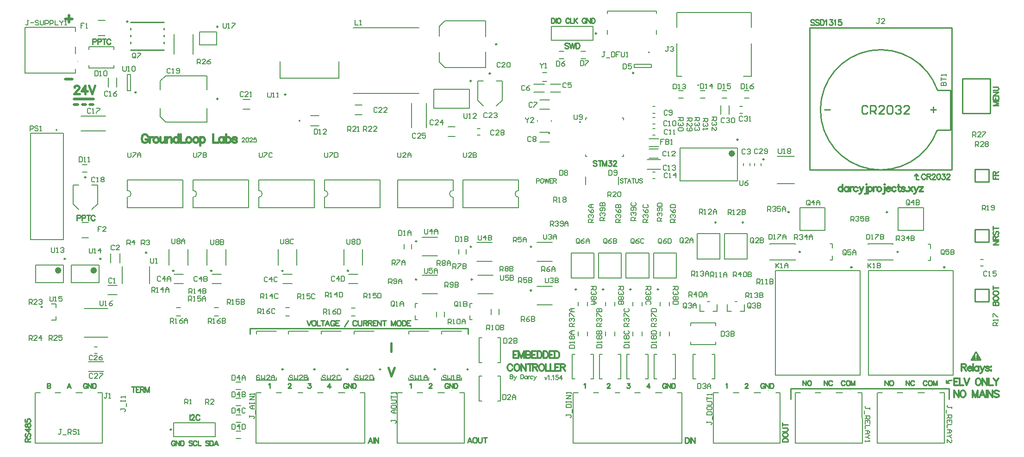
<source format=gbr>
G04*
G04 #@! TF.GenerationSoftware,Altium Limited,Altium Designer,25.5.2 (35)*
G04*
G04 Layer_Color=65535*
%FSLAX43Y43*%
%MOMM*%
G71*
G04*
G04 #@! TF.SameCoordinates,5343D25E-564B-450C-8E3F-5604407B260E*
G04*
G04*
G04 #@! TF.FilePolarity,Positive*
G04*
G01*
G75*
%ADD10C,0.250*%
%ADD11C,0.254*%
%ADD12C,0.100*%
%ADD13C,0.200*%
%ADD14C,0.600*%
%ADD15C,0.300*%
%ADD16C,0.500*%
%ADD17C,0.127*%
%ADD18C,0.152*%
%ADD19C,0.220*%
%ADD20C,0.400*%
%ADD21C,0.180*%
%ADD22C,0.350*%
%ADD23C,0.160*%
%ADD24R,0.200X1.500*%
G36*
X185000Y27761D02*
X185018D01*
Y27743D01*
X185054D01*
Y27725D01*
X185071D01*
Y27689D01*
X185089D01*
Y27671D01*
X185107D01*
Y27636D01*
X185125D01*
Y27618D01*
X185143D01*
Y27582D01*
X185161D01*
Y27546D01*
X185179D01*
Y27511D01*
X185196D01*
Y27493D01*
X185214D01*
Y27457D01*
X185232D01*
Y27421D01*
X185250D01*
Y27386D01*
X185268D01*
Y27368D01*
X185286D01*
Y27332D01*
X185304D01*
Y27296D01*
X185321D01*
Y27261D01*
X185339D01*
Y27243D01*
X185357D01*
Y27207D01*
X185375D01*
Y27171D01*
X185393D01*
Y27136D01*
X185411D01*
Y27118D01*
X185429D01*
Y27082D01*
X185446D01*
Y27046D01*
X185464D01*
Y27011D01*
X185482D01*
Y26993D01*
X185500D01*
Y26957D01*
X185518D01*
Y26921D01*
X185536D01*
Y26886D01*
X185554D01*
Y26868D01*
X185571D01*
Y26832D01*
X185589D01*
Y26796D01*
X185607D01*
Y26778D01*
X185625D01*
Y26743D01*
X185643D01*
Y26707D01*
X185661D01*
Y26671D01*
X185679D01*
Y26653D01*
X185696D01*
Y26618D01*
X185714D01*
Y26582D01*
X185732D01*
Y26546D01*
X185750D01*
Y26528D01*
X185768D01*
Y26493D01*
X185786D01*
Y26457D01*
X185804D01*
Y26421D01*
X185821D01*
Y26403D01*
X185839D01*
Y26368D01*
X185857D01*
Y26332D01*
X185875D01*
Y26261D01*
X185893D01*
Y26189D01*
X185875D01*
Y26136D01*
X185857D01*
Y26118D01*
X185839D01*
Y26100D01*
X185821D01*
Y26082D01*
X185786D01*
Y26064D01*
X185696D01*
Y26046D01*
X184125D01*
Y26064D01*
X184054D01*
Y26082D01*
X184018D01*
Y26100D01*
X184000D01*
Y26118D01*
X183982D01*
Y26153D01*
X183964D01*
Y26314D01*
X183982D01*
Y26350D01*
X184000D01*
Y26386D01*
X184018D01*
Y26421D01*
X184036D01*
Y26457D01*
X184054D01*
Y26475D01*
X184071D01*
Y26511D01*
X184089D01*
Y26546D01*
X184107D01*
Y26582D01*
X184125D01*
Y26600D01*
X184143D01*
Y26636D01*
X184161D01*
Y26671D01*
X184179D01*
Y26707D01*
X184196D01*
Y26725D01*
X184214D01*
Y26761D01*
X184232D01*
Y26796D01*
X184250D01*
Y26814D01*
X184268D01*
Y26850D01*
X184286D01*
Y26886D01*
X184304D01*
Y26921D01*
X184321D01*
Y26939D01*
X184339D01*
Y26975D01*
X184357D01*
Y27011D01*
X184375D01*
Y27028D01*
Y27046D01*
X184393D01*
Y27064D01*
X184411D01*
Y27100D01*
X184429D01*
Y27136D01*
X184446D01*
Y27171D01*
X184464D01*
Y27189D01*
X184482D01*
Y27225D01*
X184500D01*
Y27261D01*
X184518D01*
Y27296D01*
X184536D01*
Y27314D01*
X184554D01*
Y27350D01*
X184571D01*
Y27386D01*
X184589D01*
Y27403D01*
X184607D01*
Y27439D01*
X184625D01*
Y27475D01*
X184643D01*
Y27511D01*
X184661D01*
Y27528D01*
X184679D01*
Y27564D01*
X184696D01*
Y27600D01*
X184714D01*
Y27636D01*
X184732D01*
Y27653D01*
X184750D01*
Y27689D01*
X184768D01*
Y27707D01*
X184786D01*
Y27725D01*
X184804D01*
Y27743D01*
X184821D01*
Y27761D01*
X184857D01*
Y27778D01*
X185000D01*
Y27761D01*
D02*
G37*
%LPC*%
G36*
X184964Y26439D02*
X184875D01*
Y26421D01*
X184857D01*
Y26403D01*
X184839D01*
Y26368D01*
X184821D01*
Y26314D01*
X184839D01*
Y26278D01*
X184857D01*
Y26261D01*
X184911D01*
Y26243D01*
X184946D01*
Y26261D01*
X184982D01*
Y26278D01*
X185000D01*
Y26314D01*
X185018D01*
Y26386D01*
X185000D01*
Y26403D01*
X184982D01*
Y26421D01*
X184964D01*
Y26439D01*
D02*
G37*
G36*
X184929Y27350D02*
X184911D01*
Y27332D01*
X184839D01*
Y27314D01*
X184821D01*
Y27296D01*
X184804D01*
Y27028D01*
X184821D01*
Y26814D01*
X184839D01*
Y26636D01*
X184857D01*
Y26618D01*
Y26600D01*
Y26564D01*
X184875D01*
Y26546D01*
X184964D01*
Y26564D01*
X184982D01*
Y26600D01*
X185000D01*
Y26814D01*
X185018D01*
Y27046D01*
X185036D01*
Y27314D01*
X185000D01*
Y27332D01*
X184929D01*
Y27350D01*
D02*
G37*
%LPD*%
D10*
X58200Y24500D02*
G03*
X58200Y24500I-125J0D01*
G01*
X64050Y24500D02*
G03*
X64050Y24500I-125J0D01*
G01*
X70050D02*
G03*
X70050Y24500I-125J0D01*
G01*
X33260Y45853D02*
G03*
X33260Y45853I-125J0D01*
G01*
X92050Y24500D02*
G03*
X92050Y24500I-125J0D01*
G01*
X76050Y24500D02*
G03*
X76050Y24500I-125J0D01*
G01*
X37778Y13470D02*
G03*
X37778Y13470I-125J0D01*
G01*
X86050Y24500D02*
G03*
X86050Y24500I-125J0D01*
G01*
X121855Y39125D02*
G03*
X121855Y39125I-125J0D01*
G01*
X126855D02*
G03*
X126855Y39125I-125J0D01*
G01*
X168750Y53270D02*
G03*
X168750Y53270I-125J0D01*
G01*
X146166Y62927D02*
G03*
X146166Y62927I-125J0D01*
G01*
X38234Y42540D02*
G03*
X38234Y42540I-125J0D01*
G01*
X45175Y42540D02*
G03*
X45175Y42540I-125J0D01*
G01*
X58175Y42540D02*
G03*
X58175Y42540I-125J0D01*
G01*
X70175D02*
G03*
X70175Y42540I-125J0D01*
G01*
X115525Y85979D02*
G03*
X115525Y85979I-125J0D01*
G01*
X18380Y44725D02*
G03*
X18380Y44725I-125J0D01*
G01*
X116855Y39125D02*
G03*
X116855Y39125I-125J0D01*
G01*
X111855D02*
G03*
X111855Y39125I-125J0D01*
G01*
X22125Y59650D02*
G03*
X22125Y59650I-125J0D01*
G01*
X150750Y53270D02*
G03*
X150750Y53270I-125J0D01*
G01*
X103640Y38950D02*
G03*
X103640Y38950I-125J0D01*
G01*
X14155Y35940D02*
G03*
X14155Y35940I-125J0D01*
G01*
X24880Y44725D02*
G03*
X24880Y44725I-125J0D01*
G01*
X46275Y74000D02*
G03*
X46275Y74000I-125J0D01*
G01*
X46275Y87199D02*
G03*
X46275Y87199I-125J0D01*
G01*
X103640Y46950D02*
G03*
X103640Y46950I-125J0D01*
G01*
X96125Y78650D02*
G03*
X96125Y78650I-125J0D01*
G01*
X142395Y51375D02*
G03*
X142395Y51375I-125J0D01*
G01*
X137395Y51375D02*
G03*
X137395Y51375I-125J0D01*
G01*
X141420Y66550D02*
G03*
X141420Y66550I-125J0D01*
G01*
X122325Y78750D02*
G03*
X122325Y78750I-125J0D01*
G01*
X82640Y47950D02*
G03*
X82640Y47950I-125J0D01*
G01*
X92640Y46950D02*
G03*
X92640Y46950I-125J0D01*
G01*
X92806Y40950D02*
G03*
X92806Y40950I-125J0D01*
G01*
X82640D02*
G03*
X82640Y40950I-125J0D01*
G01*
X97300Y84000D02*
G03*
X97300Y84000I-125J0D01*
G01*
X92625Y77295D02*
G03*
X92625Y77295I-125J0D01*
G01*
X58700Y74800D02*
G03*
X58700Y74800I-125J0D01*
G01*
X31325Y75200D02*
G03*
X31325Y75200I-125J0D01*
G01*
X152800Y46000D02*
G03*
X152800Y46000I-125J0D01*
G01*
X170700D02*
G03*
X170700Y46000I-125J0D01*
G01*
X23360Y84476D02*
X23788D01*
X23931Y84524D01*
X23979Y84571D01*
X24026Y84667D01*
Y84809D01*
X23979Y84905D01*
X23931Y84952D01*
X23788Y85000D01*
X23360D01*
Y84000D01*
X24250Y84476D02*
X24679D01*
X24821Y84524D01*
X24869Y84571D01*
X24917Y84667D01*
Y84809D01*
X24869Y84905D01*
X24821Y84952D01*
X24679Y85000D01*
X24250D01*
Y84000D01*
X25474Y85000D02*
Y84000D01*
X25140Y85000D02*
X25807D01*
X26640Y84762D02*
X26593Y84857D01*
X26497Y84952D01*
X26402Y85000D01*
X26212D01*
X26116Y84952D01*
X26021Y84857D01*
X25974Y84762D01*
X25926Y84619D01*
Y84381D01*
X25974Y84238D01*
X26021Y84143D01*
X26116Y84048D01*
X26212Y84000D01*
X26402D01*
X26497Y84048D01*
X26593Y84143D01*
X26640Y84238D01*
X92657Y11030D02*
X92276Y12030D01*
X91895Y11030D01*
X92038Y11363D02*
X92514D01*
X93175Y12030D02*
X93080Y11982D01*
X92985Y11887D01*
X92937Y11792D01*
X92890Y11649D01*
Y11411D01*
X92937Y11268D01*
X92985Y11173D01*
X93080Y11078D01*
X93175Y11030D01*
X93366D01*
X93461Y11078D01*
X93556Y11173D01*
X93604Y11268D01*
X93652Y11411D01*
Y11649D01*
X93604Y11792D01*
X93556Y11887D01*
X93461Y11982D01*
X93366Y12030D01*
X93175D01*
X93885D02*
Y11316D01*
X93932Y11173D01*
X94028Y11078D01*
X94170Y11030D01*
X94266D01*
X94409Y11078D01*
X94504Y11173D01*
X94551Y11316D01*
Y12030D01*
X95161D02*
Y11030D01*
X94827Y12030D02*
X95494D01*
X175651Y60045D02*
X175604Y60141D01*
X175508Y60236D01*
X175413Y60283D01*
X175223D01*
X175128Y60236D01*
X175032Y60141D01*
X174985Y60045D01*
X174937Y59903D01*
Y59665D01*
X174985Y59522D01*
X175032Y59426D01*
X175128Y59331D01*
X175223Y59284D01*
X175413D01*
X175508Y59331D01*
X175604Y59426D01*
X175651Y59522D01*
X175932Y60283D02*
Y59284D01*
Y60283D02*
X176361D01*
X176503Y60236D01*
X176551Y60188D01*
X176599Y60093D01*
Y59998D01*
X176551Y59903D01*
X176503Y59855D01*
X176361Y59807D01*
X175932D01*
X176265D02*
X176599Y59284D01*
X176870Y60045D02*
Y60093D01*
X176918Y60188D01*
X176965Y60236D01*
X177060Y60283D01*
X177251D01*
X177346Y60236D01*
X177394Y60188D01*
X177441Y60093D01*
Y59998D01*
X177394Y59903D01*
X177299Y59760D01*
X176822Y59284D01*
X177489D01*
X177998Y60283D02*
X177856Y60236D01*
X177760Y60093D01*
X177713Y59855D01*
Y59712D01*
X177760Y59474D01*
X177856Y59331D01*
X177998Y59284D01*
X178094D01*
X178236Y59331D01*
X178332Y59474D01*
X178379Y59712D01*
Y59855D01*
X178332Y60093D01*
X178236Y60236D01*
X178094Y60283D01*
X177998D01*
X178698D02*
X179222D01*
X178936Y59903D01*
X179079D01*
X179174Y59855D01*
X179222Y59807D01*
X179270Y59665D01*
Y59569D01*
X179222Y59426D01*
X179127Y59331D01*
X178984Y59284D01*
X178841D01*
X178698Y59331D01*
X178651Y59379D01*
X178603Y59474D01*
X179541Y60045D02*
Y60093D01*
X179589Y60188D01*
X179636Y60236D01*
X179731Y60283D01*
X179922D01*
X180017Y60236D01*
X180065Y60188D01*
X180112Y60093D01*
Y59998D01*
X180065Y59903D01*
X179969Y59760D01*
X179493Y59284D01*
X180160D01*
X62526Y33461D02*
X62907Y32461D01*
X63288Y33461D02*
X62907Y32461D01*
X63702Y33461D02*
X63607Y33413D01*
X63511Y33318D01*
X63464Y33223D01*
X63416Y33080D01*
Y32842D01*
X63464Y32699D01*
X63511Y32604D01*
X63607Y32509D01*
X63702Y32461D01*
X63892D01*
X63987Y32509D01*
X64083Y32604D01*
X64130Y32699D01*
X64178Y32842D01*
Y33080D01*
X64130Y33223D01*
X64083Y33318D01*
X63987Y33413D01*
X63892Y33461D01*
X63702D01*
X64411D02*
Y32461D01*
X64982D01*
X65425Y33461D02*
Y32461D01*
X65092Y33461D02*
X65758D01*
X66639Y32461D02*
X66258Y33461D01*
X65878Y32461D01*
X66020Y32794D02*
X66496D01*
X67587Y33223D02*
X67539Y33318D01*
X67444Y33413D01*
X67349Y33461D01*
X67158D01*
X67063Y33413D01*
X66968Y33318D01*
X66920Y33223D01*
X66873Y33080D01*
Y32842D01*
X66920Y32699D01*
X66968Y32604D01*
X67063Y32509D01*
X67158Y32461D01*
X67349D01*
X67444Y32509D01*
X67539Y32604D01*
X67587Y32699D01*
Y32842D01*
X67349D02*
X67587D01*
X68434Y33461D02*
X67815D01*
Y32461D01*
X68434D01*
X67815Y32985D02*
X68196D01*
X69386Y32318D02*
X70053Y33461D01*
X71619Y33223D02*
X71572Y33318D01*
X71476Y33413D01*
X71381Y33461D01*
X71191D01*
X71095Y33413D01*
X71000Y33318D01*
X70953Y33223D01*
X70905Y33080D01*
Y32842D01*
X70953Y32699D01*
X71000Y32604D01*
X71095Y32509D01*
X71191Y32461D01*
X71381D01*
X71476Y32509D01*
X71572Y32604D01*
X71619Y32699D01*
X71900Y33461D02*
Y32747D01*
X71948Y32604D01*
X72043Y32509D01*
X72186Y32461D01*
X72281D01*
X72424Y32509D01*
X72519Y32604D01*
X72567Y32747D01*
Y33461D01*
X72843D02*
Y32461D01*
Y33461D02*
X73271D01*
X73414Y33413D01*
X73462Y33366D01*
X73509Y33270D01*
Y33175D01*
X73462Y33080D01*
X73414Y33032D01*
X73271Y32985D01*
X72843D01*
X73176D02*
X73509Y32461D01*
X73733Y33461D02*
Y32461D01*
Y33461D02*
X74161D01*
X74304Y33413D01*
X74352Y33366D01*
X74399Y33270D01*
Y33175D01*
X74352Y33080D01*
X74304Y33032D01*
X74161Y32985D01*
X73733D01*
X74066D02*
X74399Y32461D01*
X75242Y33461D02*
X74623D01*
Y32461D01*
X75242D01*
X74623Y32985D02*
X75004D01*
X75409Y33461D02*
Y32461D01*
Y33461D02*
X76075Y32461D01*
Y33461D02*
Y32461D01*
X76685Y33461D02*
Y32461D01*
X76351Y33461D02*
X77018D01*
X77923D02*
Y32461D01*
Y33461D02*
X78303Y32461D01*
X78684Y33461D02*
X78303Y32461D01*
X78684Y33461D02*
Y32461D01*
X79256Y33461D02*
X79160Y33413D01*
X79065Y33318D01*
X79018Y33223D01*
X78970Y33080D01*
Y32842D01*
X79018Y32699D01*
X79065Y32604D01*
X79160Y32509D01*
X79256Y32461D01*
X79446D01*
X79541Y32509D01*
X79636Y32604D01*
X79684Y32699D01*
X79732Y32842D01*
Y33080D01*
X79684Y33223D01*
X79636Y33318D01*
X79541Y33413D01*
X79446Y33461D01*
X79256D01*
X79965D02*
Y32461D01*
Y33461D02*
X80298D01*
X80441Y33413D01*
X80536Y33318D01*
X80584Y33223D01*
X80631Y33080D01*
Y32842D01*
X80584Y32699D01*
X80536Y32604D01*
X80441Y32509D01*
X80298Y32461D01*
X79965D01*
X81474Y33461D02*
X80855D01*
Y32461D01*
X81474D01*
X80855Y32985D02*
X81236D01*
X30826Y21287D02*
Y20287D01*
X30493Y21287D02*
X31159D01*
X31897D02*
X31278D01*
Y20287D01*
X31897D01*
X31278Y20811D02*
X31659D01*
X32064Y21287D02*
Y20287D01*
Y21287D02*
X32492D01*
X32635Y21239D01*
X32683Y21192D01*
X32730Y21096D01*
Y21001D01*
X32683Y20906D01*
X32635Y20858D01*
X32492Y20811D01*
X32064D01*
X32397D02*
X32730Y20287D01*
X32954Y21287D02*
Y20287D01*
Y21287D02*
X33335Y20287D01*
X33716Y21287D02*
X33335Y20287D01*
X33716Y21287D02*
Y20287D01*
X131750Y12000D02*
Y11000D01*
Y12000D02*
X132083D01*
X132226Y11952D01*
X132321Y11857D01*
X132369Y11762D01*
X132417Y11619D01*
Y11381D01*
X132369Y11238D01*
X132321Y11143D01*
X132226Y11048D01*
X132083Y11000D01*
X131750D01*
X132640Y12000D02*
Y11000D01*
X132850Y12000D02*
Y11000D01*
Y12000D02*
X133516Y11000D01*
Y12000D02*
Y11000D01*
X20478Y52212D02*
X20906D01*
X21049Y52259D01*
X21097Y52307D01*
X21144Y52402D01*
Y52545D01*
X21097Y52640D01*
X21049Y52688D01*
X20906Y52736D01*
X20478D01*
Y51736D01*
X21368Y52212D02*
X21797D01*
X21940Y52259D01*
X21987Y52307D01*
X22035Y52402D01*
Y52545D01*
X21987Y52640D01*
X21940Y52688D01*
X21797Y52736D01*
X21368D01*
Y51736D01*
X22592Y52736D02*
Y51736D01*
X22259Y52736D02*
X22925D01*
X23758Y52498D02*
X23711Y52593D01*
X23615Y52688D01*
X23520Y52736D01*
X23330D01*
X23235Y52688D01*
X23139Y52593D01*
X23092Y52498D01*
X23044Y52355D01*
Y52117D01*
X23092Y51974D01*
X23139Y51879D01*
X23235Y51783D01*
X23330Y51736D01*
X23520D01*
X23615Y51783D01*
X23711Y51879D01*
X23758Y51974D01*
X74512Y11000D02*
X74131Y12000D01*
X73750Y11000D01*
X73893Y11333D02*
X74369D01*
X74745Y12000D02*
Y11000D01*
X74954Y12000D02*
Y11000D01*
Y12000D02*
X75621Y11000D01*
Y12000D02*
Y11000D01*
X188000Y59300D02*
X189000D01*
X188000D02*
Y59919D01*
X188476Y59300D02*
Y59681D01*
X188000Y60033D02*
X189000D01*
X188000D02*
Y60462D01*
X188048Y60605D01*
X188095Y60652D01*
X188191Y60700D01*
X188286D01*
X188381Y60652D01*
X188429Y60605D01*
X188476Y60462D01*
Y60033D01*
Y60367D02*
X189000Y60700D01*
X115571Y62559D02*
X115475Y62654D01*
X115333Y62702D01*
X115142D01*
X114999Y62654D01*
X114904Y62559D01*
Y62464D01*
X114952Y62368D01*
X114999Y62321D01*
X115094Y62273D01*
X115380Y62178D01*
X115475Y62130D01*
X115523Y62083D01*
X115571Y61988D01*
Y61845D01*
X115475Y61750D01*
X115333Y61702D01*
X115142D01*
X114999Y61750D01*
X114904Y61845D01*
X116128Y62702D02*
Y61702D01*
X115794Y62702D02*
X116461D01*
X116580D02*
Y61702D01*
Y62702D02*
X116961Y61702D01*
X117342Y62702D02*
X116961Y61702D01*
X117342Y62702D02*
Y61702D01*
X117723Y62702D02*
X118246D01*
X117961Y62321D01*
X118103D01*
X118199Y62273D01*
X118246Y62226D01*
X118294Y62083D01*
Y61988D01*
X118246Y61845D01*
X118151Y61750D01*
X118008Y61702D01*
X117865D01*
X117723Y61750D01*
X117675Y61797D01*
X117627Y61892D01*
X118565Y62464D02*
Y62511D01*
X118613Y62606D01*
X118660Y62654D01*
X118756Y62702D01*
X118946D01*
X119041Y62654D01*
X119089Y62606D01*
X119136Y62511D01*
Y62416D01*
X119089Y62321D01*
X118994Y62178D01*
X118518Y61702D01*
X119184D01*
X110357Y84091D02*
X110262Y84186D01*
X110119Y84233D01*
X109928D01*
X109785Y84186D01*
X109690Y84091D01*
Y83995D01*
X109738Y83900D01*
X109785Y83853D01*
X109881Y83805D01*
X110166Y83710D01*
X110262Y83662D01*
X110309Y83615D01*
X110357Y83519D01*
Y83376D01*
X110262Y83281D01*
X110119Y83234D01*
X109928D01*
X109785Y83281D01*
X109690Y83376D01*
X110581Y84233D02*
X110819Y83234D01*
X111057Y84233D02*
X110819Y83234D01*
X111057Y84233D02*
X111295Y83234D01*
X111533Y84233D02*
X111295Y83234D01*
X111733Y84233D02*
Y83234D01*
Y84233D02*
X112066D01*
X112209Y84186D01*
X112304Y84091D01*
X112352Y83995D01*
X112399Y83853D01*
Y83615D01*
X112352Y83472D01*
X112304Y83376D01*
X112209Y83281D01*
X112066Y83234D01*
X111733D01*
X41102Y16196D02*
Y15197D01*
X41359Y15958D02*
Y16006D01*
X41406Y16101D01*
X41454Y16149D01*
X41549Y16196D01*
X41739D01*
X41835Y16149D01*
X41882Y16101D01*
X41930Y16006D01*
Y15911D01*
X41882Y15815D01*
X41787Y15673D01*
X41311Y15197D01*
X41978D01*
X42915Y15958D02*
X42868Y16054D01*
X42773Y16149D01*
X42677Y16196D01*
X42487D01*
X42392Y16149D01*
X42296Y16054D01*
X42249Y15958D01*
X42201Y15815D01*
Y15577D01*
X42249Y15435D01*
X42296Y15339D01*
X42392Y15244D01*
X42487Y15197D01*
X42677D01*
X42773Y15244D01*
X42868Y15339D01*
X42915Y15435D01*
X11000Y11250D02*
X12000D01*
X11000D02*
Y11678D01*
X11048Y11821D01*
X11095Y11869D01*
X11191Y11917D01*
X11286D01*
X11381Y11869D01*
X11429Y11821D01*
X11476Y11678D01*
Y11250D01*
Y11583D02*
X12000Y11917D01*
X11143Y12807D02*
X11048Y12712D01*
X11000Y12569D01*
Y12378D01*
X11048Y12236D01*
X11143Y12140D01*
X11238D01*
X11333Y12188D01*
X11381Y12236D01*
X11429Y12331D01*
X11524Y12616D01*
X11571Y12712D01*
X11619Y12759D01*
X11714Y12807D01*
X11857D01*
X11952Y12712D01*
X12000Y12569D01*
Y12378D01*
X11952Y12236D01*
X11857Y12140D01*
X11000Y13507D02*
X11667Y13031D01*
Y13745D01*
X11000Y13507D02*
X12000D01*
X11000Y14159D02*
X11048Y14016D01*
X11143Y13968D01*
X11238D01*
X11333Y14016D01*
X11381Y14111D01*
X11429Y14302D01*
X11476Y14445D01*
X11571Y14540D01*
X11667Y14587D01*
X11809D01*
X11905Y14540D01*
X11952Y14492D01*
X12000Y14349D01*
Y14159D01*
X11952Y14016D01*
X11905Y13968D01*
X11809Y13921D01*
X11667D01*
X11571Y13968D01*
X11476Y14064D01*
X11429Y14207D01*
X11381Y14397D01*
X11333Y14492D01*
X11238Y14540D01*
X11143D01*
X11048Y14492D01*
X11000Y14349D01*
Y14159D01*
Y15382D02*
Y14906D01*
X11429Y14859D01*
X11381Y14906D01*
X11333Y15049D01*
Y15192D01*
X11381Y15335D01*
X11476Y15430D01*
X11619Y15478D01*
X11714D01*
X11857Y15430D01*
X11952Y15335D01*
X12000Y15192D01*
Y15049D01*
X11952Y14906D01*
X11905Y14859D01*
X11809Y14811D01*
X155320Y88357D02*
X155224Y88452D01*
X155081Y88500D01*
X154891D01*
X154748Y88452D01*
X154653Y88357D01*
Y88262D01*
X154701Y88167D01*
X154748Y88119D01*
X154843Y88071D01*
X155129Y87976D01*
X155224Y87929D01*
X155272Y87881D01*
X155320Y87786D01*
Y87643D01*
X155224Y87548D01*
X155081Y87500D01*
X154891D01*
X154748Y87548D01*
X154653Y87643D01*
X156210Y88357D02*
X156115Y88452D01*
X155972Y88500D01*
X155781D01*
X155638Y88452D01*
X155543Y88357D01*
Y88262D01*
X155591Y88167D01*
X155638Y88119D01*
X155734Y88071D01*
X156019Y87976D01*
X156115Y87929D01*
X156162Y87881D01*
X156210Y87786D01*
Y87643D01*
X156115Y87548D01*
X155972Y87500D01*
X155781D01*
X155638Y87548D01*
X155543Y87643D01*
X156434Y88500D02*
Y87500D01*
Y88500D02*
X156767D01*
X156910Y88452D01*
X157005Y88357D01*
X157052Y88262D01*
X157100Y88119D01*
Y87881D01*
X157052Y87738D01*
X157005Y87643D01*
X156910Y87548D01*
X156767Y87500D01*
X156434D01*
X157324Y88309D02*
X157419Y88357D01*
X157562Y88500D01*
Y87500D01*
X158152Y88500D02*
X158676D01*
X158390Y88119D01*
X158533D01*
X158628Y88071D01*
X158676Y88024D01*
X158724Y87881D01*
Y87786D01*
X158676Y87643D01*
X158581Y87548D01*
X158438Y87500D01*
X158295D01*
X158152Y87548D01*
X158105Y87595D01*
X158057Y87691D01*
X158947Y88309D02*
X159043Y88357D01*
X159185Y88500D01*
Y87500D01*
X160252Y88500D02*
X159776D01*
X159728Y88071D01*
X159776Y88119D01*
X159919Y88167D01*
X160061D01*
X160204Y88119D01*
X160299Y88024D01*
X160347Y87881D01*
Y87786D01*
X160299Y87643D01*
X160204Y87548D01*
X160061Y87500D01*
X159919D01*
X159776Y87548D01*
X159728Y87595D01*
X159680Y87691D01*
X188000Y47305D02*
X189000D01*
X188000D02*
X189000Y47972D01*
X188000D02*
X189000D01*
X188000Y48248D02*
X189000D01*
X188000D02*
Y48676D01*
X188048Y48819D01*
X188095Y48867D01*
X188191Y48914D01*
X188286D01*
X188381Y48867D01*
X188429Y48819D01*
X188476Y48676D01*
Y48248D01*
Y48581D02*
X189000Y48914D01*
X188143Y49805D02*
X188048Y49709D01*
X188000Y49567D01*
Y49376D01*
X188048Y49233D01*
X188143Y49138D01*
X188238D01*
X188333Y49186D01*
X188381Y49233D01*
X188429Y49329D01*
X188524Y49614D01*
X188571Y49709D01*
X188619Y49757D01*
X188714Y49805D01*
X188857D01*
X188952Y49709D01*
X189000Y49567D01*
Y49376D01*
X188952Y49233D01*
X188857Y49138D01*
X188000Y50362D02*
X189000D01*
X188000Y50028D02*
Y50695D01*
X188000Y36227D02*
X189000D01*
X188000D02*
Y36655D01*
X188048Y36798D01*
X188095Y36846D01*
X188191Y36893D01*
X188286D01*
X188381Y36846D01*
X188429Y36798D01*
X188476Y36655D01*
Y36227D02*
Y36655D01*
X188524Y36798D01*
X188571Y36846D01*
X188667Y36893D01*
X188809D01*
X188905Y36846D01*
X188952Y36798D01*
X189000Y36655D01*
Y36227D01*
X188000Y37403D02*
X188048Y37307D01*
X188143Y37212D01*
X188238Y37164D01*
X188381Y37117D01*
X188619D01*
X188762Y37164D01*
X188857Y37212D01*
X188952Y37307D01*
X189000Y37403D01*
Y37593D01*
X188952Y37688D01*
X188857Y37783D01*
X188762Y37831D01*
X188619Y37879D01*
X188381D01*
X188238Y37831D01*
X188143Y37783D01*
X188048Y37688D01*
X188000Y37593D01*
Y37403D01*
Y38398D02*
X188048Y38302D01*
X188143Y38207D01*
X188238Y38160D01*
X188381Y38112D01*
X188619D01*
X188762Y38160D01*
X188857Y38207D01*
X188952Y38302D01*
X189000Y38398D01*
Y38588D01*
X188952Y38683D01*
X188857Y38778D01*
X188762Y38826D01*
X188619Y38874D01*
X188381D01*
X188238Y38826D01*
X188143Y38778D01*
X188048Y38683D01*
X188000Y38588D01*
Y38398D01*
Y39440D02*
X189000D01*
X188000Y39107D02*
Y39773D01*
X188000Y72779D02*
X189000D01*
X188000D02*
X189000Y73160D01*
X188000Y73541D02*
X189000Y73160D01*
X188000Y73541D02*
X189000D01*
X188000Y74445D02*
Y73826D01*
X189000D01*
Y74445D01*
X188476Y73826D02*
Y74207D01*
X188000Y74612D02*
X189000D01*
X188000D02*
X189000Y75278D01*
X188000D02*
X189000D01*
X188000Y75555D02*
X188714D01*
X188857Y75602D01*
X188952Y75697D01*
X189000Y75840D01*
Y75935D01*
X188952Y76078D01*
X188857Y76173D01*
X188714Y76221D01*
X188000D01*
X149500Y11253D02*
X150500D01*
X149500D02*
Y11586D01*
X149548Y11729D01*
X149643Y11824D01*
X149738Y11872D01*
X149881Y11919D01*
X150119D01*
X150262Y11872D01*
X150357Y11824D01*
X150452Y11729D01*
X150500Y11586D01*
Y11253D01*
X149500Y12429D02*
X149548Y12333D01*
X149643Y12238D01*
X149738Y12191D01*
X149881Y12143D01*
X150119D01*
X150262Y12191D01*
X150357Y12238D01*
X150452Y12333D01*
X150500Y12429D01*
Y12619D01*
X150452Y12714D01*
X150357Y12810D01*
X150262Y12857D01*
X150119Y12905D01*
X149881D01*
X149738Y12857D01*
X149643Y12810D01*
X149548Y12714D01*
X149500Y12619D01*
Y12429D01*
Y13138D02*
X150214D01*
X150357Y13186D01*
X150452Y13281D01*
X150500Y13424D01*
Y13519D01*
X150452Y13662D01*
X150357Y13757D01*
X150214Y13805D01*
X149500D01*
Y14414D02*
X150500D01*
X149500Y14081D02*
Y14747D01*
D11*
X177839Y75668D02*
G03*
X177799Y68221I-10371J-3668D01*
G01*
X29678Y88272D02*
G03*
X29681Y88272I1J-124D01*
G01*
X179500Y22000D02*
X180000D01*
X179500D02*
Y22500D01*
Y22000D02*
X180000Y22500D01*
X180500D01*
X180000Y19000D02*
Y21000D01*
X151000D02*
X180000D01*
X151000Y19000D02*
Y21000D01*
X173607Y59919D02*
X173964Y60276D01*
X174322Y59913D02*
X174326D01*
X173969Y60270D02*
X174326Y59913D01*
X173969Y60270D02*
Y60276D01*
Y59776D02*
Y60276D01*
Y59276D02*
Y59776D01*
Y59276D02*
X174469D01*
X177900Y75607D02*
X180270D01*
X177839Y75668D02*
X177900Y75607D01*
X180270Y72000D02*
Y75607D01*
Y68342D02*
Y71949D01*
X177799Y68221D02*
X177921Y68342D01*
X180270D01*
X154500Y61000D02*
X180500D01*
X154500Y87000D02*
X180500D01*
Y61000D02*
Y87000D01*
X154500Y61000D02*
Y87000D01*
X92000Y31000D02*
Y31500D01*
X52161Y31000D02*
Y32000D01*
X92000D01*
Y31500D02*
Y32000D01*
X30317Y88040D02*
X36413D01*
Y86643D02*
Y86897D01*
X30317Y84103D02*
Y84357D01*
Y86643D02*
Y86897D01*
X36413Y85373D02*
Y85627D01*
Y84103D02*
Y84357D01*
X30317Y82960D02*
X36413D01*
X30317Y85373D02*
Y85627D01*
X182460Y77675D02*
X187540D01*
X182460D02*
X182460Y71325D01*
X187540D02*
Y77675D01*
X182460Y71325D02*
X187540D01*
X187270Y58857D02*
Y61143D01*
X184730D02*
X187270D01*
X184730Y58857D02*
X187270D01*
X184730D02*
Y61143D01*
Y36857D02*
Y39143D01*
Y36857D02*
X187270D01*
X184730Y39143D02*
X187270D01*
Y36857D02*
Y39143D01*
X184730Y47857D02*
Y50143D01*
Y47857D02*
X187270D01*
X184730Y50143D02*
X187270D01*
Y47857D02*
Y50143D01*
X165055Y72508D02*
X164801Y72761D01*
X164293D01*
X164039Y72508D01*
Y71492D01*
X164293Y71238D01*
X164801D01*
X165055Y71492D01*
X165563Y71238D02*
Y72761D01*
X166325D01*
X166579Y72508D01*
Y72000D01*
X166325Y71746D01*
X165563D01*
X166071D02*
X166579Y71238D01*
X168102D02*
X167086D01*
X168102Y72254D01*
Y72508D01*
X167848Y72761D01*
X167340D01*
X167086Y72508D01*
X168610D02*
X168864Y72761D01*
X169372D01*
X169626Y72508D01*
Y71492D01*
X169372Y71238D01*
X168864D01*
X168610Y71492D01*
Y72508D01*
X170133D02*
X170387Y72761D01*
X170895D01*
X171149Y72508D01*
Y72254D01*
X170895Y72000D01*
X170641D01*
X170895D01*
X171149Y71746D01*
Y71492D01*
X170895Y71238D01*
X170387D01*
X170133Y71492D01*
X172673Y71238D02*
X171657D01*
X172673Y72254D01*
Y72508D01*
X172419Y72761D01*
X171911D01*
X171657Y72508D01*
X157181Y72000D02*
X158197D01*
X176612Y72000D02*
X177628D01*
X177120Y72508D02*
Y71492D01*
D12*
X70910Y20700D02*
G03*
X70910Y20600I0J-50D01*
G01*
D02*
G03*
X70910Y20700I0J50D01*
G01*
D02*
G03*
X70910Y20600I0J-50D01*
G01*
X89100Y20700D02*
G03*
X89100Y20600I0J-50D01*
G01*
D02*
G03*
X89100Y20700I0J50D01*
G01*
D02*
G03*
X89100Y20600I0J-50D01*
G01*
X22910Y20700D02*
G03*
X22910Y20600I0J-50D01*
G01*
D02*
G03*
X22910Y20700I0J50D01*
G01*
D02*
G03*
X22910Y20600I0J-50D01*
G01*
X128910Y20700D02*
G03*
X128910Y20600I0J-50D01*
G01*
D02*
G03*
X128910Y20700I0J50D01*
G01*
D02*
G03*
X128910Y20600I0J-50D01*
G01*
X176910Y20700D02*
G03*
X176910Y20600I0J-50D01*
G01*
D02*
G03*
X176910Y20700I0J50D01*
G01*
D02*
G03*
X176910Y20600I0J-50D01*
G01*
X161910Y20700D02*
G03*
X161910Y20600I0J-50D01*
G01*
D02*
G03*
X161910Y20700I0J50D01*
G01*
D02*
G03*
X161910Y20600I0J-50D01*
G01*
X146910Y20700D02*
G03*
X146910Y20600I0J-50D01*
G01*
D02*
G03*
X146910Y20700I0J50D01*
G01*
D02*
G03*
X146910Y20600I0J-50D01*
G01*
X20700Y80900D02*
G03*
X20600Y80900I-50J0D01*
G01*
D02*
G03*
X20700Y80900I50J0D01*
G01*
D02*
G03*
X20600Y80900I-50J0D01*
G01*
D13*
X65730Y55985D02*
G03*
X65730Y57255I0J635D01*
G01*
X16850Y68300D02*
G03*
X16850Y68300I-100J0D01*
G01*
X112600Y69750D02*
G03*
X112600Y69750I-100J0D01*
G01*
X53730Y55985D02*
G03*
X53730Y57255I0J635D01*
G01*
X125200Y82500D02*
G03*
X125200Y82500I-100J0D01*
G01*
X134200Y76500D02*
G03*
X134200Y76500I-100J0D01*
G01*
X106950Y67700D02*
G03*
X106950Y67700I-100J0D01*
G01*
X61305Y70000D02*
G03*
X61305Y70000I-100J0D01*
G01*
X89270Y57255D02*
G03*
X89270Y55985I0J-635D01*
G01*
X101270Y57255D02*
G03*
X101270Y55985I0J-635D01*
G01*
X29730Y55985D02*
G03*
X29730Y57255I0J635D01*
G01*
X41730Y55985D02*
G03*
X41730Y57255I0J635D01*
G01*
X125125Y65275D02*
X126875D01*
X125125Y66725D02*
X126875D01*
X53350Y22500D02*
X56950D01*
X53350Y31500D02*
X56950D01*
X53350Y22500D02*
Y23000D01*
X56950Y22500D02*
Y23000D01*
X53350Y31000D02*
Y31500D01*
X59200Y31000D02*
Y31500D01*
X62800Y22500D02*
Y23000D01*
X59200Y22500D02*
Y23000D01*
Y31500D02*
X62800D01*
X59200Y22500D02*
X62800D01*
X65200Y31000D02*
Y31500D01*
X68800Y22500D02*
Y23000D01*
X65200Y22500D02*
Y23000D01*
Y31500D02*
X68800D01*
X65200Y22500D02*
X68800D01*
X112675Y82675D02*
X113525D01*
X112675Y81325D02*
X113525D01*
X108675Y82675D02*
X109525D01*
X108675Y81325D02*
X109525D01*
X49575Y22175D02*
X50425D01*
X49575Y20825D02*
X50425D01*
X28730Y40203D02*
Y43303D01*
X33730Y40203D02*
Y43303D01*
X70650Y35750D02*
X71350D01*
X70650Y34250D02*
X71350D01*
X86275Y34075D02*
Y35075D01*
X87725Y34075D02*
Y35075D01*
X123850Y30650D02*
Y31350D01*
X122150Y30650D02*
Y31350D01*
X49575Y13175D02*
X50425D01*
X49575Y11825D02*
X50425D01*
X87200Y31000D02*
Y31500D01*
X90800Y22500D02*
Y23000D01*
X87200Y22500D02*
Y23000D01*
Y31500D02*
X90800D01*
X87200Y22500D02*
X90800D01*
X112150Y30650D02*
Y31350D01*
X113850Y30650D02*
Y31350D01*
X49575Y19175D02*
X50425D01*
X49575Y17825D02*
X50425D01*
X53293Y20200D02*
X54182D01*
X56976D02*
X57865D01*
X72305D02*
X73105D01*
X73110Y11000D01*
X68305Y20200D02*
X69505D01*
X53284Y11000D02*
X73110D01*
X53270D02*
Y20200D01*
X60913D02*
X61802D01*
X64489D02*
X65505D01*
X71200Y22500D02*
X74800D01*
X71200Y31500D02*
X74800D01*
X71200Y22500D02*
Y23000D01*
X74800Y22500D02*
Y23000D01*
X71200Y31000D02*
Y31500D01*
X118850Y30650D02*
Y31350D01*
X117150Y30650D02*
Y31350D01*
X38143Y12200D02*
Y14740D01*
Y12200D02*
X45763D01*
Y14740D01*
X38143D02*
X45763D01*
X49575Y16175D02*
X50425D01*
X49575Y14825D02*
X50425D01*
X90495Y20200D02*
X91295D01*
X91300Y11000D01*
X86495Y20200D02*
X87695D01*
X79094Y11000D02*
X91300D01*
X79080D02*
Y20200D01*
X79103D02*
X79992D01*
X82679D02*
X83695D01*
X94030Y18715D02*
X94535D01*
X97465D02*
X97970D01*
Y23285D01*
X94030D02*
X94535D01*
X97465D02*
X97970D01*
X94030Y18715D02*
Y23285D01*
Y25715D02*
X94535D01*
X97465D02*
X97970D01*
Y30285D01*
X94030D02*
X94535D01*
X97465D02*
X97970D01*
X94030Y25715D02*
Y30285D01*
X81200Y22500D02*
X84800D01*
X81200Y31500D02*
X84800D01*
X81200Y22500D02*
Y23000D01*
X84800Y22500D02*
Y23000D01*
X81200Y31000D02*
Y31500D01*
X82373Y36535D02*
X82796D01*
X82373Y33635D02*
Y34397D01*
Y35773D02*
Y36535D01*
Y33635D02*
X82796D01*
X58650Y35775D02*
X59350D01*
X58650Y34275D02*
X59350D01*
X120925Y41200D02*
X125075D01*
Y45800D01*
X120925D02*
X125075D01*
X120925Y41200D02*
Y45800D01*
X125925Y41200D02*
X130075D01*
Y45800D01*
X125925D02*
X130075D01*
X125925Y41200D02*
Y45800D01*
X142397Y61753D02*
Y62247D01*
X143603Y61753D02*
Y62247D01*
X145603Y61753D02*
Y62247D01*
X144397Y61753D02*
Y62247D01*
X105625Y78800D02*
X106375D01*
X105625Y77200D02*
X106375D01*
X50875Y72100D02*
X52125D01*
X50875Y73900D02*
X52125D01*
X170700Y54075D02*
X175300D01*
Y49925D02*
Y54075D01*
X170700Y49925D02*
X175300D01*
X170700D02*
Y54075D01*
X148591Y58522D02*
X151691D01*
X148591Y63522D02*
X151691D01*
X65730Y54085D02*
X75890D01*
Y59155D01*
X65730D02*
X75890D01*
X65730Y57255D02*
Y59155D01*
Y54085D02*
Y55985D01*
X71000Y87000D02*
X83000D01*
X71000Y75000D02*
X83000D01*
X37359Y43625D02*
Y46425D01*
X40759Y43625D02*
Y46425D01*
X44300Y43625D02*
Y46425D01*
X47700Y43625D02*
Y46425D01*
X57300Y43625D02*
Y46425D01*
X60700Y43625D02*
Y46425D01*
X69300Y43625D02*
Y46425D01*
X72700Y43625D02*
Y46425D01*
X80325Y46575D02*
Y47425D01*
X81675Y46575D02*
Y47425D01*
X185753Y44603D02*
X186247D01*
X185753Y43397D02*
X186247D01*
X107290Y84709D02*
X114910D01*
X107290D02*
Y87249D01*
X114910D01*
Y84709D02*
Y87249D01*
X12950Y43600D02*
X18050D01*
X12950Y40400D02*
X18050D01*
Y43600D01*
X12950Y40400D02*
Y43600D01*
X26150Y39850D02*
X27850D01*
X26150Y38150D02*
X27850D01*
X115925Y41200D02*
Y45800D01*
X120075D01*
Y41200D02*
Y45800D01*
X115925Y41200D02*
X120075D01*
X110925D02*
Y45800D01*
X115075D01*
Y41200D02*
Y45800D01*
X110925Y41200D02*
X115075D01*
X125753Y70603D02*
X126247D01*
X125753Y69397D02*
X126247D01*
X125753Y68603D02*
X126247D01*
X125753Y67397D02*
X126247D01*
X21375Y48600D02*
X22625D01*
X21375Y51400D02*
X22625D01*
X19750Y58250D02*
X20825D01*
X23175D02*
X24250D01*
X23200Y53750D02*
X24250Y54750D01*
X19750D02*
X20800Y53750D01*
X19750Y54750D02*
Y58250D01*
X24250Y54750D02*
Y58250D01*
X158228Y44550D02*
X158650D01*
Y46688D02*
Y47450D01*
Y44550D02*
Y45312D01*
X158228Y47450D02*
X158650D01*
X152700Y49925D02*
Y54075D01*
Y49925D02*
X157300D01*
Y54075D01*
X152700D02*
X157300D01*
X93728Y68603D02*
X94222D01*
X93728Y67397D02*
X94222D01*
X104600Y39700D02*
X107400D01*
X104600Y36300D02*
X107400D01*
X24305Y20200D02*
X25105D01*
X25110Y11000D01*
X20305Y20200D02*
X21505D01*
X12904Y11000D02*
X25110D01*
X12890D02*
Y20200D01*
X12913D02*
X13802D01*
X16489D02*
X17505D01*
X15820Y36460D02*
X16650D01*
Y35820D02*
Y36460D01*
Y33540D02*
Y34180D01*
X15820Y33540D02*
X16650D01*
X28350Y44023D02*
Y45723D01*
X26650Y44023D02*
Y45723D01*
X22594Y24094D02*
X25406D01*
X22594Y25906D02*
X25406D01*
X23728Y28603D02*
X24222D01*
X23728Y27397D02*
X24222D01*
X19450Y43600D02*
X24550D01*
X19450Y40400D02*
X24550D01*
Y43600D01*
X19450Y40400D02*
Y43600D01*
X53730Y54085D02*
X63890D01*
Y59155D01*
X53730D02*
X63890D01*
X53730Y57255D02*
Y59155D01*
Y54085D02*
Y55985D01*
X125753Y60603D02*
X126247D01*
X125753Y59397D02*
X126247D01*
X21247Y70853D02*
X25753D01*
X21247Y68147D02*
X25753D01*
X27215Y79630D02*
Y80135D01*
Y83065D02*
Y83570D01*
X22645D02*
X27215D01*
X22645Y79630D02*
Y80135D01*
Y83065D02*
Y83570D01*
Y79630D02*
X27215D01*
X44250Y75700D02*
Y78250D01*
Y69750D02*
Y72300D01*
X36750Y69750D02*
X44250D01*
X36750Y78250D02*
X44250D01*
X35750Y77250D02*
X36750Y78250D01*
X35750Y70750D02*
X36750Y69750D01*
X35750Y70750D02*
Y72300D01*
Y75700D02*
Y77250D01*
X38273Y82201D02*
Y85799D01*
X41727Y82201D02*
Y85799D01*
X42925Y83924D02*
Y86224D01*
X46025Y83924D02*
Y86224D01*
X42925Y83924D02*
X46025D01*
X42925Y86224D02*
X46025D01*
X104600Y44300D02*
X107400D01*
X104600Y47700D02*
X107400D01*
X96275Y34500D02*
Y35500D01*
X97725Y34500D02*
Y35500D01*
X84353Y68747D02*
Y73253D01*
X81647Y68747D02*
Y73253D01*
X98250Y73750D02*
Y77250D01*
X93750Y73750D02*
Y77250D01*
Y73750D02*
X94800Y72750D01*
X97200D02*
X98250Y73750D01*
X97175Y77250D02*
X98250D01*
X93750D02*
X94825D01*
X176204Y44465D02*
X176627D01*
Y46603D02*
Y47365D01*
Y44465D02*
Y45227D01*
X176204Y47365D02*
X176627D01*
X142550Y35100D02*
Y36425D01*
X139450Y35100D02*
X140225D01*
X141775D02*
X142550D01*
X139450D02*
Y36425D01*
X140825Y36900D02*
X141175D01*
X137550Y35100D02*
Y36425D01*
X134450Y35100D02*
X135225D01*
X136775D02*
X137550D01*
X134450D02*
Y36425D01*
X135825Y36900D02*
X136175D01*
X132715Y29030D02*
X137285D01*
X132715Y32465D02*
Y32970D01*
Y29030D02*
Y29535D01*
Y32970D02*
X137285D01*
Y32465D02*
Y32970D01*
Y29030D02*
Y29535D01*
X143075Y44700D02*
Y49300D01*
X138925Y44700D02*
X143075D01*
X138925D02*
Y49300D01*
X143075D01*
X138075Y44700D02*
Y49300D01*
X133925Y44700D02*
X138075D01*
X133925D02*
Y49300D01*
X138075D01*
X113850Y36150D02*
Y36850D01*
X112150Y36150D02*
Y36850D01*
X117150Y36150D02*
Y36850D01*
X118850Y36150D02*
Y36850D01*
X122150Y36150D02*
Y36850D01*
X123850Y36150D02*
Y36850D01*
X127150Y36150D02*
Y36850D01*
X128850Y36150D02*
Y36850D01*
X127150Y30650D02*
Y31350D01*
X128850Y30650D02*
Y31350D01*
X133195Y22715D02*
Y27285D01*
X136630D02*
X137135D01*
X133195D02*
X133700D01*
X137135Y22715D02*
Y27285D01*
X136630Y22715D02*
X137135D01*
X133195D02*
X133700D01*
X129970Y22715D02*
Y27285D01*
X126030Y22715D02*
X126535D01*
X129465D02*
X129970D01*
X126030D02*
Y27285D01*
X126535D01*
X129465D02*
X129970D01*
X124970Y22715D02*
Y27285D01*
X121030Y22715D02*
X121535D01*
X124465D02*
X124970D01*
X121030D02*
Y27285D01*
X121535D01*
X124465D02*
X124970D01*
X119970Y22715D02*
Y27285D01*
X116030Y22715D02*
X116535D01*
X119465D02*
X119970D01*
X116030D02*
Y27285D01*
X116535D01*
X119465D02*
X119970D01*
X114970Y22715D02*
Y27285D01*
X111030Y22715D02*
X111535D01*
X114465D02*
X114970D01*
X111030D02*
Y27285D01*
X111535D01*
X114465D02*
X114970D01*
X111293Y20200D02*
X112182D01*
X114976D02*
X115865D01*
X130305D02*
X131105D01*
X131110Y11000D01*
X126305Y20200D02*
X127505D01*
X111284Y11000D02*
X131110D01*
X111270D02*
Y20200D01*
X118913D02*
X119802D01*
X122489D02*
X123505D01*
X178305D02*
X179105D01*
X179110Y11000D01*
X174305Y20200D02*
X175505D01*
X166904Y11000D02*
X179110D01*
X166890D02*
Y20200D01*
X166913D02*
X167802D01*
X170489D02*
X171505D01*
X163305D02*
X164105D01*
X164110Y11000D01*
X159305Y20200D02*
X160505D01*
X151904Y11000D02*
X164110D01*
X151890D02*
Y20200D01*
X151913D02*
X152802D01*
X155489D02*
X156505D01*
X148305D02*
X149105D01*
X149110Y11000D01*
X144305Y20200D02*
X145505D01*
X136904Y11000D02*
X149110D01*
X136890D02*
Y20200D01*
X136913D02*
X137802D01*
X140489D02*
X141505D01*
X142595Y74150D02*
X143445D01*
X142595Y75500D02*
X143445D01*
X138495Y74150D02*
X139345D01*
X138495Y75500D02*
X139345D01*
X134495D02*
X135345D01*
X134495Y74150D02*
X135345D01*
X130495Y75500D02*
X131345D01*
X130495Y74150D02*
X131345D01*
X130750Y59000D02*
Y65000D01*
X141250Y59000D02*
Y65000D01*
X130750Y59000D02*
X141250D01*
X130750Y65000D02*
X141250D01*
X141753Y72603D02*
X142247D01*
X141753Y71397D02*
X142247D01*
X139750Y71200D02*
Y72800D01*
X138250Y71200D02*
Y72800D01*
X107050Y76725D02*
X108950D01*
X107050Y75275D02*
X108950D01*
X104050D02*
X105950D01*
X104050Y76725D02*
X105950D01*
X105130Y72147D02*
X106880D01*
X105125Y73850D02*
X106875D01*
X105130Y66147D02*
X106880D01*
X105125Y67850D02*
X106875D01*
X124794Y61144D02*
X127206D01*
X124794Y62856D02*
X127206D01*
X125150Y64850D02*
X126850D01*
X125150Y63150D02*
X126850D01*
X125753Y71397D02*
X126247D01*
X125753Y72603D02*
X126247D01*
X122450Y79700D02*
Y80300D01*
X125550Y79700D02*
Y80300D01*
X122450Y79700D02*
X125550D01*
X122450Y80300D02*
X125550D01*
X83600Y45300D02*
X86400D01*
X83600Y48700D02*
X86400D01*
X90325Y45575D02*
Y46425D01*
X91675Y45575D02*
Y46425D01*
X93600Y47700D02*
X96400D01*
X93600Y44300D02*
X96400D01*
X93766Y41700D02*
X96566D01*
X93766Y38300D02*
X96566D01*
X92373Y33635D02*
X92796D01*
X92373Y35773D02*
Y36535D01*
Y33635D02*
Y34397D01*
Y36535D02*
X92796D01*
X83600Y38300D02*
X86400D01*
X83600Y41700D02*
X86400D01*
X58150Y40175D02*
X59850D01*
X58150Y41875D02*
X59850D01*
X70150Y40175D02*
X71850D01*
X70150Y41875D02*
X71850D01*
X45150Y41875D02*
X46850D01*
X45150Y40175D02*
X46850D01*
X45650Y34275D02*
X46350D01*
X45650Y35775D02*
X46350D01*
X38209Y41875D02*
X39909D01*
X38209Y40175D02*
X39909D01*
X38709Y35775D02*
X39409D01*
X38709Y34275D02*
X39409D01*
X21463Y60619D02*
X22313D01*
X21463Y61969D02*
X22313D01*
X95250Y85375D02*
Y88250D01*
Y79750D02*
Y82625D01*
X87750Y88250D02*
X95250D01*
X87750Y79750D02*
X95250D01*
X86750Y80750D02*
Y82500D01*
Y85500D02*
Y87250D01*
X87750Y88250D01*
X86750Y80750D02*
X87750Y79750D01*
X88375Y68900D02*
X89625D01*
X88375Y67100D02*
X89625D01*
X92253Y72247D02*
Y75753D01*
X85747Y72247D02*
X92253D01*
X85747D02*
Y75753D01*
X92253D01*
X71375Y71100D02*
X72625D01*
X71375Y72900D02*
X72625D01*
X57650Y77800D02*
Y80800D01*
Y77800D02*
X68350D01*
Y80800D01*
X24375Y88400D02*
X25625D01*
X24375Y85600D02*
X25625D01*
X29700Y75500D02*
Y78500D01*
X30300Y75500D02*
Y78500D01*
X29700D02*
X30300D01*
X29700Y75500D02*
X30300D01*
X26250Y76150D02*
Y77850D01*
X27750Y76150D02*
Y77850D01*
X20200Y82305D02*
Y83505D01*
Y86305D02*
Y87110D01*
X11000D02*
X20200D01*
X11000Y78700D02*
Y87110D01*
Y78700D02*
X20200Y78705D01*
Y79505D01*
X147250Y44550D02*
X151850D01*
X147250Y47375D02*
Y47450D01*
Y44550D02*
Y44625D01*
Y47450D02*
X151850D01*
Y47375D02*
Y47450D01*
Y44550D02*
Y44625D01*
X165150Y44550D02*
X169750D01*
X165150Y47375D02*
Y47450D01*
Y44550D02*
Y44625D01*
Y47450D02*
X169750D01*
Y47375D02*
Y47450D01*
Y44550D02*
Y44625D01*
X89270Y57255D02*
Y59155D01*
Y54085D02*
Y55985D01*
X79110Y54085D02*
X89270D01*
X79110D02*
Y59155D01*
X89270D01*
X101270Y57255D02*
Y59155D01*
Y54085D02*
Y55985D01*
X91110Y54085D02*
X101270D01*
X91110D02*
Y59155D01*
X101270D01*
X29730Y54085D02*
Y55985D01*
Y57255D02*
Y59155D01*
X39890D01*
Y54085D02*
Y59155D01*
X29730Y54085D02*
X39890D01*
X41730Y54085D02*
Y55985D01*
Y57255D02*
Y59155D01*
X51890D01*
Y54085D02*
Y59155D01*
X41730Y54085D02*
X51890D01*
X104551Y58981D02*
X104894D01*
X105009Y59019D01*
X105047Y59057D01*
X105085Y59133D01*
Y59248D01*
X105047Y59324D01*
X105009Y59362D01*
X104894Y59400D01*
X104551D01*
Y58600D01*
X105492Y59400D02*
X105416Y59362D01*
X105340Y59286D01*
X105302Y59209D01*
X105264Y59095D01*
Y58905D01*
X105302Y58791D01*
X105340Y58714D01*
X105416Y58638D01*
X105492Y58600D01*
X105645D01*
X105721Y58638D01*
X105797Y58714D01*
X105835Y58791D01*
X105873Y58905D01*
Y59095D01*
X105835Y59209D01*
X105797Y59286D01*
X105721Y59362D01*
X105645Y59400D01*
X105492D01*
X106060D02*
X106250Y58600D01*
X106441Y59400D02*
X106250Y58600D01*
X106441Y59400D02*
X106631Y58600D01*
X106821Y59400D02*
X106631Y58600D01*
X107477Y59400D02*
X106981D01*
Y58600D01*
X107477D01*
X106981Y59019D02*
X107286D01*
X107610Y59400D02*
Y58600D01*
Y59400D02*
X107953D01*
X108067Y59362D01*
X108105Y59324D01*
X108143Y59248D01*
Y59171D01*
X108105Y59095D01*
X108067Y59057D01*
X107953Y59019D01*
X107610D01*
X107876D02*
X108143Y58600D01*
X120390Y59286D02*
X120314Y59362D01*
X120200Y59400D01*
X120047D01*
X119933Y59362D01*
X119857Y59286D01*
Y59209D01*
X119895Y59133D01*
X119933Y59095D01*
X120009Y59057D01*
X120238Y58981D01*
X120314Y58943D01*
X120352Y58905D01*
X120390Y58829D01*
Y58714D01*
X120314Y58638D01*
X120200Y58600D01*
X120047D01*
X119933Y58638D01*
X119857Y58714D01*
X120836Y59400D02*
Y58600D01*
X120569Y59400D02*
X121102D01*
X121807Y58600D02*
X121502Y59400D01*
X121198Y58600D01*
X121312Y58867D02*
X121693D01*
X122260Y59400D02*
Y58600D01*
X121994Y59400D02*
X122527D01*
X122622D02*
Y58829D01*
X122660Y58714D01*
X122736Y58638D01*
X122851Y58600D01*
X122927D01*
X123041Y58638D01*
X123117Y58714D01*
X123155Y58829D01*
Y59400D01*
X123909Y59286D02*
X123833Y59362D01*
X123719Y59400D01*
X123567D01*
X123452Y59362D01*
X123376Y59286D01*
Y59209D01*
X123414Y59133D01*
X123452Y59095D01*
X123529Y59057D01*
X123757Y58981D01*
X123833Y58943D01*
X123871Y58905D01*
X123909Y58829D01*
Y58714D01*
X123833Y58638D01*
X123719Y58600D01*
X123567D01*
X123452Y58638D01*
X123376Y58714D01*
D14*
X17350Y42600D02*
G03*
X17350Y42600I-300J0D01*
G01*
X23850D02*
G03*
X23850Y42600I-300J0D01*
G01*
X140550Y64000D02*
G03*
X140550Y64000I-300J0D01*
G01*
D15*
X179219Y43200D02*
G03*
X179219Y43200I-100J0D01*
G01*
X162219D02*
G03*
X162219Y43200I-100J0D01*
G01*
X182289Y25469D02*
Y24219D01*
Y25469D02*
X182825D01*
X183003Y25409D01*
X183063Y25350D01*
X183122Y25231D01*
Y25112D01*
X183063Y24993D01*
X183003Y24933D01*
X182825Y24874D01*
X182289D01*
X182706D02*
X183122Y24219D01*
X183402Y24695D02*
X184116D01*
Y24814D01*
X184057Y24933D01*
X183997Y24993D01*
X183878Y25052D01*
X183700D01*
X183581Y24993D01*
X183462Y24874D01*
X183402Y24695D01*
Y24576D01*
X183462Y24397D01*
X183581Y24278D01*
X183700Y24219D01*
X183878D01*
X183997Y24278D01*
X184116Y24397D01*
X184384Y25469D02*
Y24219D01*
X185360Y25052D02*
Y24219D01*
Y24874D02*
X185241Y24993D01*
X185122Y25052D01*
X184943D01*
X184824Y24993D01*
X184705Y24874D01*
X184646Y24695D01*
Y24576D01*
X184705Y24397D01*
X184824Y24278D01*
X184943Y24219D01*
X185122D01*
X185241Y24278D01*
X185360Y24397D01*
X185753Y25052D02*
X186110Y24219D01*
X186467Y25052D02*
X186110Y24219D01*
X185991Y23981D01*
X185872Y23862D01*
X185753Y23802D01*
X185693D01*
X187330Y24874D02*
X187270Y24993D01*
X187092Y25052D01*
X186913D01*
X186735Y24993D01*
X186675Y24874D01*
X186735Y24755D01*
X186854Y24695D01*
X187151Y24636D01*
X187270Y24576D01*
X187330Y24457D01*
Y24397D01*
X187270Y24278D01*
X187092Y24219D01*
X186913D01*
X186735Y24278D01*
X186675Y24397D01*
X187651Y25052D02*
X187592Y24993D01*
X187651Y24933D01*
X187711Y24993D01*
X187651Y25052D01*
Y24338D02*
X187592Y24278D01*
X187651Y24219D01*
X187711Y24278D01*
X187651Y24338D01*
X181697Y22832D02*
X180923D01*
Y21583D01*
X181697D01*
X180923Y22237D02*
X181400D01*
X181905Y22832D02*
Y21583D01*
X182620D01*
X182756Y22832D02*
X183233Y21583D01*
X183709Y22832D02*
X183233Y21583D01*
X185208Y22832D02*
X185089Y22773D01*
X184970Y22654D01*
X184911Y22535D01*
X184851Y22356D01*
Y22059D01*
X184911Y21880D01*
X184970Y21761D01*
X185089Y21642D01*
X185208Y21583D01*
X185446D01*
X185565Y21642D01*
X185684Y21761D01*
X185744Y21880D01*
X185803Y22059D01*
Y22356D01*
X185744Y22535D01*
X185684Y22654D01*
X185565Y22773D01*
X185446Y22832D01*
X185208D01*
X186095D02*
Y21583D01*
Y22832D02*
X186928Y21583D01*
Y22832D02*
Y21583D01*
X187273Y22832D02*
Y21583D01*
X187987D01*
X188124Y22832D02*
X188600Y22237D01*
Y21583D01*
X189077Y22832D02*
X188600Y22237D01*
X180885Y20613D02*
Y19363D01*
Y20613D02*
X181718Y19363D01*
Y20613D02*
Y19363D01*
X182420Y20613D02*
X182301Y20553D01*
X182182Y20434D01*
X182123Y20315D01*
X182063Y20137D01*
Y19839D01*
X182123Y19661D01*
X182182Y19542D01*
X182301Y19423D01*
X182420Y19363D01*
X182658D01*
X182777Y19423D01*
X182896Y19542D01*
X182956Y19661D01*
X183015Y19839D01*
Y20137D01*
X182956Y20315D01*
X182896Y20434D01*
X182777Y20553D01*
X182658Y20613D01*
X182420D01*
X184289D02*
Y19363D01*
Y20613D02*
X184765Y19363D01*
X185241Y20613D02*
X184765Y19363D01*
X185241Y20613D02*
Y19363D01*
X186550D02*
X186074Y20613D01*
X185598Y19363D01*
X185777Y19780D02*
X186372D01*
X186842Y20613D02*
Y19363D01*
X187104Y20613D02*
Y19363D01*
Y20613D02*
X187937Y19363D01*
Y20613D02*
Y19363D01*
X189115Y20434D02*
X188996Y20553D01*
X188818Y20613D01*
X188580D01*
X188401Y20553D01*
X188282Y20434D01*
Y20315D01*
X188342Y20196D01*
X188401Y20137D01*
X188520Y20077D01*
X188877Y19958D01*
X188996Y19899D01*
X189056Y19839D01*
X189115Y19720D01*
Y19542D01*
X188996Y19423D01*
X188818Y19363D01*
X188580D01*
X188401Y19423D01*
X188282Y19542D01*
D16*
X22800Y73000D02*
X23400D01*
X21450D02*
X22050D01*
X20000D02*
X20600D01*
X20000Y74000D02*
X23500D01*
X19000Y89306D02*
Y88000D01*
X18347Y88653D02*
X19653D01*
X18347Y77653D02*
X19653D01*
D17*
X18000Y48250D02*
Y67750D01*
X12000Y48250D02*
X18000D01*
X12000D02*
Y67750D01*
X18000D01*
X120200Y70500D02*
X120500D01*
Y70200D02*
Y70500D01*
Y63500D02*
Y63800D01*
X120200Y63500D02*
X120500D01*
X113500D02*
X113800D01*
X113500D02*
Y63800D01*
Y70200D02*
Y70500D01*
X113800D01*
X117530Y85805D02*
Y86570D01*
Y89630D02*
Y90050D01*
X126470D01*
Y89630D02*
Y90050D01*
Y85805D02*
Y86570D01*
X143840Y87110D02*
Y89850D01*
Y78150D02*
Y84120D01*
X142420Y78150D02*
X143840D01*
X130160D02*
X131130D01*
X130160D02*
Y84120D01*
Y87110D02*
Y89850D01*
X143840D01*
X165250Y23450D02*
Y42550D01*
Y23450D02*
X180750D01*
Y42550D01*
X165250D02*
X180750D01*
X148250Y23450D02*
Y42550D01*
Y23450D02*
X163750D01*
Y42550D01*
X148250D02*
X163750D01*
X107250Y69920D02*
Y70080D01*
X104750Y69920D02*
Y70080D01*
X63250Y69100D02*
X64750D01*
X63250Y70900D02*
X64750D01*
D18*
X21866Y30358D02*
X26134D01*
X21866Y35642D02*
X26134D01*
D19*
X107272Y88783D02*
Y87884D01*
Y88783D02*
X107572D01*
X107700Y88741D01*
X107786Y88655D01*
X107829Y88569D01*
X107872Y88441D01*
Y88226D01*
X107829Y88098D01*
X107786Y88012D01*
X107700Y87926D01*
X107572Y87884D01*
X107272D01*
X108073Y88783D02*
Y87884D01*
X108519Y88783D02*
X108433Y88741D01*
X108347Y88655D01*
X108305Y88569D01*
X108262Y88441D01*
Y88226D01*
X108305Y88098D01*
X108347Y88012D01*
X108433Y87926D01*
X108519Y87884D01*
X108690D01*
X108776Y87926D01*
X108862Y88012D01*
X108904Y88098D01*
X108947Y88226D01*
Y88441D01*
X108904Y88569D01*
X108862Y88655D01*
X108776Y88741D01*
X108690Y88783D01*
X108519D01*
X110507Y88569D02*
X110464Y88655D01*
X110378Y88741D01*
X110293Y88783D01*
X110121D01*
X110036Y88741D01*
X109950Y88655D01*
X109907Y88569D01*
X109864Y88441D01*
Y88226D01*
X109907Y88098D01*
X109950Y88012D01*
X110036Y87926D01*
X110121Y87884D01*
X110293D01*
X110378Y87926D01*
X110464Y88012D01*
X110507Y88098D01*
X110760Y88783D02*
Y87884D01*
X111274D01*
X111372Y88783D02*
Y87884D01*
X111972Y88783D02*
X111372Y88184D01*
X111587Y88398D02*
X111972Y87884D01*
X113523Y88569D02*
X113481Y88655D01*
X113395Y88741D01*
X113309Y88783D01*
X113138D01*
X113052Y88741D01*
X112966Y88655D01*
X112924Y88569D01*
X112881Y88441D01*
Y88226D01*
X112924Y88098D01*
X112966Y88012D01*
X113052Y87926D01*
X113138Y87884D01*
X113309D01*
X113395Y87926D01*
X113481Y88012D01*
X113523Y88098D01*
Y88226D01*
X113309D02*
X113523D01*
X113729Y88783D02*
Y87884D01*
Y88783D02*
X114329Y87884D01*
Y88783D02*
Y87884D01*
X114577Y88783D02*
Y87884D01*
Y88783D02*
X114877D01*
X115006Y88741D01*
X115092Y88655D01*
X115134Y88569D01*
X115177Y88441D01*
Y88226D01*
X115134Y88098D01*
X115092Y88012D01*
X115006Y87926D01*
X114877Y87884D01*
X114577D01*
X168250Y22450D02*
Y21550D01*
Y22450D02*
X168850Y21550D01*
Y22450D02*
Y21550D01*
X169356Y22450D02*
X169270Y22407D01*
X169184Y22321D01*
X169142Y22236D01*
X169099Y22107D01*
Y21893D01*
X169142Y21764D01*
X169184Y21679D01*
X169270Y21593D01*
X169356Y21550D01*
X169527D01*
X169613Y21593D01*
X169699Y21679D01*
X169741Y21764D01*
X169784Y21893D01*
Y22107D01*
X169741Y22236D01*
X169699Y22321D01*
X169613Y22407D01*
X169527Y22450D01*
X169356D01*
X172115D02*
Y21550D01*
Y22450D02*
X172715Y21550D01*
Y22450D02*
Y21550D01*
X173606Y22236D02*
X173563Y22321D01*
X173478Y22407D01*
X173392Y22450D01*
X173221D01*
X173135Y22407D01*
X173049Y22321D01*
X173006Y22236D01*
X172964Y22107D01*
Y21893D01*
X173006Y21764D01*
X173049Y21679D01*
X173135Y21593D01*
X173221Y21550D01*
X173392D01*
X173478Y21593D01*
X173563Y21679D01*
X173606Y21764D01*
X175916Y22236D02*
X175873Y22321D01*
X175787Y22407D01*
X175702Y22450D01*
X175530D01*
X175444Y22407D01*
X175359Y22321D01*
X175316Y22236D01*
X175273Y22107D01*
Y21893D01*
X175316Y21764D01*
X175359Y21679D01*
X175444Y21593D01*
X175530Y21550D01*
X175702D01*
X175787Y21593D01*
X175873Y21679D01*
X175916Y21764D01*
X176426Y22450D02*
X176340Y22407D01*
X176254Y22321D01*
X176211Y22236D01*
X176169Y22107D01*
Y21893D01*
X176211Y21764D01*
X176254Y21679D01*
X176340Y21593D01*
X176426Y21550D01*
X176597D01*
X176683Y21593D01*
X176768Y21679D01*
X176811Y21764D01*
X176854Y21893D01*
Y22107D01*
X176811Y22236D01*
X176768Y22321D01*
X176683Y22407D01*
X176597Y22450D01*
X176426D01*
X177064D02*
Y21550D01*
Y22450D02*
X177407Y21550D01*
X177750Y22450D02*
X177407Y21550D01*
X177750Y22450D02*
Y21550D01*
X81354Y21779D02*
X81439Y21821D01*
X81568Y21950D01*
Y21050D01*
X84884Y21736D02*
Y21779D01*
X84927Y21864D01*
X84970Y21907D01*
X85056Y21950D01*
X85227D01*
X85313Y21907D01*
X85356Y21864D01*
X85398Y21779D01*
Y21693D01*
X85356Y21607D01*
X85270Y21479D01*
X84841Y21050D01*
X85441D01*
X88406Y21736D02*
X88364Y21821D01*
X88278Y21907D01*
X88192Y21950D01*
X88021D01*
X87935Y21907D01*
X87849Y21821D01*
X87807Y21736D01*
X87764Y21607D01*
Y21393D01*
X87807Y21264D01*
X87849Y21179D01*
X87935Y21093D01*
X88021Y21050D01*
X88192D01*
X88278Y21093D01*
X88364Y21179D01*
X88406Y21264D01*
Y21393D01*
X88192D02*
X88406D01*
X88612Y21950D02*
Y21050D01*
Y21950D02*
X89212Y21050D01*
Y21950D02*
Y21050D01*
X89460Y21950D02*
Y21050D01*
Y21950D02*
X89760D01*
X89889Y21907D01*
X89975Y21821D01*
X90018Y21736D01*
X90060Y21607D01*
Y21393D01*
X90018Y21264D01*
X89975Y21179D01*
X89889Y21093D01*
X89760Y21050D01*
X89460D01*
X38388Y11236D02*
X38345Y11321D01*
X38259Y11407D01*
X38174Y11450D01*
X38002D01*
X37917Y11407D01*
X37831Y11321D01*
X37788Y11236D01*
X37745Y11107D01*
Y10893D01*
X37788Y10764D01*
X37831Y10679D01*
X37917Y10593D01*
X38002Y10550D01*
X38174D01*
X38259Y10593D01*
X38345Y10679D01*
X38388Y10764D01*
Y10893D01*
X38174D02*
X38388D01*
X38594Y11450D02*
Y10550D01*
Y11450D02*
X39193Y10550D01*
Y11450D02*
Y10550D01*
X39442Y11450D02*
Y10550D01*
Y11450D02*
X39742D01*
X39870Y11407D01*
X39956Y11321D01*
X39999Y11236D01*
X40042Y11107D01*
Y10893D01*
X39999Y10764D01*
X39956Y10679D01*
X39870Y10593D01*
X39742Y10550D01*
X39442D01*
X41550Y11321D02*
X41464Y11407D01*
X41336Y11450D01*
X41164D01*
X41036Y11407D01*
X40950Y11321D01*
Y11236D01*
X40993Y11150D01*
X41036Y11107D01*
X41122Y11064D01*
X41379Y10979D01*
X41464Y10936D01*
X41507Y10893D01*
X41550Y10807D01*
Y10679D01*
X41464Y10593D01*
X41336Y10550D01*
X41164D01*
X41036Y10593D01*
X40950Y10679D01*
X42394Y11236D02*
X42351Y11321D01*
X42266Y11407D01*
X42180Y11450D01*
X42009D01*
X41923Y11407D01*
X41837Y11321D01*
X41794Y11236D01*
X41751Y11107D01*
Y10893D01*
X41794Y10764D01*
X41837Y10679D01*
X41923Y10593D01*
X42009Y10550D01*
X42180D01*
X42266Y10593D01*
X42351Y10679D01*
X42394Y10764D01*
X42647Y11450D02*
Y10550D01*
X43161D01*
X44567Y11321D02*
X44481Y11407D01*
X44352Y11450D01*
X44181D01*
X44052Y11407D01*
X43967Y11321D01*
Y11236D01*
X44010Y11150D01*
X44052Y11107D01*
X44138Y11064D01*
X44395Y10979D01*
X44481Y10936D01*
X44524Y10893D01*
X44567Y10807D01*
Y10679D01*
X44481Y10593D01*
X44352Y10550D01*
X44181D01*
X44052Y10593D01*
X43967Y10679D01*
X44768Y11450D02*
Y10550D01*
Y11450D02*
X45068D01*
X45196Y11407D01*
X45282Y11321D01*
X45325Y11236D01*
X45368Y11107D01*
Y10893D01*
X45325Y10764D01*
X45282Y10679D01*
X45196Y10593D01*
X45068Y10550D01*
X44768D01*
X46255D02*
X45912Y11450D01*
X45569Y10550D01*
X45698Y10850D02*
X46126D01*
X139147Y21779D02*
X139232Y21821D01*
X139361Y21950D01*
Y21050D01*
X142677Y21736D02*
Y21779D01*
X142720Y21864D01*
X142763Y21907D01*
X142849Y21950D01*
X143020D01*
X143106Y21907D01*
X143149Y21864D01*
X143191Y21779D01*
Y21693D01*
X143149Y21607D01*
X143063Y21479D01*
X142634Y21050D01*
X143234D01*
X146199Y21736D02*
X146157Y21821D01*
X146071Y21907D01*
X145985Y21950D01*
X145814D01*
X145728Y21907D01*
X145642Y21821D01*
X145600Y21736D01*
X145557Y21607D01*
Y21393D01*
X145600Y21264D01*
X145642Y21179D01*
X145728Y21093D01*
X145814Y21050D01*
X145985D01*
X146071Y21093D01*
X146157Y21179D01*
X146199Y21264D01*
Y21393D01*
X145985D02*
X146199D01*
X146405Y21950D02*
Y21050D01*
Y21950D02*
X147005Y21050D01*
Y21950D02*
Y21050D01*
X147253Y21950D02*
Y21050D01*
Y21950D02*
X147553D01*
X147682Y21907D01*
X147768Y21821D01*
X147811Y21736D01*
X147853Y21607D01*
Y21393D01*
X147811Y21264D01*
X147768Y21179D01*
X147682Y21093D01*
X147553Y21050D01*
X147253D01*
X15029Y21950D02*
Y21050D01*
Y21950D02*
X15414D01*
X15543Y21907D01*
X15586Y21864D01*
X15629Y21779D01*
Y21693D01*
X15586Y21607D01*
X15543Y21564D01*
X15414Y21521D01*
X15029D02*
X15414D01*
X15543Y21479D01*
X15586Y21436D01*
X15629Y21350D01*
Y21221D01*
X15586Y21136D01*
X15543Y21093D01*
X15414Y21050D01*
X15029D01*
X19344D02*
X19001Y21950D01*
X18658Y21050D01*
X18787Y21350D02*
X19215D01*
X22317Y21736D02*
X22274Y21821D01*
X22189Y21907D01*
X22103Y21950D01*
X21932D01*
X21846Y21907D01*
X21760Y21821D01*
X21717Y21736D01*
X21675Y21607D01*
Y21393D01*
X21717Y21264D01*
X21760Y21179D01*
X21846Y21093D01*
X21932Y21050D01*
X22103D01*
X22189Y21093D01*
X22274Y21179D01*
X22317Y21264D01*
Y21393D01*
X22103D02*
X22317D01*
X22523Y21950D02*
Y21050D01*
Y21950D02*
X23123Y21050D01*
Y21950D02*
Y21050D01*
X23371Y21950D02*
Y21050D01*
Y21950D02*
X23671D01*
X23800Y21907D01*
X23885Y21821D01*
X23928Y21736D01*
X23971Y21607D01*
Y21393D01*
X23928Y21264D01*
X23885Y21179D01*
X23800Y21093D01*
X23671Y21050D01*
X23371D01*
X55557Y21779D02*
X55643Y21821D01*
X55772Y21950D01*
Y21050D01*
X59088Y21736D02*
Y21779D01*
X59131Y21864D01*
X59174Y21907D01*
X59259Y21950D01*
X59431D01*
X59517Y21907D01*
X59559Y21864D01*
X59602Y21779D01*
Y21693D01*
X59559Y21607D01*
X59474Y21479D01*
X59045Y21050D01*
X59645D01*
X62760Y21950D02*
X63231D01*
X62974Y21607D01*
X63103D01*
X63189Y21564D01*
X63231Y21521D01*
X63274Y21393D01*
Y21307D01*
X63231Y21179D01*
X63146Y21093D01*
X63017Y21050D01*
X62889D01*
X62760Y21093D01*
X62717Y21136D01*
X62674Y21221D01*
X66732Y21950D02*
X66304Y21350D01*
X66946D01*
X66732Y21950D02*
Y21050D01*
X69869Y21736D02*
X69826Y21821D01*
X69740Y21907D01*
X69654Y21950D01*
X69483D01*
X69397Y21907D01*
X69312Y21821D01*
X69269Y21736D01*
X69226Y21607D01*
Y21393D01*
X69269Y21264D01*
X69312Y21179D01*
X69397Y21093D01*
X69483Y21050D01*
X69654D01*
X69740Y21093D01*
X69826Y21179D01*
X69869Y21264D01*
Y21393D01*
X69654D02*
X69869D01*
X70074Y21950D02*
Y21050D01*
Y21950D02*
X70674Y21050D01*
Y21950D02*
Y21050D01*
X70923Y21950D02*
Y21050D01*
Y21950D02*
X71223D01*
X71351Y21907D01*
X71437Y21821D01*
X71480Y21736D01*
X71523Y21607D01*
Y21393D01*
X71480Y21264D01*
X71437Y21179D01*
X71351Y21093D01*
X71223Y21050D01*
X70923D01*
X153250Y22450D02*
Y21550D01*
Y22450D02*
X153850Y21550D01*
Y22450D02*
Y21550D01*
X154356Y22450D02*
X154270Y22407D01*
X154184Y22321D01*
X154142Y22236D01*
X154099Y22107D01*
Y21893D01*
X154142Y21764D01*
X154184Y21679D01*
X154270Y21593D01*
X154356Y21550D01*
X154527D01*
X154613Y21593D01*
X154699Y21679D01*
X154741Y21764D01*
X154784Y21893D01*
Y22107D01*
X154741Y22236D01*
X154699Y22321D01*
X154613Y22407D01*
X154527Y22450D01*
X154356D01*
X157115D02*
Y21550D01*
Y22450D02*
X157715Y21550D01*
Y22450D02*
Y21550D01*
X158606Y22236D02*
X158563Y22321D01*
X158478Y22407D01*
X158392Y22450D01*
X158221D01*
X158135Y22407D01*
X158049Y22321D01*
X158006Y22236D01*
X157964Y22107D01*
Y21893D01*
X158006Y21764D01*
X158049Y21679D01*
X158135Y21593D01*
X158221Y21550D01*
X158392D01*
X158478Y21593D01*
X158563Y21679D01*
X158606Y21764D01*
X160916Y22236D02*
X160873Y22321D01*
X160787Y22407D01*
X160702Y22450D01*
X160530D01*
X160444Y22407D01*
X160359Y22321D01*
X160316Y22236D01*
X160273Y22107D01*
Y21893D01*
X160316Y21764D01*
X160359Y21679D01*
X160444Y21593D01*
X160530Y21550D01*
X160702D01*
X160787Y21593D01*
X160873Y21679D01*
X160916Y21764D01*
X161426Y22450D02*
X161340Y22407D01*
X161254Y22321D01*
X161211Y22236D01*
X161169Y22107D01*
Y21893D01*
X161211Y21764D01*
X161254Y21679D01*
X161340Y21593D01*
X161426Y21550D01*
X161597D01*
X161683Y21593D01*
X161768Y21679D01*
X161811Y21764D01*
X161854Y21893D01*
Y22107D01*
X161811Y22236D01*
X161768Y22321D01*
X161683Y22407D01*
X161597Y22450D01*
X161426D01*
X162064D02*
Y21550D01*
Y22450D02*
X162407Y21550D01*
X162750Y22450D02*
X162407Y21550D01*
X162750Y22450D02*
Y21550D01*
X113204Y21779D02*
X113290Y21821D01*
X113418Y21950D01*
Y21050D01*
X117442Y21736D02*
Y21779D01*
X117484Y21864D01*
X117527Y21907D01*
X117613Y21950D01*
X117784D01*
X117870Y21907D01*
X117913Y21864D01*
X117956Y21779D01*
Y21693D01*
X117913Y21607D01*
X117827Y21479D01*
X117399Y21050D01*
X117999D01*
X121114Y21950D02*
X121585D01*
X121328Y21607D01*
X121456D01*
X121542Y21564D01*
X121585Y21521D01*
X121628Y21393D01*
Y21307D01*
X121585Y21179D01*
X121499Y21093D01*
X121371Y21050D01*
X121242D01*
X121114Y21093D01*
X121071Y21136D01*
X121028Y21221D01*
X125086Y21950D02*
X124657Y21350D01*
X125300D01*
X125086Y21950D02*
Y21050D01*
X128222Y21736D02*
X128179Y21821D01*
X128094Y21907D01*
X128008Y21950D01*
X127837D01*
X127751Y21907D01*
X127665Y21821D01*
X127622Y21736D01*
X127579Y21607D01*
Y21393D01*
X127622Y21264D01*
X127665Y21179D01*
X127751Y21093D01*
X127837Y21050D01*
X128008D01*
X128094Y21093D01*
X128179Y21179D01*
X128222Y21264D01*
Y21393D01*
X128008D02*
X128222D01*
X128428Y21950D02*
Y21050D01*
Y21950D02*
X129028Y21050D01*
Y21950D02*
Y21050D01*
X129276Y21950D02*
Y21050D01*
Y21950D02*
X129576D01*
X129705Y21907D01*
X129790Y21821D01*
X129833Y21736D01*
X129876Y21607D01*
Y21393D01*
X129833Y21264D01*
X129790Y21179D01*
X129705Y21093D01*
X129576Y21050D01*
X129276D01*
D20*
X78000Y29250D02*
Y27750D01*
X77429Y24750D02*
X78000Y23250D01*
X78571Y24750D02*
X78000Y23250D01*
X33389Y67153D02*
X33316Y67298D01*
X33171Y67443D01*
X33026Y67516D01*
X32736D01*
X32591Y67443D01*
X32446Y67298D01*
X32373Y67153D01*
X32301Y66935D01*
Y66573D01*
X32373Y66355D01*
X32446Y66210D01*
X32591Y66065D01*
X32736Y65992D01*
X33026D01*
X33171Y66065D01*
X33316Y66210D01*
X33389Y66355D01*
Y66573D01*
X33026D02*
X33389D01*
X33737Y67008D02*
Y65992D01*
Y66573D02*
X33810Y66790D01*
X33955Y66935D01*
X34100Y67008D01*
X34318D01*
X34818D02*
X34673Y66935D01*
X34528Y66790D01*
X34455Y66573D01*
Y66427D01*
X34528Y66210D01*
X34673Y66065D01*
X34818Y65992D01*
X35036D01*
X35181Y66065D01*
X35326Y66210D01*
X35399Y66427D01*
Y66573D01*
X35326Y66790D01*
X35181Y66935D01*
X35036Y67008D01*
X34818D01*
X35732D02*
Y66282D01*
X35805Y66065D01*
X35950Y65992D01*
X36168D01*
X36313Y66065D01*
X36531Y66282D01*
Y67008D02*
Y65992D01*
X36930Y67008D02*
Y65992D01*
Y66718D02*
X37147Y66935D01*
X37292Y67008D01*
X37510D01*
X37655Y66935D01*
X37728Y66718D01*
Y65992D01*
X38997Y67516D02*
Y65992D01*
Y66790D02*
X38852Y66935D01*
X38707Y67008D01*
X38490D01*
X38344Y66935D01*
X38199Y66790D01*
X38127Y66573D01*
Y66427D01*
X38199Y66210D01*
X38344Y66065D01*
X38490Y65992D01*
X38707D01*
X38852Y66065D01*
X38997Y66210D01*
X39404Y67516D02*
Y65992D01*
X40274D01*
X40804Y67008D02*
X40659Y66935D01*
X40514Y66790D01*
X40441Y66573D01*
Y66427D01*
X40514Y66210D01*
X40659Y66065D01*
X40804Y65992D01*
X41022D01*
X41167Y66065D01*
X41312Y66210D01*
X41385Y66427D01*
Y66573D01*
X41312Y66790D01*
X41167Y66935D01*
X41022Y67008D01*
X40804D01*
X42081D02*
X41936Y66935D01*
X41791Y66790D01*
X41718Y66573D01*
Y66427D01*
X41791Y66210D01*
X41936Y66065D01*
X42081Y65992D01*
X42299D01*
X42444Y66065D01*
X42589Y66210D01*
X42662Y66427D01*
Y66573D01*
X42589Y66790D01*
X42444Y66935D01*
X42299Y67008D01*
X42081D01*
X42995D02*
Y65484D01*
Y66790D02*
X43140Y66935D01*
X43286Y67008D01*
X43503D01*
X43648Y66935D01*
X43793Y66790D01*
X43866Y66573D01*
Y66427D01*
X43793Y66210D01*
X43648Y66065D01*
X43503Y65992D01*
X43286D01*
X43140Y66065D01*
X42995Y66210D01*
X45390Y67516D02*
Y65992D01*
X46260D01*
X47298Y67008D02*
Y65992D01*
Y66790D02*
X47153Y66935D01*
X47008Y67008D01*
X46790D01*
X46645Y66935D01*
X46500Y66790D01*
X46427Y66573D01*
Y66427D01*
X46500Y66210D01*
X46645Y66065D01*
X46790Y65992D01*
X47008D01*
X47153Y66065D01*
X47298Y66210D01*
X47704Y67516D02*
Y65992D01*
Y66790D02*
X47849Y66935D01*
X47994Y67008D01*
X48212D01*
X48357Y66935D01*
X48502Y66790D01*
X48575Y66573D01*
Y66427D01*
X48502Y66210D01*
X48357Y66065D01*
X48212Y65992D01*
X47994D01*
X47849Y66065D01*
X47704Y66210D01*
X49699Y66790D02*
X49627Y66935D01*
X49409Y67008D01*
X49192D01*
X48974Y66935D01*
X48901Y66790D01*
X48974Y66645D01*
X49119Y66573D01*
X49482Y66500D01*
X49627Y66427D01*
X49699Y66282D01*
Y66210D01*
X49627Y66065D01*
X49409Y65992D01*
X49192D01*
X48974Y66065D01*
X48901Y66210D01*
X20008Y76071D02*
Y76144D01*
X20080Y76289D01*
X20153Y76361D01*
X20298Y76434D01*
X20588D01*
X20733Y76361D01*
X20806Y76289D01*
X20879Y76144D01*
Y75998D01*
X20806Y75853D01*
X20661Y75636D01*
X19935Y74910D01*
X20951D01*
X22018Y76434D02*
X21292Y75418D01*
X22380D01*
X22018Y76434D02*
Y74910D01*
X22649Y76434D02*
X23229Y74910D01*
X23810Y76434D02*
X23229Y74910D01*
D21*
X50703Y66709D02*
Y66748D01*
X50741Y66824D01*
X50779Y66862D01*
X50855Y66900D01*
X51008D01*
X51084Y66862D01*
X51122Y66824D01*
X51160Y66748D01*
Y66671D01*
X51122Y66595D01*
X51046Y66481D01*
X50665Y66100D01*
X51198D01*
X51606Y66900D02*
X51492Y66862D01*
X51415Y66748D01*
X51377Y66557D01*
Y66443D01*
X51415Y66252D01*
X51492Y66138D01*
X51606Y66100D01*
X51682D01*
X51796Y66138D01*
X51872Y66252D01*
X51910Y66443D01*
Y66557D01*
X51872Y66748D01*
X51796Y66862D01*
X51682Y66900D01*
X51606D01*
X52128Y66709D02*
Y66748D01*
X52166Y66824D01*
X52204Y66862D01*
X52280Y66900D01*
X52432D01*
X52508Y66862D01*
X52547Y66824D01*
X52585Y66748D01*
Y66671D01*
X52547Y66595D01*
X52470Y66481D01*
X52090Y66100D01*
X52623D01*
X53259Y66900D02*
X52878D01*
X52840Y66557D01*
X52878Y66595D01*
X52992Y66633D01*
X53106D01*
X53221Y66595D01*
X53297Y66519D01*
X53335Y66405D01*
Y66329D01*
X53297Y66214D01*
X53221Y66138D01*
X53106Y66100D01*
X52992D01*
X52878Y66138D01*
X52840Y66176D01*
X52802Y66252D01*
X106025Y23133D02*
X106254Y22600D01*
X106483Y23133D02*
X106254Y22600D01*
X106612Y23248D02*
X106688Y23286D01*
X106802Y23400D01*
Y22600D01*
X107237Y22676D02*
X107199Y22638D01*
X107237Y22600D01*
X107275Y22638D01*
X107237Y22676D01*
X107450Y23248D02*
X107526Y23286D01*
X107640Y23400D01*
Y22600D01*
X108494Y23400D02*
X108113D01*
X108075Y23057D01*
X108113Y23095D01*
X108227Y23133D01*
X108341D01*
X108455Y23095D01*
X108532Y23019D01*
X108570Y22905D01*
Y22829D01*
X108532Y22714D01*
X108455Y22638D01*
X108341Y22600D01*
X108227D01*
X108113Y22638D01*
X108075Y22676D01*
X108036Y22752D01*
X109130Y23400D02*
X108749Y22867D01*
X109320D01*
X109130Y23400D02*
Y22600D01*
X99680Y23533D02*
Y22733D01*
Y23533D02*
X100023D01*
X100137Y23495D01*
X100175Y23457D01*
X100213Y23381D01*
Y23305D01*
X100175Y23229D01*
X100137Y23190D01*
X100023Y23152D01*
X99680D02*
X100023D01*
X100137Y23114D01*
X100175Y23076D01*
X100213Y23000D01*
Y22886D01*
X100175Y22810D01*
X100137Y22771D01*
X100023Y22733D01*
X99680D01*
X100430Y23267D02*
X100659Y22733D01*
X100887Y23267D02*
X100659Y22733D01*
X100583Y22581D01*
X100506Y22505D01*
X100430Y22467D01*
X100392D01*
X101649Y23533D02*
Y22733D01*
Y23533D02*
X101916D01*
X102030Y23495D01*
X102106Y23419D01*
X102144Y23343D01*
X102182Y23229D01*
Y23038D01*
X102144Y22924D01*
X102106Y22848D01*
X102030Y22771D01*
X101916Y22733D01*
X101649D01*
X102818Y23267D02*
Y22733D01*
Y23152D02*
X102742Y23229D01*
X102666Y23267D01*
X102552D01*
X102476Y23229D01*
X102399Y23152D01*
X102361Y23038D01*
Y22962D01*
X102399Y22848D01*
X102476Y22771D01*
X102552Y22733D01*
X102666D01*
X102742Y22771D01*
X102818Y22848D01*
X103032Y23267D02*
Y22733D01*
Y23038D02*
X103070Y23152D01*
X103146Y23229D01*
X103222Y23267D01*
X103336D01*
X103866Y23152D02*
X103790Y23229D01*
X103713Y23267D01*
X103599D01*
X103523Y23229D01*
X103447Y23152D01*
X103409Y23038D01*
Y22962D01*
X103447Y22848D01*
X103523Y22771D01*
X103599Y22733D01*
X103713D01*
X103790Y22771D01*
X103866Y22848D01*
X104075Y23267D02*
X104304Y22733D01*
X104532Y23267D02*
X104304Y22733D01*
X104228Y22581D01*
X104151Y22505D01*
X104075Y22467D01*
X104037D01*
D22*
X160482Y58336D02*
Y57036D01*
Y57717D02*
X160358Y57840D01*
X160234Y57902D01*
X160048D01*
X159924Y57840D01*
X159801Y57717D01*
X159739Y57531D01*
Y57407D01*
X159801Y57221D01*
X159924Y57098D01*
X160048Y57036D01*
X160234D01*
X160358Y57098D01*
X160482Y57221D01*
X161571Y57902D02*
Y57036D01*
Y57717D02*
X161447Y57840D01*
X161323Y57902D01*
X161138D01*
X161014Y57840D01*
X160890Y57717D01*
X160828Y57531D01*
Y57407D01*
X160890Y57221D01*
X161014Y57098D01*
X161138Y57036D01*
X161323D01*
X161447Y57098D01*
X161571Y57221D01*
X161917Y57902D02*
Y57036D01*
Y57531D02*
X161979Y57717D01*
X162103Y57840D01*
X162227Y57902D01*
X162413D01*
X163273Y57717D02*
X163149Y57840D01*
X163025Y57902D01*
X162840D01*
X162716Y57840D01*
X162592Y57717D01*
X162530Y57531D01*
Y57407D01*
X162592Y57221D01*
X162716Y57098D01*
X162840Y57036D01*
X163025D01*
X163149Y57098D01*
X163273Y57221D01*
X163613Y57902D02*
X163985Y57036D01*
X164356Y57902D02*
X163985Y57036D01*
X163861Y56788D01*
X163737Y56664D01*
X163613Y56603D01*
X163551D01*
X164820Y58336D02*
X164882Y58274D01*
X164944Y58336D01*
X164882Y58397D01*
X164820Y58336D01*
X164882Y57902D02*
Y56850D01*
X164820Y56664D01*
X164696Y56603D01*
X164573D01*
X165185Y57902D02*
Y56603D01*
Y57717D02*
X165309Y57840D01*
X165433Y57902D01*
X165618D01*
X165742Y57840D01*
X165866Y57717D01*
X165928Y57531D01*
Y57407D01*
X165866Y57221D01*
X165742Y57098D01*
X165618Y57036D01*
X165433D01*
X165309Y57098D01*
X165185Y57221D01*
X166206Y57902D02*
Y57036D01*
Y57531D02*
X166268Y57717D01*
X166392Y57840D01*
X166516Y57902D01*
X166702D01*
X167129D02*
X167005Y57840D01*
X166881Y57717D01*
X166819Y57531D01*
Y57407D01*
X166881Y57221D01*
X167005Y57098D01*
X167129Y57036D01*
X167314D01*
X167438Y57098D01*
X167562Y57221D01*
X167624Y57407D01*
Y57531D01*
X167562Y57717D01*
X167438Y57840D01*
X167314Y57902D01*
X167129D01*
X168156Y58336D02*
X168218Y58274D01*
X168280Y58336D01*
X168218Y58397D01*
X168156Y58336D01*
X168218Y57902D02*
Y56850D01*
X168156Y56664D01*
X168032Y56603D01*
X167908D01*
X168521Y57531D02*
X169264D01*
Y57655D01*
X169202Y57779D01*
X169140Y57840D01*
X169016Y57902D01*
X168831D01*
X168707Y57840D01*
X168583Y57717D01*
X168521Y57531D01*
Y57407D01*
X168583Y57221D01*
X168707Y57098D01*
X168831Y57036D01*
X169016D01*
X169140Y57098D01*
X169264Y57221D01*
X170285Y57717D02*
X170161Y57840D01*
X170038Y57902D01*
X169852D01*
X169728Y57840D01*
X169604Y57717D01*
X169542Y57531D01*
Y57407D01*
X169604Y57221D01*
X169728Y57098D01*
X169852Y57036D01*
X170038D01*
X170161Y57098D01*
X170285Y57221D01*
X170749Y58336D02*
Y57283D01*
X170811Y57098D01*
X170935Y57036D01*
X171059D01*
X170564Y57902D02*
X170997D01*
X171925Y57717D02*
X171863Y57840D01*
X171678Y57902D01*
X171492D01*
X171306Y57840D01*
X171244Y57717D01*
X171306Y57593D01*
X171430Y57531D01*
X171740Y57469D01*
X171863Y57407D01*
X171925Y57283D01*
Y57221D01*
X171863Y57098D01*
X171678Y57036D01*
X171492D01*
X171306Y57098D01*
X171244Y57221D01*
X172259Y57160D02*
X172198Y57098D01*
X172259Y57036D01*
X172321Y57098D01*
X172259Y57160D01*
X172606Y57902D02*
X173287Y57036D01*
Y57902D02*
X172606Y57036D01*
X173621Y57902D02*
X173992Y57036D01*
X174364Y57902D02*
X173992Y57036D01*
X173869Y56788D01*
X173745Y56664D01*
X173621Y56603D01*
X173559D01*
X175261Y57902D02*
X174580Y57036D01*
Y57902D02*
X175261D01*
X174580Y57036D02*
X175261D01*
X101060Y27795D02*
X100287D01*
Y26545D01*
X101060D01*
X100287Y27200D02*
X100763D01*
X101269Y27795D02*
Y26545D01*
Y27795D02*
X101745Y26545D01*
X102221Y27795D02*
X101745Y26545D01*
X102221Y27795D02*
Y26545D01*
X102578Y27795D02*
Y26545D01*
Y27795D02*
X103113D01*
X103292Y27735D01*
X103351Y27676D01*
X103411Y27557D01*
Y27438D01*
X103351Y27319D01*
X103292Y27259D01*
X103113Y27200D01*
X102578D02*
X103113D01*
X103292Y27140D01*
X103351Y27081D01*
X103411Y26962D01*
Y26783D01*
X103351Y26664D01*
X103292Y26604D01*
X103113Y26545D01*
X102578D01*
X104464Y27795D02*
X103691D01*
Y26545D01*
X104464D01*
X103691Y27200D02*
X104167D01*
X104673Y27795D02*
Y26545D01*
Y27795D02*
X105089D01*
X105268Y27735D01*
X105387Y27616D01*
X105446Y27497D01*
X105506Y27319D01*
Y27021D01*
X105446Y26843D01*
X105387Y26724D01*
X105268Y26604D01*
X105089Y26545D01*
X104673D01*
X105785Y27795D02*
Y26545D01*
Y27795D02*
X106202D01*
X106381Y27735D01*
X106500Y27616D01*
X106559Y27497D01*
X106619Y27319D01*
Y27021D01*
X106559Y26843D01*
X106500Y26724D01*
X106381Y26604D01*
X106202Y26545D01*
X105785D01*
X107672Y27795D02*
X106898D01*
Y26545D01*
X107672D01*
X106898Y27200D02*
X107374D01*
X107880Y27795D02*
Y26545D01*
Y27795D02*
X108297D01*
X108475Y27735D01*
X108594Y27616D01*
X108654Y27497D01*
X108713Y27319D01*
Y27021D01*
X108654Y26843D01*
X108594Y26724D01*
X108475Y26604D01*
X108297Y26545D01*
X107880D01*
X100132Y25157D02*
X100072Y25277D01*
X99953Y25396D01*
X99834Y25455D01*
X99596D01*
X99477Y25396D01*
X99358Y25277D01*
X99299Y25157D01*
X99239Y24979D01*
Y24681D01*
X99299Y24503D01*
X99358Y24384D01*
X99477Y24265D01*
X99596Y24205D01*
X99834D01*
X99953Y24265D01*
X100072Y24384D01*
X100132Y24503D01*
X100840Y25455D02*
X100721Y25396D01*
X100602Y25277D01*
X100543Y25157D01*
X100483Y24979D01*
Y24681D01*
X100543Y24503D01*
X100602Y24384D01*
X100721Y24265D01*
X100840Y24205D01*
X101078D01*
X101197Y24265D01*
X101316Y24384D01*
X101376Y24503D01*
X101435Y24681D01*
Y24979D01*
X101376Y25157D01*
X101316Y25277D01*
X101197Y25396D01*
X101078Y25455D01*
X100840D01*
X101727D02*
Y24205D01*
Y25455D02*
X102560Y24205D01*
Y25455D02*
Y24205D01*
X103322Y25455D02*
Y24205D01*
X102905Y25455D02*
X103738D01*
X103887D02*
Y24205D01*
Y25455D02*
X104423D01*
X104601Y25396D01*
X104661Y25336D01*
X104720Y25217D01*
Y25098D01*
X104661Y24979D01*
X104601Y24919D01*
X104423Y24860D01*
X103887D01*
X104304D02*
X104720Y24205D01*
X105357Y25455D02*
X105238Y25396D01*
X105119Y25277D01*
X105059Y25157D01*
X105000Y24979D01*
Y24681D01*
X105059Y24503D01*
X105119Y24384D01*
X105238Y24265D01*
X105357Y24205D01*
X105595D01*
X105714Y24265D01*
X105833Y24384D01*
X105893Y24503D01*
X105952Y24681D01*
Y24979D01*
X105893Y25157D01*
X105833Y25277D01*
X105714Y25396D01*
X105595Y25455D01*
X105357D01*
X106244D02*
Y24205D01*
X106958D01*
X107095Y25455D02*
Y24205D01*
X107809D01*
X108719Y25455D02*
X107946D01*
Y24205D01*
X108719D01*
X107946Y24860D02*
X108422D01*
X108928Y25455D02*
Y24205D01*
Y25455D02*
X109463D01*
X109642Y25396D01*
X109701Y25336D01*
X109761Y25217D01*
Y25098D01*
X109701Y24979D01*
X109642Y24919D01*
X109463Y24860D01*
X108928D01*
X109344D02*
X109761Y24205D01*
D23*
X140553Y41436D02*
Y42336D01*
X141003D01*
X141153Y42186D01*
Y41886D01*
X141003Y41736D01*
X140553D01*
X140853D02*
X141153Y41436D01*
X141903D02*
Y42336D01*
X141453Y41886D01*
X142052D01*
X142352Y42186D02*
X142502Y42336D01*
X142802D01*
X142952Y42186D01*
Y41586D01*
X142802Y41436D01*
X142502D01*
X142352Y41586D01*
Y42186D01*
X143252Y42336D02*
Y41436D01*
X143702D01*
X143852Y41586D01*
Y41736D01*
X143702Y41886D01*
X143252D01*
X143702D01*
X143852Y42036D01*
Y42186D01*
X143702Y42336D01*
X143252D01*
X132420Y37748D02*
Y38647D01*
X132870D01*
X133020Y38498D01*
Y38198D01*
X132870Y38048D01*
X132420D01*
X132720D02*
X133020Y37748D01*
X133770D02*
Y38647D01*
X133320Y38198D01*
X133920D01*
X134220Y38498D02*
X134370Y38647D01*
X134670D01*
X134820Y38498D01*
Y37898D01*
X134670Y37748D01*
X134370D01*
X134220Y37898D01*
Y38498D01*
X135119Y37748D02*
Y38348D01*
X135419Y38647D01*
X135719Y38348D01*
Y37748D01*
Y38198D01*
X135119D01*
X71318Y88451D02*
Y87552D01*
X71918D01*
X72217D02*
X72517D01*
X72367D01*
Y88451D01*
X72217Y88301D01*
X95529Y71314D02*
X95379Y71464D01*
X95079D01*
X94929Y71314D01*
Y70714D01*
X95079Y70564D01*
X95379D01*
X95529Y70714D01*
X96429Y70564D02*
X95829D01*
X96429Y71164D01*
Y71314D01*
X96279Y71464D01*
X95979D01*
X95829Y71314D01*
X96728D02*
X96878Y71464D01*
X97178D01*
X97328Y71314D01*
Y71164D01*
X97178Y71014D01*
X97028D01*
X97178D01*
X97328Y70864D01*
Y70714D01*
X97178Y70564D01*
X96878D01*
X96728Y70714D01*
X23805Y59535D02*
X23655Y59685D01*
X23355D01*
X23206Y59535D01*
Y58935D01*
X23355Y58785D01*
X23655D01*
X23805Y58935D01*
X24105Y58785D02*
X24405D01*
X24255D01*
Y59685D01*
X24105Y59535D01*
X24855D02*
X25005Y59685D01*
X25305D01*
X25455Y59535D01*
Y59385D01*
X25305Y59235D01*
X25455Y59085D01*
Y58935D01*
X25305Y58785D01*
X25005D01*
X24855Y58935D01*
Y59085D01*
X25005Y59235D01*
X24855Y59385D01*
Y59535D01*
X25005Y59235D02*
X25305D01*
X31224Y81630D02*
Y82229D01*
X31074Y82379D01*
X30774D01*
X30624Y82229D01*
Y81630D01*
X30774Y81480D01*
X31074D01*
X30924Y81779D02*
X31224Y81480D01*
X31074D02*
X31224Y81630D01*
X31524Y82379D02*
X32124D01*
Y82229D01*
X31524Y81630D01*
Y81480D01*
X26054Y20095D02*
X25754D01*
X25904D01*
Y19346D01*
X25754Y19196D01*
X25604D01*
X25454Y19346D01*
X26353Y19196D02*
X26653D01*
X26503D01*
Y20095D01*
X26353Y19945D01*
X167330Y88678D02*
X167030D01*
X167180D01*
Y87928D01*
X167030Y87778D01*
X166880D01*
X166730Y87928D01*
X168229Y87778D02*
X167629D01*
X168229Y88378D01*
Y88528D01*
X168079Y88678D01*
X167779D01*
X167629Y88528D01*
X170351Y48050D02*
Y48950D01*
X170800D01*
X170950Y48800D01*
Y48500D01*
X170800Y48350D01*
X170351D01*
X170650D02*
X170950Y48050D01*
X171250Y48800D02*
X171400Y48950D01*
X171700D01*
X171850Y48800D01*
Y48650D01*
X171700Y48500D01*
X171550D01*
X171700D01*
X171850Y48350D01*
Y48200D01*
X171700Y48050D01*
X171400D01*
X171250Y48200D01*
X172600Y48050D02*
Y48950D01*
X172150Y48500D01*
X172750D01*
X173050Y48950D02*
Y48050D01*
X173500D01*
X173649Y48200D01*
Y48350D01*
X173500Y48500D01*
X173050D01*
X173500D01*
X173649Y48650D01*
Y48800D01*
X173500Y48950D01*
X173050D01*
X151731Y48273D02*
Y49173D01*
X152181D01*
X152331Y49023D01*
Y48723D01*
X152181Y48573D01*
X151731D01*
X152031D02*
X152331Y48273D01*
X152631Y49023D02*
X152781Y49173D01*
X153081D01*
X153231Y49023D01*
Y48873D01*
X153081Y48723D01*
X152931D01*
X153081D01*
X153231Y48573D01*
Y48423D01*
X153081Y48273D01*
X152781D01*
X152631Y48423D01*
X153981Y48273D02*
Y49173D01*
X153531Y48723D01*
X154131D01*
X154431Y48273D02*
Y48873D01*
X154730Y49173D01*
X155030Y48873D01*
Y48273D01*
Y48723D01*
X154431D01*
X127520Y51648D02*
X126620D01*
Y52098D01*
X126770Y52248D01*
X127070D01*
X127220Y52098D01*
Y51648D01*
Y51948D02*
X127520Y52248D01*
X126770Y52548D02*
X126620Y52698D01*
Y52998D01*
X126770Y53148D01*
X126920D01*
X127070Y52998D01*
Y52848D01*
Y52998D01*
X127220Y53148D01*
X127370D01*
X127520Y52998D01*
Y52698D01*
X127370Y52548D01*
Y53448D02*
X127520Y53598D01*
Y53897D01*
X127370Y54047D01*
X126770D01*
X126620Y53897D01*
Y53598D01*
X126770Y53448D01*
X126920D01*
X127070Y53598D01*
Y54047D01*
X126620Y54347D02*
X127520D01*
Y54797D01*
X127370Y54947D01*
X126770D01*
X126620Y54797D01*
Y54347D01*
X129950Y51351D02*
X129050D01*
Y51800D01*
X129200Y51950D01*
X129500D01*
X129650Y51800D01*
Y51351D01*
Y51650D02*
X129950Y51950D01*
X129200Y52250D02*
X129050Y52400D01*
Y52700D01*
X129200Y52850D01*
X129350D01*
X129500Y52700D01*
Y52550D01*
Y52700D01*
X129650Y52850D01*
X129800D01*
X129950Y52700D01*
Y52400D01*
X129800Y52250D01*
X129050Y53750D02*
X129200Y53450D01*
X129500Y53150D01*
X129800D01*
X129950Y53300D01*
Y53600D01*
X129800Y53750D01*
X129650D01*
X129500Y53600D01*
Y53150D01*
X129050Y54050D02*
X129950D01*
Y54500D01*
X129800Y54649D01*
X129200D01*
X129050Y54500D01*
Y54050D01*
X122752Y51746D02*
X121853D01*
Y52196D01*
X122002Y52346D01*
X122302D01*
X122452Y52196D01*
Y51746D01*
Y52046D02*
X122752Y52346D01*
X122002Y52646D02*
X121853Y52796D01*
Y53095D01*
X122002Y53245D01*
X122152D01*
X122302Y53095D01*
Y52946D01*
Y53095D01*
X122452Y53245D01*
X122602D01*
X122752Y53095D01*
Y52796D01*
X122602Y52646D01*
Y53545D02*
X122752Y53695D01*
Y53995D01*
X122602Y54145D01*
X122002D01*
X121853Y53995D01*
Y53695D01*
X122002Y53545D01*
X122152D01*
X122302Y53695D01*
Y54145D01*
X122002Y55045D02*
X121853Y54895D01*
Y54595D01*
X122002Y54445D01*
X122602D01*
X122752Y54595D01*
Y54895D01*
X122602Y55045D01*
X124950Y51351D02*
X124050D01*
Y51800D01*
X124200Y51950D01*
X124500D01*
X124650Y51800D01*
Y51351D01*
Y51650D02*
X124950Y51950D01*
X124200Y52250D02*
X124050Y52400D01*
Y52700D01*
X124200Y52850D01*
X124350D01*
X124500Y52700D01*
Y52550D01*
Y52700D01*
X124650Y52850D01*
X124800D01*
X124950Y52700D01*
Y52400D01*
X124800Y52250D01*
X124050Y53750D02*
X124200Y53450D01*
X124500Y53150D01*
X124800D01*
X124950Y53300D01*
Y53600D01*
X124800Y53750D01*
X124650D01*
X124500Y53600D01*
Y53150D01*
X124200Y54649D02*
X124050Y54500D01*
Y54200D01*
X124200Y54050D01*
X124800D01*
X124950Y54200D01*
Y54500D01*
X124800Y54649D01*
X119950Y51351D02*
X119050D01*
Y51800D01*
X119200Y51950D01*
X119500D01*
X119650Y51800D01*
Y51351D01*
Y51650D02*
X119950Y51950D01*
X119200Y52250D02*
X119050Y52400D01*
Y52700D01*
X119200Y52850D01*
X119350D01*
X119500Y52700D01*
Y52550D01*
Y52700D01*
X119650Y52850D01*
X119800D01*
X119950Y52700D01*
Y52400D01*
X119800Y52250D01*
X119050Y53750D02*
X119200Y53450D01*
X119500Y53150D01*
X119800D01*
X119950Y53300D01*
Y53600D01*
X119800Y53750D01*
X119650D01*
X119500Y53600D01*
Y53150D01*
X119050Y54050D02*
X119950D01*
Y54500D01*
X119800Y54649D01*
X119650D01*
X119500Y54500D01*
Y54050D01*
Y54500D01*
X119350Y54649D01*
X119200D01*
X119050Y54500D01*
Y54050D01*
X117066Y51687D02*
X116166D01*
Y52137D01*
X116316Y52287D01*
X116616D01*
X116766Y52137D01*
Y51687D01*
Y51987D02*
X117066Y52287D01*
X116316Y52587D02*
X116166Y52737D01*
Y53037D01*
X116316Y53187D01*
X116466D01*
X116616Y53037D01*
Y52887D01*
Y53037D01*
X116766Y53187D01*
X116916D01*
X117066Y53037D01*
Y52737D01*
X116916Y52587D01*
Y53487D02*
X117066Y53637D01*
Y53937D01*
X116916Y54087D01*
X116316D01*
X116166Y53937D01*
Y53637D01*
X116316Y53487D01*
X116466D01*
X116616Y53637D01*
Y54087D01*
X116166Y54386D02*
X117066D01*
Y54836D01*
X116916Y54986D01*
X116766D01*
X116616Y54836D01*
Y54386D01*
Y54836D01*
X116466Y54986D01*
X116316D01*
X116166Y54836D01*
Y54386D01*
X107042Y50716D02*
Y51615D01*
X107492D01*
X107642Y51465D01*
Y51165D01*
X107492Y51015D01*
X107042D01*
X107342D02*
X107642Y50716D01*
X107942Y51465D02*
X108092Y51615D01*
X108392D01*
X108542Y51465D01*
Y51315D01*
X108392Y51165D01*
X108242D01*
X108392D01*
X108542Y51015D01*
Y50866D01*
X108392Y50716D01*
X108092D01*
X107942Y50866D01*
X108842D02*
X108992Y50716D01*
X109291D01*
X109441Y50866D01*
Y51465D01*
X109291Y51615D01*
X108992D01*
X108842Y51465D01*
Y51315D01*
X108992Y51165D01*
X109441D01*
X109741Y50716D02*
Y51315D01*
X110041Y51615D01*
X110341Y51315D01*
Y50716D01*
Y51165D01*
X109741D01*
X114950Y51351D02*
X114050D01*
Y51800D01*
X114200Y51950D01*
X114500D01*
X114650Y51800D01*
Y51351D01*
Y51650D02*
X114950Y51950D01*
X114200Y52250D02*
X114050Y52400D01*
Y52700D01*
X114200Y52850D01*
X114350D01*
X114500Y52700D01*
Y52550D01*
Y52700D01*
X114650Y52850D01*
X114800D01*
X114950Y52700D01*
Y52400D01*
X114800Y52250D01*
X114050Y53750D02*
X114200Y53450D01*
X114500Y53150D01*
X114800D01*
X114950Y53300D01*
Y53600D01*
X114800Y53750D01*
X114650D01*
X114500Y53600D01*
Y53150D01*
X114950Y54050D02*
X114350D01*
X114050Y54350D01*
X114350Y54649D01*
X114950D01*
X114500D01*
Y54050D01*
X172761Y54746D02*
Y55346D01*
X172612Y55496D01*
X172312D01*
X172162Y55346D01*
Y54746D01*
X172312Y54596D01*
X172612D01*
X172462Y54896D02*
X172761Y54596D01*
X172612D02*
X172761Y54746D01*
X173511Y54596D02*
Y55496D01*
X173061Y55046D01*
X173661D01*
X173961Y55496D02*
Y54596D01*
X174411D01*
X174561Y54746D01*
Y54896D01*
X174411Y55046D01*
X173961D01*
X174411D01*
X174561Y55196D01*
Y55346D01*
X174411Y55496D01*
X173961D01*
X179101Y45660D02*
Y46259D01*
X178951Y46409D01*
X178651D01*
X178501Y46259D01*
Y45660D01*
X178651Y45510D01*
X178951D01*
X178801Y45809D02*
X179101Y45510D01*
X178951D02*
X179101Y45660D01*
X180001Y46409D02*
X179401D01*
Y45959D01*
X179701Y46109D01*
X179851D01*
X180001Y45959D01*
Y45660D01*
X179851Y45510D01*
X179551D01*
X179401Y45660D01*
X180301Y46409D02*
Y45510D01*
X180751D01*
X180901Y45660D01*
Y45809D01*
X180751Y45959D01*
X180301D01*
X180751D01*
X180901Y46109D01*
Y46259D01*
X180751Y46409D01*
X180301D01*
X154543Y54700D02*
Y55300D01*
X154393Y55450D01*
X154093D01*
X153943Y55300D01*
Y54700D01*
X154093Y54550D01*
X154393D01*
X154243Y54850D02*
X154543Y54550D01*
X154393D02*
X154543Y54700D01*
X155293Y54550D02*
Y55450D01*
X154843Y55000D01*
X155443D01*
X155743Y54550D02*
Y55150D01*
X156042Y55450D01*
X156342Y55150D01*
Y54550D01*
Y55000D01*
X155743D01*
X161160Y45606D02*
Y46206D01*
X161010Y46356D01*
X160710D01*
X160561Y46206D01*
Y45606D01*
X160710Y45456D01*
X161010D01*
X160860Y45756D02*
X161160Y45456D01*
X161010D02*
X161160Y45606D01*
X162060Y46356D02*
X161460D01*
Y45906D01*
X161760Y46056D01*
X161910D01*
X162060Y45906D01*
Y45606D01*
X161910Y45456D01*
X161610D01*
X161460Y45606D01*
X162360Y45456D02*
Y46056D01*
X162660Y46356D01*
X162960Y46056D01*
Y45456D01*
Y45906D01*
X162360D01*
X144256Y47815D02*
Y48414D01*
X144106Y48564D01*
X143806D01*
X143656Y48414D01*
Y47815D01*
X143806Y47665D01*
X144106D01*
X143956Y47965D02*
X144256Y47665D01*
X144106D02*
X144256Y47815D01*
X145156Y47665D02*
X144556D01*
X145156Y48264D01*
Y48414D01*
X145006Y48564D01*
X144706D01*
X144556Y48414D01*
X145456Y48564D02*
Y47665D01*
X145906D01*
X146056Y47815D01*
Y47965D01*
X145906Y48114D01*
X145456D01*
X145906D01*
X146056Y48264D01*
Y48414D01*
X145906Y48564D01*
X145456D01*
X131391Y47815D02*
Y48414D01*
X131241Y48564D01*
X130941D01*
X130791Y48414D01*
Y47815D01*
X130941Y47665D01*
X131241D01*
X131091Y47965D02*
X131391Y47665D01*
X131241D02*
X131391Y47815D01*
X132291Y47665D02*
X131691D01*
X132291Y48264D01*
Y48414D01*
X132141Y48564D01*
X131841D01*
X131691Y48414D01*
X132590Y47665D02*
Y48264D01*
X132890Y48564D01*
X133190Y48264D01*
Y47665D01*
Y48114D01*
X132590D01*
X127400Y47700D02*
Y48300D01*
X127250Y48450D01*
X126950D01*
X126800Y48300D01*
Y47700D01*
X126950Y47550D01*
X127250D01*
X127100Y47850D02*
X127400Y47550D01*
X127250D02*
X127400Y47700D01*
X128300Y48450D02*
X128000Y48300D01*
X127700Y48000D01*
Y47700D01*
X127850Y47550D01*
X128150D01*
X128300Y47700D01*
Y47850D01*
X128150Y48000D01*
X127700D01*
X128600Y48450D02*
Y47550D01*
X129050D01*
X129200Y47700D01*
Y48300D01*
X129050Y48450D01*
X128600D01*
X122400Y47700D02*
Y48300D01*
X122250Y48450D01*
X121950D01*
X121800Y48300D01*
Y47700D01*
X121950Y47550D01*
X122250D01*
X122100Y47850D02*
X122400Y47550D01*
X122250D02*
X122400Y47700D01*
X123300Y48450D02*
X123000Y48300D01*
X122700Y48000D01*
Y47700D01*
X122850Y47550D01*
X123150D01*
X123300Y47700D01*
Y47850D01*
X123150Y48000D01*
X122700D01*
X124200Y48300D02*
X124050Y48450D01*
X123750D01*
X123600Y48300D01*
Y47700D01*
X123750Y47550D01*
X124050D01*
X124200Y47700D01*
X117400D02*
Y48300D01*
X117250Y48450D01*
X116950D01*
X116800Y48300D01*
Y47700D01*
X116950Y47550D01*
X117250D01*
X117100Y47850D02*
X117400Y47550D01*
X117250D02*
X117400Y47700D01*
X118300Y48450D02*
X118000Y48300D01*
X117700Y48000D01*
Y47700D01*
X117850Y47550D01*
X118150D01*
X118300Y47700D01*
Y47850D01*
X118150Y48000D01*
X117700D01*
X118600Y48450D02*
Y47550D01*
X119050D01*
X119200Y47700D01*
Y47850D01*
X119050Y48000D01*
X118600D01*
X119050D01*
X119200Y48150D01*
Y48300D01*
X119050Y48450D01*
X118600D01*
X112400Y47700D02*
Y48300D01*
X112250Y48450D01*
X111950D01*
X111800Y48300D01*
Y47700D01*
X111950Y47550D01*
X112250D01*
X112100Y47850D02*
X112400Y47550D01*
X112250D02*
X112400Y47700D01*
X113300Y48450D02*
X113000Y48300D01*
X112700Y48000D01*
Y47700D01*
X112850Y47550D01*
X113150D01*
X113300Y47700D01*
Y47850D01*
X113150Y48000D01*
X112700D01*
X113600Y47550D02*
Y48150D01*
X113900Y48450D01*
X114200Y48150D01*
Y47550D01*
Y48000D01*
X113600D01*
X165191Y43945D02*
Y43045D01*
Y43345D01*
X165791Y43945D01*
X165341Y43495D01*
X165791Y43045D01*
X166091D02*
X166391D01*
X166241D01*
Y43945D01*
X166091Y43795D01*
X166841Y43945D02*
Y43045D01*
X167291D01*
X167441Y43195D01*
Y43345D01*
X167291Y43495D01*
X166841D01*
X167291D01*
X167441Y43645D01*
Y43795D01*
X167291Y43945D01*
X166841D01*
X148292D02*
Y43045D01*
Y43345D01*
X148891Y43945D01*
X148442Y43495D01*
X148891Y43045D01*
X149191D02*
X149491D01*
X149341D01*
Y43945D01*
X149191Y43795D01*
X149941Y43045D02*
Y43645D01*
X150241Y43945D01*
X150541Y43645D01*
Y43045D01*
Y43495D01*
X149941D01*
X164903Y49211D02*
Y48311D01*
X165353D01*
X165503Y48461D01*
Y49061D01*
X165353Y49211D01*
X164903D01*
X165803Y48311D02*
X166103D01*
X165953D01*
Y49211D01*
X165803Y49061D01*
X166553Y49211D02*
X167153D01*
Y49061D01*
X166553Y48461D01*
Y48311D01*
X167453Y49211D02*
Y48311D01*
X167902D01*
X168052Y48461D01*
Y48611D01*
X167902Y48761D01*
X167453D01*
X167902D01*
X168052Y48911D01*
Y49061D01*
X167902Y49211D01*
X167453D01*
X147022D02*
Y48311D01*
X147472D01*
X147622Y48461D01*
Y49061D01*
X147472Y49211D01*
X147022D01*
X147922Y48311D02*
X148221D01*
X148071D01*
Y49211D01*
X147922Y49061D01*
X148671Y49211D02*
X149271D01*
Y49061D01*
X148671Y48461D01*
Y48311D01*
X149571D02*
Y48911D01*
X149871Y49211D01*
X150171Y48911D01*
Y48311D01*
Y48761D01*
X149571D01*
X125550Y28426D02*
X126450D01*
Y28875D01*
X126300Y29025D01*
X125700D01*
X125550Y28875D01*
Y28426D01*
X126450Y29325D02*
Y29625D01*
Y29475D01*
X125550D01*
X125700Y29325D01*
Y30075D02*
X125550Y30225D01*
Y30525D01*
X125700Y30675D01*
X125850D01*
X126000Y30525D01*
X126150Y30675D01*
X126300D01*
X126450Y30525D01*
Y30225D01*
X126300Y30075D01*
X126150D01*
X126000Y30225D01*
X125850Y30075D01*
X125700D01*
X126000Y30225D02*
Y30525D01*
X125550Y30975D02*
X126450D01*
Y31425D01*
X126300Y31574D01*
X125700D01*
X125550Y31425D01*
Y30975D01*
X120550Y28426D02*
X121450D01*
Y28875D01*
X121300Y29025D01*
X120700D01*
X120550Y28875D01*
Y28426D01*
X121450Y29325D02*
Y29625D01*
Y29475D01*
X120550D01*
X120700Y29325D01*
Y30075D02*
X120550Y30225D01*
Y30525D01*
X120700Y30675D01*
X120850D01*
X121000Y30525D01*
X121150Y30675D01*
X121300D01*
X121450Y30525D01*
Y30225D01*
X121300Y30075D01*
X121150D01*
X121000Y30225D01*
X120850Y30075D01*
X120700D01*
X121000Y30225D02*
Y30525D01*
X120700Y31574D02*
X120550Y31425D01*
Y31125D01*
X120700Y30975D01*
X121300D01*
X121450Y31125D01*
Y31425D01*
X121300Y31574D01*
X115550Y28426D02*
X116450D01*
Y28875D01*
X116300Y29025D01*
X115700D01*
X115550Y28875D01*
Y28426D01*
X116450Y29325D02*
Y29625D01*
Y29475D01*
X115550D01*
X115700Y29325D01*
Y30075D02*
X115550Y30225D01*
Y30525D01*
X115700Y30675D01*
X115850D01*
X116000Y30525D01*
X116150Y30675D01*
X116300D01*
X116450Y30525D01*
Y30225D01*
X116300Y30075D01*
X116150D01*
X116000Y30225D01*
X115850Y30075D01*
X115700D01*
X116000Y30225D02*
Y30525D01*
X115550Y30975D02*
X116450D01*
Y31425D01*
X116300Y31574D01*
X116150D01*
X116000Y31425D01*
Y30975D01*
Y31425D01*
X115850Y31574D01*
X115700D01*
X115550Y31425D01*
Y30975D01*
X110560Y28374D02*
X111459D01*
Y28824D01*
X111310Y28974D01*
X110710D01*
X110560Y28824D01*
Y28374D01*
X111459Y29274D02*
Y29574D01*
Y29424D01*
X110560D01*
X110710Y29274D01*
Y30023D02*
X110560Y30173D01*
Y30473D01*
X110710Y30623D01*
X110860D01*
X111010Y30473D01*
X111160Y30623D01*
X111310D01*
X111459Y30473D01*
Y30173D01*
X111310Y30023D01*
X111160D01*
X111010Y30173D01*
X110860Y30023D01*
X110710D01*
X111010Y30173D02*
Y30473D01*
X111459Y30923D02*
X110860D01*
X110560Y31223D01*
X110860Y31523D01*
X111459D01*
X111010D01*
Y30923D01*
X102535Y70601D02*
Y70451D01*
X102835Y70151D01*
X103135Y70451D01*
Y70601D01*
X102835Y70151D02*
Y69701D01*
X104035D02*
X103435D01*
X104035Y70301D01*
Y70451D01*
X103885Y70601D01*
X103585D01*
X103435Y70451D01*
X105208Y80574D02*
Y80424D01*
X105508Y80124D01*
X105808Y80424D01*
Y80574D01*
X105508Y80124D02*
Y79675D01*
X106108D02*
X106408D01*
X106258D01*
Y80574D01*
X106108Y80424D01*
X97934Y41719D02*
Y40969D01*
X98084Y40819D01*
X98384D01*
X98534Y40969D01*
Y41719D01*
X99433D02*
X98834D01*
Y41269D01*
X99133Y41419D01*
X99283D01*
X99433Y41269D01*
Y40969D01*
X99283Y40819D01*
X98984D01*
X98834Y40969D01*
X99733Y41719D02*
Y40819D01*
X100183D01*
X100333Y40969D01*
Y41119D01*
X100183Y41269D01*
X99733D01*
X100183D01*
X100333Y41419D01*
Y41569D01*
X100183Y41719D01*
X99733D01*
X84020Y43000D02*
Y42250D01*
X84170Y42100D01*
X84470D01*
X84620Y42250D01*
Y43000D01*
X85520D02*
X84920D01*
Y42550D01*
X85220Y42700D01*
X85370D01*
X85520Y42550D01*
Y42250D01*
X85370Y42100D01*
X85070D01*
X84920Y42250D01*
X85820Y42100D02*
Y42700D01*
X86120Y43000D01*
X86420Y42700D01*
Y42100D01*
Y42550D01*
X85820D01*
X148781Y64894D02*
Y64144D01*
X148931Y63994D01*
X149230D01*
X149380Y64144D01*
Y64894D01*
X149680Y63994D02*
X149980D01*
X149830D01*
Y64894D01*
X149680Y64744D01*
X150430D02*
X150580Y64894D01*
X150880D01*
X151030Y64744D01*
Y64594D01*
X150880Y64444D01*
X151030Y64294D01*
Y64144D01*
X150880Y63994D01*
X150580D01*
X150430Y64144D01*
Y64294D01*
X150580Y64444D01*
X150430Y64594D01*
Y64744D01*
X150580Y64444D02*
X150880D01*
X47213Y87840D02*
Y87091D01*
X47362Y86941D01*
X47662D01*
X47812Y87091D01*
Y87840D01*
X48112Y86941D02*
X48412D01*
X48262D01*
Y87840D01*
X48112Y87690D01*
X48862Y87840D02*
X49462D01*
Y87690D01*
X48862Y87091D01*
Y86941D01*
X24708Y37046D02*
Y36296D01*
X24858Y36147D01*
X25158D01*
X25308Y36296D01*
Y37046D01*
X25608Y36147D02*
X25908D01*
X25758D01*
Y37046D01*
X25608Y36896D01*
X26957Y37046D02*
X26658Y36896D01*
X26358Y36596D01*
Y36296D01*
X26508Y36147D01*
X26807D01*
X26957Y36296D01*
Y36446D01*
X26807Y36596D01*
X26358D01*
X15534Y37847D02*
Y37097D01*
X15684Y36947D01*
X15984D01*
X16134Y37097D01*
Y37847D01*
X16434Y36947D02*
X16733D01*
X16584D01*
Y37847D01*
X16434Y37697D01*
X17783Y37847D02*
X17183D01*
Y37397D01*
X17483Y37547D01*
X17633D01*
X17783Y37397D01*
Y37097D01*
X17633Y36947D01*
X17333D01*
X17183Y37097D01*
X22726Y46653D02*
Y45903D01*
X22876Y45753D01*
X23176D01*
X23326Y45903D01*
Y46653D01*
X23626Y45753D02*
X23926D01*
X23776D01*
Y46653D01*
X23626Y46503D01*
X24826Y45753D02*
Y46653D01*
X24376Y46203D01*
X24976D01*
X15842Y46768D02*
Y46018D01*
X15992Y45869D01*
X16292D01*
X16442Y46018D01*
Y46768D01*
X16742Y45869D02*
X17042D01*
X16892D01*
Y46768D01*
X16742Y46618D01*
X17492D02*
X17642Y46768D01*
X17941D01*
X18091Y46618D01*
Y46468D01*
X17941Y46318D01*
X17792D01*
X17941D01*
X18091Y46168D01*
Y46018D01*
X17941Y45869D01*
X17642D01*
X17492Y46018D01*
X91276Y71356D02*
Y70606D01*
X91426Y70456D01*
X91726D01*
X91876Y70606D01*
Y71356D01*
X92176Y70456D02*
X92476D01*
X92326D01*
Y71356D01*
X92176Y71206D01*
X93525Y70456D02*
X92925D01*
X93525Y71056D01*
Y71206D01*
X93375Y71356D01*
X93075D01*
X92925Y71206D01*
X55389Y75183D02*
Y74434D01*
X55539Y74284D01*
X55839D01*
X55989Y74434D01*
Y75183D01*
X56289Y74284D02*
X56589D01*
X56439D01*
Y75183D01*
X56289Y75033D01*
X57038Y74284D02*
X57338D01*
X57188D01*
Y75183D01*
X57038Y75033D01*
X28893Y79968D02*
Y79218D01*
X29043Y79068D01*
X29343D01*
X29493Y79218D01*
Y79968D01*
X29793Y79068D02*
X30093D01*
X29943D01*
Y79968D01*
X29793Y79818D01*
X30543D02*
X30693Y79968D01*
X30993D01*
X31142Y79818D01*
Y79218D01*
X30993Y79068D01*
X30693D01*
X30543Y79218D01*
Y79818D01*
X111420Y71124D02*
Y70374D01*
X111570Y70224D01*
X111870D01*
X112020Y70374D01*
Y71124D01*
X112320Y70374D02*
X112470Y70224D01*
X112770D01*
X112920Y70374D01*
Y70974D01*
X112770Y71124D01*
X112470D01*
X112320Y70974D01*
Y70824D01*
X112470Y70674D01*
X112920D01*
X93904Y49017D02*
Y48268D01*
X94054Y48118D01*
X94354D01*
X94504Y48268D01*
Y49017D01*
X95254Y48118D02*
Y49017D01*
X94804Y48568D01*
X95404D01*
X95704Y49017D02*
Y48118D01*
X96154D01*
X96304Y48268D01*
Y48418D01*
X96154Y48568D01*
X95704D01*
X96154D01*
X96304Y48717D01*
Y48867D01*
X96154Y49017D01*
X95704D01*
X84071Y50189D02*
Y49439D01*
X84221Y49289D01*
X84521D01*
X84671Y49439D01*
Y50189D01*
X85420Y49289D02*
Y50189D01*
X84970Y49739D01*
X85570D01*
X85870Y49289D02*
Y49889D01*
X86170Y50189D01*
X86470Y49889D01*
Y49289D01*
Y49739D01*
X85870D01*
X69862Y48292D02*
Y47542D01*
X70012Y47392D01*
X70312D01*
X70462Y47542D01*
Y48292D01*
X70762Y48142D02*
X70912Y48292D01*
X71212D01*
X71362Y48142D01*
Y47992D01*
X71212Y47842D01*
X71362Y47692D01*
Y47542D01*
X71212Y47392D01*
X70912D01*
X70762Y47542D01*
Y47692D01*
X70912Y47842D01*
X70762Y47992D01*
Y48142D01*
X70912Y47842D02*
X71212D01*
X71662Y48292D02*
Y47392D01*
X72112D01*
X72262Y47542D01*
Y48142D01*
X72112Y48292D01*
X71662D01*
X57723Y48353D02*
Y47603D01*
X57873Y47453D01*
X58173D01*
X58323Y47603D01*
Y48353D01*
X58623Y48203D02*
X58772Y48353D01*
X59072D01*
X59222Y48203D01*
Y48053D01*
X59072Y47903D01*
X59222Y47753D01*
Y47603D01*
X59072Y47453D01*
X58772D01*
X58623Y47603D01*
Y47753D01*
X58772Y47903D01*
X58623Y48053D01*
Y48203D01*
X58772Y47903D02*
X59072D01*
X60122Y48203D02*
X59972Y48353D01*
X59672D01*
X59522Y48203D01*
Y47603D01*
X59672Y47453D01*
X59972D01*
X60122Y47603D01*
X44939Y48228D02*
Y47478D01*
X45089Y47328D01*
X45389D01*
X45539Y47478D01*
Y48228D01*
X45839Y48078D02*
X45989Y48228D01*
X46289D01*
X46439Y48078D01*
Y47928D01*
X46289Y47778D01*
X46439Y47628D01*
Y47478D01*
X46289Y47328D01*
X45989D01*
X45839Y47478D01*
Y47628D01*
X45989Y47778D01*
X45839Y47928D01*
Y48078D01*
X45989Y47778D02*
X46289D01*
X46739Y48228D02*
Y47328D01*
X47189D01*
X47339Y47478D01*
Y47628D01*
X47189Y47778D01*
X46739D01*
X47189D01*
X47339Y47928D01*
Y48078D01*
X47189Y48228D01*
X46739D01*
X37835Y48405D02*
Y47656D01*
X37985Y47506D01*
X38285D01*
X38435Y47656D01*
Y48405D01*
X38735Y48256D02*
X38885Y48405D01*
X39185D01*
X39335Y48256D01*
Y48106D01*
X39185Y47956D01*
X39335Y47806D01*
Y47656D01*
X39185Y47506D01*
X38885D01*
X38735Y47656D01*
Y47806D01*
X38885Y47956D01*
X38735Y48106D01*
Y48256D01*
X38885Y47956D02*
X39185D01*
X39635Y47506D02*
Y48106D01*
X39935Y48405D01*
X40235Y48106D01*
Y47506D01*
Y47956D01*
X39635D01*
X65786Y64171D02*
Y63421D01*
X65936Y63271D01*
X66236D01*
X66386Y63421D01*
Y64171D01*
X66686D02*
X67286D01*
Y64021D01*
X66686Y63421D01*
Y63271D01*
X67585Y64171D02*
Y63271D01*
X68035D01*
X68185Y63421D01*
Y64021D01*
X68035Y64171D01*
X67585D01*
X53797D02*
Y63421D01*
X53947Y63271D01*
X54247D01*
X54397Y63421D01*
Y64171D01*
X54697D02*
X55297D01*
Y64021D01*
X54697Y63421D01*
Y63271D01*
X56196Y64021D02*
X56046Y64171D01*
X55747D01*
X55597Y64021D01*
Y63421D01*
X55747Y63271D01*
X56046D01*
X56196Y63421D01*
X41783Y64171D02*
Y63421D01*
X41933Y63271D01*
X42233D01*
X42383Y63421D01*
Y64171D01*
X42683D02*
X43283D01*
Y64021D01*
X42683Y63421D01*
Y63271D01*
X43582Y64171D02*
Y63271D01*
X44032D01*
X44182Y63421D01*
Y63571D01*
X44032Y63721D01*
X43582D01*
X44032D01*
X44182Y63871D01*
Y64021D01*
X44032Y64171D01*
X43582D01*
X29794D02*
Y63421D01*
X29944Y63271D01*
X30244D01*
X30394Y63421D01*
Y64171D01*
X30694D02*
X31294D01*
Y64021D01*
X30694Y63421D01*
Y63271D01*
X31594D02*
Y63871D01*
X31894Y64171D01*
X32193Y63871D01*
Y63271D01*
Y63721D01*
X31594D01*
X141707Y59088D02*
Y58338D01*
X141857Y58188D01*
X142157D01*
X142307Y58338D01*
Y59088D01*
X143207D02*
X142907Y58938D01*
X142607Y58638D01*
Y58338D01*
X142757Y58188D01*
X143057D01*
X143207Y58338D01*
Y58488D01*
X143057Y58638D01*
X142607D01*
X106124Y41241D02*
Y40491D01*
X106274Y40341D01*
X106574D01*
X106724Y40491D01*
Y41241D01*
X107024Y41091D02*
X107174Y41241D01*
X107474D01*
X107623Y41091D01*
Y40941D01*
X107474Y40791D01*
X107324D01*
X107474D01*
X107623Y40641D01*
Y40491D01*
X107474Y40341D01*
X107174D01*
X107024Y40491D01*
X107923Y41241D02*
Y40341D01*
X108373D01*
X108523Y40491D01*
Y40641D01*
X108373Y40791D01*
X107923D01*
X108373D01*
X108523Y40941D01*
Y41091D01*
X108373Y41241D01*
X107923D01*
X105816Y49209D02*
Y48459D01*
X105966Y48309D01*
X106266D01*
X106416Y48459D01*
Y49209D01*
X106716Y49059D02*
X106866Y49209D01*
X107166D01*
X107315Y49059D01*
Y48909D01*
X107166Y48759D01*
X107016D01*
X107166D01*
X107315Y48609D01*
Y48459D01*
X107166Y48309D01*
X106866D01*
X106716Y48459D01*
X107615Y48309D02*
Y48909D01*
X107915Y49209D01*
X108215Y48909D01*
Y48309D01*
Y48759D01*
X107615D01*
X91161Y64171D02*
Y63421D01*
X91311Y63271D01*
X91610D01*
X91760Y63421D01*
Y64171D01*
X92660Y63271D02*
X92060D01*
X92660Y63871D01*
Y64021D01*
X92510Y64171D01*
X92210D01*
X92060Y64021D01*
X92960Y64171D02*
Y63271D01*
X93410D01*
X93560Y63421D01*
Y63571D01*
X93410Y63721D01*
X92960D01*
X93410D01*
X93560Y63871D01*
Y64021D01*
X93410Y64171D01*
X92960D01*
X79172D02*
Y63421D01*
X79322Y63271D01*
X79622D01*
X79772Y63421D01*
Y64171D01*
X80671Y63271D02*
X80072D01*
X80671Y63871D01*
Y64021D01*
X80521Y64171D01*
X80221D01*
X80072Y64021D01*
X80971Y63271D02*
Y63871D01*
X81271Y64171D01*
X81571Y63871D01*
Y63271D01*
Y63721D01*
X80971D01*
X33964Y44855D02*
Y44106D01*
X34114Y43956D01*
X34414D01*
X34564Y44106D01*
Y44855D01*
X34864Y43956D02*
X35164D01*
X35014D01*
Y44855D01*
X34864Y44705D01*
X88025Y23300D02*
X87875Y23450D01*
X87575D01*
X87426Y23300D01*
Y23150D01*
X87575Y23000D01*
X87875D01*
X88025Y22850D01*
Y22700D01*
X87875Y22550D01*
X87575D01*
X87426Y22700D01*
X88325Y23450D02*
Y22550D01*
X88625Y22850D01*
X88925Y22550D01*
Y23450D01*
X89225Y22550D02*
X89525D01*
X89375D01*
Y23450D01*
X89225Y23300D01*
X89975Y23450D02*
Y22550D01*
X90425D01*
X90574Y22700D01*
Y22850D01*
X90425Y23000D01*
X89975D01*
X90425D01*
X90574Y23150D01*
Y23300D01*
X90425Y23450D01*
X89975D01*
X82025Y23300D02*
X81875Y23450D01*
X81575D01*
X81426Y23300D01*
Y23150D01*
X81575Y23000D01*
X81875D01*
X82025Y22850D01*
Y22700D01*
X81875Y22550D01*
X81575D01*
X81426Y22700D01*
X82325Y23450D02*
Y22550D01*
X82625Y22850D01*
X82925Y22550D01*
Y23450D01*
X83225Y22550D02*
X83525D01*
X83375D01*
Y23450D01*
X83225Y23300D01*
X83975Y22550D02*
Y23150D01*
X84275Y23450D01*
X84574Y23150D01*
Y22550D01*
Y23000D01*
X83975D01*
X71950Y23300D02*
X71800Y23450D01*
X71500D01*
X71351Y23300D01*
Y23150D01*
X71500Y23000D01*
X71800D01*
X71950Y22850D01*
Y22700D01*
X71800Y22550D01*
X71500D01*
X71351Y22700D01*
X72250Y23450D02*
Y22550D01*
X72550Y22850D01*
X72850Y22550D01*
Y23450D01*
X73750Y22550D02*
X73150D01*
X73750Y23150D01*
Y23300D01*
X73600Y23450D01*
X73300D01*
X73150Y23300D01*
X74050Y23450D02*
Y22550D01*
X74500D01*
X74649Y22700D01*
Y23300D01*
X74500Y23450D01*
X74050D01*
X65950Y23300D02*
X65800Y23450D01*
X65500D01*
X65351Y23300D01*
Y23150D01*
X65500Y23000D01*
X65800D01*
X65950Y22850D01*
Y22700D01*
X65800Y22550D01*
X65500D01*
X65351Y22700D01*
X66250Y23450D02*
Y22550D01*
X66550Y22850D01*
X66850Y22550D01*
Y23450D01*
X67750Y22550D02*
X67150D01*
X67750Y23150D01*
Y23300D01*
X67600Y23450D01*
X67300D01*
X67150Y23300D01*
X68649D02*
X68500Y23450D01*
X68200D01*
X68050Y23300D01*
Y22700D01*
X68200Y22550D01*
X68500D01*
X68649Y22700D01*
X59950Y23300D02*
X59800Y23450D01*
X59500D01*
X59351Y23300D01*
Y23150D01*
X59500Y23000D01*
X59800D01*
X59950Y22850D01*
Y22700D01*
X59800Y22550D01*
X59500D01*
X59351Y22700D01*
X60250Y23450D02*
Y22550D01*
X60550Y22850D01*
X60850Y22550D01*
Y23450D01*
X61750Y22550D02*
X61150D01*
X61750Y23150D01*
Y23300D01*
X61600Y23450D01*
X61300D01*
X61150Y23300D01*
X62050Y23450D02*
Y22550D01*
X62500D01*
X62649Y22700D01*
Y22850D01*
X62500Y23000D01*
X62050D01*
X62500D01*
X62649Y23150D01*
Y23300D01*
X62500Y23450D01*
X62050D01*
X53950Y23300D02*
X53800Y23450D01*
X53500D01*
X53351Y23300D01*
Y23150D01*
X53500Y23000D01*
X53800D01*
X53950Y22850D01*
Y22700D01*
X53800Y22550D01*
X53500D01*
X53351Y22700D01*
X54250Y23450D02*
Y22550D01*
X54550Y22850D01*
X54850Y22550D01*
Y23450D01*
X55750Y22550D02*
X55150D01*
X55750Y23150D01*
Y23300D01*
X55600Y23450D01*
X55300D01*
X55150Y23300D01*
X56050Y22550D02*
Y23150D01*
X56350Y23450D01*
X56649Y23150D01*
Y22550D01*
Y23000D01*
X56050D01*
X142774Y37627D02*
Y38527D01*
X143224D01*
X143374Y38377D01*
Y38077D01*
X143224Y37927D01*
X142774D01*
X143074D02*
X143374Y37627D01*
X143674D02*
X143974D01*
X143824D01*
Y38527D01*
X143674Y38377D01*
X144424D02*
X144574Y38527D01*
X144874D01*
X145024Y38377D01*
Y38227D01*
X144874Y38077D01*
X144724D01*
X144874D01*
X145024Y37927D01*
Y37777D01*
X144874Y37627D01*
X144574D01*
X144424Y37777D01*
X145324Y38527D02*
Y37627D01*
X145773D01*
X145923Y37777D01*
Y37927D01*
X145773Y38077D01*
X145324D01*
X145773D01*
X145923Y38227D01*
Y38377D01*
X145773Y38527D01*
X145324D01*
X132868Y41548D02*
Y42447D01*
X133318D01*
X133468Y42297D01*
Y41998D01*
X133318Y41848D01*
X132868D01*
X133168D02*
X133468Y41548D01*
X133768D02*
X134068D01*
X133918D01*
Y42447D01*
X133768Y42297D01*
X134518D02*
X134668Y42447D01*
X134968D01*
X135118Y42297D01*
Y42147D01*
X134968Y41998D01*
X134818D01*
X134968D01*
X135118Y41848D01*
Y41698D01*
X134968Y41548D01*
X134668D01*
X134518Y41698D01*
X135417Y41548D02*
Y42147D01*
X135717Y42447D01*
X136017Y42147D01*
Y41548D01*
Y41998D01*
X135417D01*
X139556Y52844D02*
Y53744D01*
X140006D01*
X140155Y53594D01*
Y53294D01*
X140006Y53144D01*
X139556D01*
X139856D02*
X140155Y52844D01*
X140455D02*
X140755D01*
X140605D01*
Y53744D01*
X140455Y53594D01*
X141805Y52844D02*
X141205D01*
X141805Y53444D01*
Y53594D01*
X141655Y53744D01*
X141355D01*
X141205Y53594D01*
X142105Y53744D02*
Y52844D01*
X142555D01*
X142705Y52994D01*
Y53144D01*
X142555Y53294D01*
X142105D01*
X142555D01*
X142705Y53444D01*
Y53594D01*
X142555Y53744D01*
X142105D01*
X134333Y52908D02*
Y53807D01*
X134782D01*
X134932Y53657D01*
Y53357D01*
X134782Y53208D01*
X134333D01*
X134632D02*
X134932Y52908D01*
X135232D02*
X135532D01*
X135382D01*
Y53807D01*
X135232Y53657D01*
X136582Y52908D02*
X135982D01*
X136582Y53507D01*
Y53657D01*
X136432Y53807D01*
X136132D01*
X135982Y53657D01*
X136882Y52908D02*
Y53507D01*
X137182Y53807D01*
X137482Y53507D01*
Y52908D01*
Y53357D01*
X136882D01*
X133462Y70583D02*
X134362D01*
Y70133D01*
X134212Y69983D01*
X133912D01*
X133762Y70133D01*
Y70583D01*
Y70283D02*
X133462Y69983D01*
X134212Y69684D02*
X134362Y69534D01*
Y69234D01*
X134212Y69084D01*
X134062D01*
X133912Y69234D01*
Y69384D01*
Y69234D01*
X133762Y69084D01*
X133612D01*
X133462Y69234D01*
Y69534D01*
X133612Y69684D01*
X134212Y68784D02*
X134362Y68634D01*
Y68334D01*
X134212Y68184D01*
X134062D01*
X133912Y68334D01*
Y68484D01*
Y68334D01*
X133762Y68184D01*
X133612D01*
X133462Y68334D01*
Y68634D01*
X133612Y68784D01*
X136599Y70636D02*
X137499D01*
Y70186D01*
X137349Y70036D01*
X137049D01*
X136899Y70186D01*
Y70636D01*
Y70336D02*
X136599Y70036D01*
X137349Y69736D02*
X137499Y69586D01*
Y69286D01*
X137349Y69136D01*
X137199D01*
X137049Y69286D01*
Y69436D01*
Y69286D01*
X136899Y69136D01*
X136749D01*
X136599Y69286D01*
Y69586D01*
X136749Y69736D01*
X136599Y68236D02*
Y68836D01*
X137199Y68236D01*
X137349D01*
X137499Y68386D01*
Y68686D01*
X137349Y68836D01*
X134991Y70444D02*
X135891D01*
Y69994D01*
X135741Y69844D01*
X135441D01*
X135291Y69994D01*
Y70444D01*
Y70144D02*
X134991Y69844D01*
X135741Y69544D02*
X135891Y69394D01*
Y69094D01*
X135741Y68944D01*
X135591D01*
X135441Y69094D01*
Y69244D01*
Y69094D01*
X135291Y68944D01*
X135141D01*
X134991Y69094D01*
Y69394D01*
X135141Y69544D01*
X134991Y68645D02*
Y68345D01*
Y68495D01*
X135891D01*
X135741Y68645D01*
X130450Y70571D02*
X131350D01*
Y70121D01*
X131200Y69971D01*
X130900D01*
X130750Y70121D01*
Y70571D01*
Y70271D02*
X130450Y69971D01*
X131200Y69671D02*
X131350Y69521D01*
Y69221D01*
X131200Y69071D01*
X131050D01*
X130900Y69221D01*
Y69371D01*
Y69221D01*
X130750Y69071D01*
X130600D01*
X130450Y69221D01*
Y69521D01*
X130600Y69671D01*
X131200Y68771D02*
X131350Y68621D01*
Y68321D01*
X131200Y68171D01*
X130600D01*
X130450Y68321D01*
Y68621D01*
X130600Y68771D01*
X131200D01*
X132077Y70508D02*
X132976D01*
Y70058D01*
X132826Y69908D01*
X132526D01*
X132376Y70058D01*
Y70508D01*
Y70208D02*
X132077Y69908D01*
Y69009D02*
Y69609D01*
X132676Y69009D01*
X132826D01*
X132976Y69159D01*
Y69459D01*
X132826Y69609D01*
X132226Y68709D02*
X132077Y68559D01*
Y68259D01*
X132226Y68109D01*
X132826D01*
X132976Y68259D01*
Y68559D01*
X132826Y68709D01*
X132676D01*
X132526Y68559D01*
Y68109D01*
X129550Y39649D02*
X130450D01*
Y39200D01*
X130300Y39050D01*
X130000D01*
X129850Y39200D01*
Y39649D01*
Y39350D02*
X129550Y39050D01*
X130300Y38750D02*
X130450Y38600D01*
Y38300D01*
X130300Y38150D01*
X130150D01*
X130000Y38300D01*
Y38450D01*
Y38300D01*
X129850Y38150D01*
X129700D01*
X129550Y38300D01*
Y38600D01*
X129700Y38750D01*
X130300Y37850D02*
X130450Y37700D01*
Y37400D01*
X130300Y37250D01*
X130150D01*
X130000Y37400D01*
X129850Y37250D01*
X129700D01*
X129550Y37400D01*
Y37700D01*
X129700Y37850D01*
X129850D01*
X130000Y37700D01*
X130150Y37850D01*
X130300D01*
X130000Y37700D02*
Y37400D01*
X130450Y36950D02*
X129550D01*
Y36500D01*
X129700Y36351D01*
X130300D01*
X130450Y36500D01*
Y36950D01*
X124550Y39649D02*
X125450D01*
Y39200D01*
X125300Y39050D01*
X125000D01*
X124850Y39200D01*
Y39649D01*
Y39350D02*
X124550Y39050D01*
X125300Y38750D02*
X125450Y38600D01*
Y38300D01*
X125300Y38150D01*
X125150D01*
X125000Y38300D01*
Y38450D01*
Y38300D01*
X124850Y38150D01*
X124700D01*
X124550Y38300D01*
Y38600D01*
X124700Y38750D01*
X125300Y37850D02*
X125450Y37700D01*
Y37400D01*
X125300Y37250D01*
X125150D01*
X125000Y37400D01*
X124850Y37250D01*
X124700D01*
X124550Y37400D01*
Y37700D01*
X124700Y37850D01*
X124850D01*
X125000Y37700D01*
X125150Y37850D01*
X125300D01*
X125000Y37700D02*
Y37400D01*
X125300Y36351D02*
X125450Y36500D01*
Y36800D01*
X125300Y36950D01*
X124700D01*
X124550Y36800D01*
Y36500D01*
X124700Y36351D01*
X119550Y39649D02*
X120450D01*
Y39200D01*
X120300Y39050D01*
X120000D01*
X119850Y39200D01*
Y39649D01*
Y39350D02*
X119550Y39050D01*
X120300Y38750D02*
X120450Y38600D01*
Y38300D01*
X120300Y38150D01*
X120150D01*
X120000Y38300D01*
Y38450D01*
Y38300D01*
X119850Y38150D01*
X119700D01*
X119550Y38300D01*
Y38600D01*
X119700Y38750D01*
X120300Y37850D02*
X120450Y37700D01*
Y37400D01*
X120300Y37250D01*
X120150D01*
X120000Y37400D01*
X119850Y37250D01*
X119700D01*
X119550Y37400D01*
Y37700D01*
X119700Y37850D01*
X119850D01*
X120000Y37700D01*
X120150Y37850D01*
X120300D01*
X120000Y37700D02*
Y37400D01*
X120450Y36950D02*
X119550D01*
Y36500D01*
X119700Y36351D01*
X119850D01*
X120000Y36500D01*
Y36950D01*
Y36500D01*
X120150Y36351D01*
X120300D01*
X120450Y36500D01*
Y36950D01*
X114550Y39649D02*
X115450D01*
Y39200D01*
X115300Y39050D01*
X115000D01*
X114850Y39200D01*
Y39649D01*
Y39350D02*
X114550Y39050D01*
X115300Y38750D02*
X115450Y38600D01*
Y38300D01*
X115300Y38150D01*
X115150D01*
X115000Y38300D01*
Y38450D01*
Y38300D01*
X114850Y38150D01*
X114700D01*
X114550Y38300D01*
Y38600D01*
X114700Y38750D01*
X115300Y37850D02*
X115450Y37700D01*
Y37400D01*
X115300Y37250D01*
X115150D01*
X115000Y37400D01*
X114850Y37250D01*
X114700D01*
X114550Y37400D01*
Y37700D01*
X114700Y37850D01*
X114850D01*
X115000Y37700D01*
X115150Y37850D01*
X115300D01*
X115000Y37700D02*
Y37400D01*
X114550Y36950D02*
X115150D01*
X115450Y36650D01*
X115150Y36351D01*
X114550D01*
X115000D01*
Y36950D01*
X126450Y32351D02*
X125550D01*
Y32800D01*
X125700Y32950D01*
X126000D01*
X126150Y32800D01*
Y32351D01*
Y32650D02*
X126450Y32950D01*
X125700Y33250D02*
X125550Y33400D01*
Y33700D01*
X125700Y33850D01*
X125850D01*
X126000Y33700D01*
Y33550D01*
Y33700D01*
X126150Y33850D01*
X126300D01*
X126450Y33700D01*
Y33400D01*
X126300Y33250D01*
X125550Y34150D02*
Y34750D01*
X125700D01*
X126300Y34150D01*
X126450D01*
X125550Y35050D02*
X126450D01*
Y35500D01*
X126300Y35649D01*
X125700D01*
X125550Y35500D01*
Y35050D01*
X121450Y32351D02*
X120550D01*
Y32800D01*
X120700Y32950D01*
X121000D01*
X121150Y32800D01*
Y32351D01*
Y32650D02*
X121450Y32950D01*
X120700Y33250D02*
X120550Y33400D01*
Y33700D01*
X120700Y33850D01*
X120850D01*
X121000Y33700D01*
Y33550D01*
Y33700D01*
X121150Y33850D01*
X121300D01*
X121450Y33700D01*
Y33400D01*
X121300Y33250D01*
X120550Y34150D02*
Y34750D01*
X120700D01*
X121300Y34150D01*
X121450D01*
X120700Y35649D02*
X120550Y35500D01*
Y35200D01*
X120700Y35050D01*
X121300D01*
X121450Y35200D01*
Y35500D01*
X121300Y35649D01*
X116450Y32351D02*
X115550D01*
Y32800D01*
X115700Y32950D01*
X116000D01*
X116150Y32800D01*
Y32351D01*
Y32650D02*
X116450Y32950D01*
X115700Y33250D02*
X115550Y33400D01*
Y33700D01*
X115700Y33850D01*
X115850D01*
X116000Y33700D01*
Y33550D01*
Y33700D01*
X116150Y33850D01*
X116300D01*
X116450Y33700D01*
Y33400D01*
X116300Y33250D01*
X115550Y34150D02*
Y34750D01*
X115700D01*
X116300Y34150D01*
X116450D01*
X115550Y35050D02*
X116450D01*
Y35500D01*
X116300Y35649D01*
X116150D01*
X116000Y35500D01*
Y35050D01*
Y35500D01*
X115850Y35649D01*
X115700D01*
X115550Y35500D01*
Y35050D01*
X111450Y32351D02*
X110550D01*
Y32800D01*
X110700Y32950D01*
X111000D01*
X111150Y32800D01*
Y32351D01*
Y32650D02*
X111450Y32950D01*
X110700Y33250D02*
X110550Y33400D01*
Y33700D01*
X110700Y33850D01*
X110850D01*
X111000Y33700D01*
Y33550D01*
Y33700D01*
X111150Y33850D01*
X111300D01*
X111450Y33700D01*
Y33400D01*
X111300Y33250D01*
X110550Y34150D02*
Y34750D01*
X110700D01*
X111300Y34150D01*
X111450D01*
Y35050D02*
X110850D01*
X110550Y35350D01*
X110850Y35649D01*
X111450D01*
X111000D01*
Y35050D01*
X162010Y51608D02*
Y52508D01*
X162459D01*
X162609Y52358D01*
Y52058D01*
X162459Y51908D01*
X162010D01*
X162309D02*
X162609Y51608D01*
X162909Y52358D02*
X163059Y52508D01*
X163359D01*
X163509Y52358D01*
Y52208D01*
X163359Y52058D01*
X163209D01*
X163359D01*
X163509Y51908D01*
Y51758D01*
X163359Y51608D01*
X163059D01*
X162909Y51758D01*
X164409Y52508D02*
X163809D01*
Y52058D01*
X164109Y52208D01*
X164259D01*
X164409Y52058D01*
Y51758D01*
X164259Y51608D01*
X163959D01*
X163809Y51758D01*
X164709Y52508D02*
Y51608D01*
X165159D01*
X165308Y51758D01*
Y51908D01*
X165159Y52058D01*
X164709D01*
X165159D01*
X165308Y52208D01*
Y52358D01*
X165159Y52508D01*
X164709D01*
X146793Y53414D02*
Y54314D01*
X147243D01*
X147393Y54164D01*
Y53864D01*
X147243Y53714D01*
X146793D01*
X147093D02*
X147393Y53414D01*
X147693Y54164D02*
X147843Y54314D01*
X148143D01*
X148292Y54164D01*
Y54014D01*
X148143Y53864D01*
X147993D01*
X148143D01*
X148292Y53714D01*
Y53564D01*
X148143Y53414D01*
X147843D01*
X147693Y53564D01*
X149192Y54314D02*
X148592D01*
Y53864D01*
X148892Y54014D01*
X149042D01*
X149192Y53864D01*
Y53564D01*
X149042Y53414D01*
X148742D01*
X148592Y53564D01*
X149492Y53414D02*
Y54014D01*
X149792Y54314D01*
X150092Y54014D01*
Y53414D01*
Y53864D01*
X149492D01*
X184800Y65286D02*
Y66186D01*
X185250D01*
X185400Y66036D01*
Y65736D01*
X185250Y65586D01*
X184800D01*
X185100D02*
X185400Y65286D01*
X186300D02*
X185700D01*
X186300Y65886D01*
Y66036D01*
X186150Y66186D01*
X185850D01*
X185700Y66036D01*
X186600D02*
X186750Y66186D01*
X187050D01*
X187200Y66036D01*
Y65886D01*
X187050Y65736D01*
X187200Y65586D01*
Y65436D01*
X187050Y65286D01*
X186750D01*
X186600Y65436D01*
Y65586D01*
X186750Y65736D01*
X186600Y65886D01*
Y66036D01*
X186750Y65736D02*
X187050D01*
X95426Y31718D02*
Y32618D01*
X95875D01*
X96025Y32468D01*
Y32168D01*
X95875Y32018D01*
X95426D01*
X95725D02*
X96025Y31718D01*
X96325D02*
X96625D01*
X96475D01*
Y32618D01*
X96325Y32468D01*
X97075D02*
X97225Y32618D01*
X97525D01*
X97675Y32468D01*
Y31868D01*
X97525Y31718D01*
X97225D01*
X97075Y31868D01*
Y32468D01*
X97975Y32618D02*
Y31718D01*
X98425D01*
X98574Y31868D01*
Y32018D01*
X98425Y32168D01*
X97975D01*
X98425D01*
X98574Y32318D01*
Y32468D01*
X98425Y32618D01*
X97975D01*
X88365Y32804D02*
Y33704D01*
X88815D01*
X88965Y33554D01*
Y33254D01*
X88815Y33104D01*
X88365D01*
X88665D02*
X88965Y32804D01*
X89265D02*
X89565D01*
X89415D01*
Y33704D01*
X89265Y33554D01*
X90015D02*
X90165Y33704D01*
X90465D01*
X90615Y33554D01*
Y32954D01*
X90465Y32804D01*
X90165D01*
X90015Y32954D01*
Y33554D01*
X90915Y32804D02*
Y33404D01*
X91215Y33704D01*
X91514Y33404D01*
Y32804D01*
Y33254D01*
X90915D01*
X87809Y39515D02*
Y40415D01*
X88259D01*
X88409Y40265D01*
Y39965D01*
X88259Y39815D01*
X87809D01*
X88109D02*
X88409Y39515D01*
X88709Y39665D02*
X88859Y39515D01*
X89159D01*
X89309Y39665D01*
Y40265D01*
X89159Y40415D01*
X88859D01*
X88709Y40265D01*
Y40115D01*
X88859Y39965D01*
X89309D01*
X89609Y40415D02*
Y39515D01*
X90059D01*
X90209Y39665D01*
Y39815D01*
X90059Y39965D01*
X89609D01*
X90059D01*
X90209Y40115D01*
Y40265D01*
X90059Y40415D01*
X89609D01*
X77486Y40184D02*
Y41084D01*
X77936D01*
X78086Y40934D01*
Y40634D01*
X77936Y40484D01*
X77486D01*
X77786D02*
X78086Y40184D01*
X78385Y40334D02*
X78535Y40184D01*
X78835D01*
X78985Y40334D01*
Y40934D01*
X78835Y41084D01*
X78535D01*
X78385Y40934D01*
Y40784D01*
X78535Y40634D01*
X78985D01*
X79285Y40184D02*
Y40784D01*
X79585Y41084D01*
X79885Y40784D01*
Y40184D01*
Y40634D01*
X79285D01*
X184300Y67050D02*
Y67950D01*
X184750D01*
X184900Y67800D01*
Y67500D01*
X184750Y67350D01*
X184300D01*
X184600D02*
X184900Y67050D01*
X185800D02*
X185200D01*
X185800Y67650D01*
Y67800D01*
X185650Y67950D01*
X185350D01*
X185200Y67800D01*
X186100Y67950D02*
X186700D01*
Y67800D01*
X186100Y67200D01*
Y67050D01*
X42503Y80376D02*
Y81276D01*
X42953D01*
X43103Y81126D01*
Y80826D01*
X42953Y80676D01*
X42503D01*
X42803D02*
X43103Y80376D01*
X44002D02*
X43403D01*
X44002Y80976D01*
Y81126D01*
X43852Y81276D01*
X43553D01*
X43403Y81126D01*
X44902Y81276D02*
X44602Y81126D01*
X44302Y80826D01*
Y80526D01*
X44452Y80376D01*
X44752D01*
X44902Y80526D01*
Y80676D01*
X44752Y80826D01*
X44302D01*
X11714Y29789D02*
Y30688D01*
X12164D01*
X12314Y30538D01*
Y30239D01*
X12164Y30089D01*
X11714D01*
X12014D02*
X12314Y29789D01*
X13213D02*
X12614D01*
X13213Y30389D01*
Y30538D01*
X13064Y30688D01*
X12764D01*
X12614Y30538D01*
X13963Y29789D02*
Y30688D01*
X13513Y30239D01*
X14113D01*
X11716Y36423D02*
Y37322D01*
X12166D01*
X12316Y37172D01*
Y36873D01*
X12166Y36723D01*
X11716D01*
X12016D02*
X12316Y36423D01*
X13216D02*
X12616D01*
X13216Y37022D01*
Y37172D01*
X13066Y37322D01*
X12766D01*
X12616Y37172D01*
X13515D02*
X13665Y37322D01*
X13965D01*
X14115Y37172D01*
Y37022D01*
X13965Y36873D01*
X13815D01*
X13965D01*
X14115Y36723D01*
Y36573D01*
X13965Y36423D01*
X13665D01*
X13515Y36573D01*
X15372Y29822D02*
Y30721D01*
X15822D01*
X15972Y30571D01*
Y30271D01*
X15822Y30122D01*
X15372D01*
X15672D02*
X15972Y29822D01*
X16872D02*
X16272D01*
X16872Y30421D01*
Y30571D01*
X16722Y30721D01*
X16422D01*
X16272Y30571D01*
X17772Y30721D02*
X17172D01*
Y30271D01*
X17472Y30421D01*
X17622D01*
X17772Y30271D01*
Y29972D01*
X17622Y29822D01*
X17322D01*
X17172Y29972D01*
X72906Y68076D02*
Y68975D01*
X73355D01*
X73505Y68826D01*
Y68526D01*
X73355Y68376D01*
X72906D01*
X73205D02*
X73505Y68076D01*
X74405D02*
X73805D01*
X74405Y68676D01*
Y68826D01*
X74255Y68975D01*
X73955D01*
X73805Y68826D01*
X75305Y68076D02*
X74705D01*
X75305Y68676D01*
Y68826D01*
X75155Y68975D01*
X74855D01*
X74705Y68826D01*
X69991Y68044D02*
Y68944D01*
X70441D01*
X70591Y68794D01*
Y68494D01*
X70441Y68344D01*
X69991D01*
X70291D02*
X70591Y68044D01*
X71490D02*
X70891D01*
X71490Y68644D01*
Y68794D01*
X71340Y68944D01*
X71041D01*
X70891Y68794D01*
X71790Y68044D02*
X72090D01*
X71940D01*
Y68944D01*
X71790Y68794D01*
X117584Y56093D02*
Y56993D01*
X118034D01*
X118184Y56843D01*
Y56543D01*
X118034Y56393D01*
X117584D01*
X117884D02*
X118184Y56093D01*
X119084D02*
X118484D01*
X119084Y56693D01*
Y56843D01*
X118934Y56993D01*
X118634D01*
X118484Y56843D01*
X119384D02*
X119533Y56993D01*
X119833D01*
X119983Y56843D01*
Y56243D01*
X119833Y56093D01*
X119533D01*
X119384Y56243D01*
Y56843D01*
X186042Y53627D02*
Y54527D01*
X186492D01*
X186641Y54377D01*
Y54077D01*
X186492Y53927D01*
X186042D01*
X186342D02*
X186641Y53627D01*
X186941D02*
X187241D01*
X187091D01*
Y54527D01*
X186941Y54377D01*
X187691Y53777D02*
X187841Y53627D01*
X188141D01*
X188291Y53777D01*
Y54377D01*
X188141Y54527D01*
X187841D01*
X187691Y54377D01*
Y54227D01*
X187841Y54077D01*
X188291D01*
X107684Y55141D02*
Y56040D01*
X108134D01*
X108284Y55890D01*
Y55590D01*
X108134Y55440D01*
X107684D01*
X107984D02*
X108284Y55141D01*
X108584D02*
X108884D01*
X108734D01*
Y56040D01*
X108584Y55890D01*
X109334D02*
X109484Y56040D01*
X109784D01*
X109934Y55890D01*
Y55740D01*
X109784Y55590D01*
X109934Y55440D01*
Y55291D01*
X109784Y55141D01*
X109484D01*
X109334Y55291D01*
Y55440D01*
X109484Y55590D01*
X109334Y55740D01*
Y55890D01*
X109484Y55590D02*
X109784D01*
X188918Y32474D02*
X188019D01*
Y32924D01*
X188169Y33074D01*
X188468D01*
X188618Y32924D01*
Y32474D01*
Y32774D02*
X188918Y33074D01*
Y33374D02*
Y33674D01*
Y33524D01*
X188019D01*
X188169Y33374D01*
X188019Y34124D02*
Y34724D01*
X188169D01*
X188768Y34124D01*
X188918D01*
X65600Y34647D02*
Y35546D01*
X66050D01*
X66199Y35396D01*
Y35096D01*
X66050Y34947D01*
X65600D01*
X65900D02*
X66199Y34647D01*
X66499D02*
X66799D01*
X66649D01*
Y35546D01*
X66499Y35396D01*
X67849Y35546D02*
X67549Y35396D01*
X67249Y35096D01*
Y34797D01*
X67399Y34647D01*
X67699D01*
X67849Y34797D01*
Y34947D01*
X67699Y35096D01*
X67249D01*
X68149Y35546D02*
Y34647D01*
X68599D01*
X68749Y34797D01*
Y35396D01*
X68599Y35546D01*
X68149D01*
X53548Y34687D02*
Y35586D01*
X53998D01*
X54148Y35436D01*
Y35136D01*
X53998Y34986D01*
X53548D01*
X53848D02*
X54148Y34687D01*
X54448D02*
X54748D01*
X54598D01*
Y35586D01*
X54448Y35436D01*
X55797Y35586D02*
X55497Y35436D01*
X55198Y35136D01*
Y34837D01*
X55348Y34687D01*
X55647D01*
X55797Y34837D01*
Y34986D01*
X55647Y35136D01*
X55198D01*
X56697Y35436D02*
X56547Y35586D01*
X56247D01*
X56097Y35436D01*
Y34837D01*
X56247Y34687D01*
X56547D01*
X56697Y34837D01*
X44495Y32925D02*
Y33824D01*
X44945D01*
X45095Y33675D01*
Y33375D01*
X44945Y33225D01*
X44495D01*
X44795D02*
X45095Y32925D01*
X45394D02*
X45694D01*
X45544D01*
Y33824D01*
X45394Y33675D01*
X46744Y33824D02*
X46444Y33675D01*
X46144Y33375D01*
Y33075D01*
X46294Y32925D01*
X46594D01*
X46744Y33075D01*
Y33225D01*
X46594Y33375D01*
X46144D01*
X47044Y33824D02*
Y32925D01*
X47494D01*
X47644Y33075D01*
Y33225D01*
X47494Y33375D01*
X47044D01*
X47494D01*
X47644Y33525D01*
Y33675D01*
X47494Y33824D01*
X47044D01*
X37579Y32946D02*
Y33846D01*
X38029D01*
X38179Y33696D01*
Y33396D01*
X38029Y33246D01*
X37579D01*
X37879D02*
X38179Y32946D01*
X38479D02*
X38779D01*
X38629D01*
Y33846D01*
X38479Y33696D01*
X39829Y33846D02*
X39529Y33696D01*
X39229Y33396D01*
Y33096D01*
X39379Y32946D01*
X39679D01*
X39829Y33096D01*
Y33246D01*
X39679Y33396D01*
X39229D01*
X40129Y32946D02*
Y33546D01*
X40429Y33846D01*
X40728Y33546D01*
Y32946D01*
Y33396D01*
X40129D01*
X72982Y37535D02*
Y38435D01*
X73432D01*
X73582Y38285D01*
Y37985D01*
X73432Y37835D01*
X72982D01*
X73282D02*
X73582Y37535D01*
X73882D02*
X74182D01*
X74032D01*
Y38435D01*
X73882Y38285D01*
X75231Y38435D02*
X74631D01*
Y37985D01*
X74931Y38135D01*
X75081D01*
X75231Y37985D01*
Y37685D01*
X75081Y37535D01*
X74781D01*
X74631Y37685D01*
X75531Y38435D02*
Y37535D01*
X75981D01*
X76131Y37685D01*
Y38285D01*
X75981Y38435D01*
X75531D01*
X60871Y37436D02*
Y38336D01*
X61320D01*
X61470Y38186D01*
Y37886D01*
X61320Y37736D01*
X60871D01*
X61170D02*
X61470Y37436D01*
X61770D02*
X62070D01*
X61920D01*
Y38336D01*
X61770Y38186D01*
X63120Y38336D02*
X62520D01*
Y37886D01*
X62820Y38036D01*
X62970D01*
X63120Y37886D01*
Y37586D01*
X62970Y37436D01*
X62670D01*
X62520Y37586D01*
X64020Y38186D02*
X63870Y38336D01*
X63570D01*
X63420Y38186D01*
Y37586D01*
X63570Y37436D01*
X63870D01*
X64020Y37586D01*
X47951Y36403D02*
Y37303D01*
X48401D01*
X48551Y37153D01*
Y36853D01*
X48401Y36703D01*
X47951D01*
X48251D02*
X48551Y36403D01*
X48850D02*
X49150D01*
X49000D01*
Y37303D01*
X48850Y37153D01*
X50200Y37303D02*
X49600D01*
Y36853D01*
X49900Y37003D01*
X50050D01*
X50200Y36853D01*
Y36553D01*
X50050Y36403D01*
X49750D01*
X49600Y36553D01*
X50500Y37303D02*
Y36403D01*
X50950D01*
X51100Y36553D01*
Y36703D01*
X50950Y36853D01*
X50500D01*
X50950D01*
X51100Y37003D01*
Y37153D01*
X50950Y37303D01*
X50500D01*
X40894Y36974D02*
Y37873D01*
X41344D01*
X41494Y37723D01*
Y37424D01*
X41344Y37274D01*
X40894D01*
X41194D02*
X41494Y36974D01*
X41794D02*
X42094D01*
X41944D01*
Y37873D01*
X41794Y37723D01*
X43143Y37873D02*
X42543D01*
Y37424D01*
X42843Y37573D01*
X42993D01*
X43143Y37424D01*
Y37124D01*
X42993Y36974D01*
X42693D01*
X42543Y37124D01*
X43443Y36974D02*
Y37573D01*
X43743Y37873D01*
X44043Y37573D01*
Y36974D01*
Y37424D01*
X43443D01*
X65910Y37711D02*
Y38611D01*
X66360D01*
X66510Y38461D01*
Y38161D01*
X66360Y38011D01*
X65910D01*
X66210D02*
X66510Y37711D01*
X66810D02*
X67110D01*
X66960D01*
Y38611D01*
X66810Y38461D01*
X68010Y37711D02*
Y38611D01*
X67560Y38161D01*
X68160D01*
X68459Y38611D02*
Y37711D01*
X68909D01*
X69059Y37861D01*
Y38461D01*
X68909Y38611D01*
X68459D01*
X54109Y37464D02*
Y38364D01*
X54559D01*
X54709Y38214D01*
Y37914D01*
X54559Y37764D01*
X54109D01*
X54409D02*
X54709Y37464D01*
X55009D02*
X55309D01*
X55159D01*
Y38364D01*
X55009Y38214D01*
X56209Y37464D02*
Y38364D01*
X55759Y37914D01*
X56358D01*
X57258Y38214D02*
X57108Y38364D01*
X56808D01*
X56658Y38214D01*
Y37614D01*
X56808Y37464D01*
X57108D01*
X57258Y37614D01*
X40965Y38399D02*
Y39299D01*
X41415D01*
X41565Y39149D01*
Y38849D01*
X41415Y38699D01*
X40965D01*
X41265D02*
X41565Y38399D01*
X41865D02*
X42165D01*
X42015D01*
Y39299D01*
X41865Y39149D01*
X43065Y38399D02*
Y39299D01*
X42615Y38849D01*
X43215D01*
X43514Y39299D02*
Y38399D01*
X43964D01*
X44114Y38549D01*
Y38699D01*
X43964Y38849D01*
X43514D01*
X43964D01*
X44114Y38999D01*
Y39149D01*
X43964Y39299D01*
X43514D01*
X34154Y38616D02*
Y39515D01*
X34604D01*
X34754Y39365D01*
Y39065D01*
X34604Y38915D01*
X34154D01*
X34454D02*
X34754Y38616D01*
X35053D02*
X35353D01*
X35203D01*
Y39515D01*
X35053Y39365D01*
X36253Y38616D02*
Y39515D01*
X35803Y39065D01*
X36403D01*
X36703Y38616D02*
Y39215D01*
X37003Y39515D01*
X37303Y39215D01*
Y38616D01*
Y39065D01*
X36703D01*
X97867Y42461D02*
Y43360D01*
X98316D01*
X98466Y43210D01*
Y42910D01*
X98316Y42761D01*
X97867D01*
X98166D02*
X98466Y42461D01*
X98766Y43210D02*
X98916Y43360D01*
X99216D01*
X99366Y43210D01*
Y43060D01*
X99216Y42910D01*
X99366Y42761D01*
Y42611D01*
X99216Y42461D01*
X98916D01*
X98766Y42611D01*
Y42761D01*
X98916Y42910D01*
X98766Y43060D01*
Y43210D01*
X98916Y42910D02*
X99216D01*
X99666Y43360D02*
Y42461D01*
X100116D01*
X100266Y42611D01*
Y42761D01*
X100116Y42910D01*
X99666D01*
X100116D01*
X100266Y43060D01*
Y43210D01*
X100116Y43360D01*
X99666D01*
X86374Y43511D02*
Y44410D01*
X86824D01*
X86974Y44261D01*
Y43961D01*
X86824Y43811D01*
X86374D01*
X86674D02*
X86974Y43511D01*
X87274Y44261D02*
X87424Y44410D01*
X87724D01*
X87874Y44261D01*
Y44111D01*
X87724Y43961D01*
X87874Y43811D01*
Y43661D01*
X87724Y43511D01*
X87424D01*
X87274Y43661D01*
Y43811D01*
X87424Y43961D01*
X87274Y44111D01*
Y44261D01*
X87424Y43961D02*
X87724D01*
X88174Y43511D02*
Y44111D01*
X88473Y44410D01*
X88773Y44111D01*
Y43511D01*
Y43961D01*
X88174D01*
X89245Y42929D02*
Y43829D01*
X89695D01*
X89844Y43679D01*
Y43379D01*
X89695Y43229D01*
X89245D01*
X89545D02*
X89844Y42929D01*
X90144Y43829D02*
X90744D01*
Y43679D01*
X90144Y43079D01*
Y42929D01*
X91044Y43829D02*
Y42929D01*
X91494D01*
X91644Y43079D01*
Y43229D01*
X91494Y43379D01*
X91044D01*
X91494D01*
X91644Y43529D01*
Y43679D01*
X91494Y43829D01*
X91044D01*
X78105Y43613D02*
Y44513D01*
X78555D01*
X78705Y44363D01*
Y44063D01*
X78555Y43913D01*
X78105D01*
X78405D02*
X78705Y43613D01*
X79005Y44513D02*
X79605D01*
Y44363D01*
X79005Y43763D01*
Y43613D01*
X79905D02*
Y44213D01*
X80204Y44513D01*
X80504Y44213D01*
Y43613D01*
Y44063D01*
X79905D01*
X144815Y40106D02*
Y41006D01*
X145264D01*
X145414Y40856D01*
Y40556D01*
X145264Y40406D01*
X144815D01*
X145114D02*
X145414Y40106D01*
X145714D02*
X146014D01*
X145864D01*
Y41006D01*
X145714Y40856D01*
X146464Y40106D02*
X146764D01*
X146614D01*
Y41006D01*
X146464Y40856D01*
X147214Y41006D02*
Y40106D01*
X147664D01*
X147814Y40256D01*
Y40406D01*
X147664Y40556D01*
X147214D01*
X147664D01*
X147814Y40706D01*
Y40856D01*
X147664Y41006D01*
X147214D01*
X136380Y41376D02*
Y42275D01*
X136829D01*
X136979Y42125D01*
Y41826D01*
X136829Y41676D01*
X136380D01*
X136680D02*
X136979Y41376D01*
X137279D02*
X137579D01*
X137429D01*
Y42275D01*
X137279Y42125D01*
X138029Y41376D02*
X138329D01*
X138179D01*
Y42275D01*
X138029Y42125D01*
X138779Y41376D02*
Y41976D01*
X139079Y42275D01*
X139379Y41976D01*
Y41376D01*
Y41826D01*
X138779D01*
X101774Y33270D02*
Y34170D01*
X102224D01*
X102374Y34020D01*
Y33720D01*
X102224Y33570D01*
X101774D01*
X102074D02*
X102374Y33270D01*
X103274Y34170D02*
X102974Y34020D01*
X102674Y33720D01*
Y33420D01*
X102824Y33270D01*
X103124D01*
X103274Y33420D01*
Y33570D01*
X103124Y33720D01*
X102674D01*
X103574Y34170D02*
Y33270D01*
X104024D01*
X104173Y33420D01*
Y33570D01*
X104024Y33720D01*
X103574D01*
X104024D01*
X104173Y33870D01*
Y34020D01*
X104024Y34170D01*
X103574D01*
X105501Y42391D02*
Y43290D01*
X105951D01*
X106101Y43140D01*
Y42840D01*
X105951Y42691D01*
X105501D01*
X105801D02*
X106101Y42391D01*
X107000Y43290D02*
X106700Y43140D01*
X106400Y42840D01*
Y42541D01*
X106550Y42391D01*
X106850D01*
X107000Y42541D01*
Y42691D01*
X106850Y42840D01*
X106400D01*
X107300Y42391D02*
Y42990D01*
X107600Y43290D01*
X107900Y42990D01*
Y42391D01*
Y42840D01*
X107300D01*
X101263Y40359D02*
Y41259D01*
X101713D01*
X101863Y41109D01*
Y40809D01*
X101713Y40659D01*
X101263D01*
X101563D02*
X101863Y40359D01*
X102763Y41259D02*
X102163D01*
Y40809D01*
X102463Y40959D01*
X102613D01*
X102763Y40809D01*
Y40509D01*
X102613Y40359D01*
X102313D01*
X102163Y40509D01*
X103063Y41259D02*
Y40359D01*
X103513D01*
X103663Y40509D01*
Y40659D01*
X103513Y40809D01*
X103063D01*
X103513D01*
X103663Y40959D01*
Y41109D01*
X103513Y41259D01*
X103063D01*
X100283Y47784D02*
Y48683D01*
X100733D01*
X100883Y48533D01*
Y48233D01*
X100733Y48083D01*
X100283D01*
X100583D02*
X100883Y47784D01*
X101782Y48683D02*
X101183D01*
Y48233D01*
X101483Y48383D01*
X101632D01*
X101782Y48233D01*
Y47934D01*
X101632Y47784D01*
X101333D01*
X101183Y47934D01*
X102082Y47784D02*
Y48383D01*
X102382Y48683D01*
X102682Y48383D01*
Y47784D01*
Y48233D01*
X102082D01*
X29652Y47296D02*
Y48196D01*
X30101D01*
X30251Y48046D01*
Y47746D01*
X30101Y47596D01*
X29652D01*
X29951D02*
X30251Y47296D01*
X31001D02*
Y48196D01*
X30551Y47746D01*
X31151D01*
X32276Y47270D02*
Y48170D01*
X32726D01*
X32876Y48020D01*
Y47720D01*
X32726Y47570D01*
X32276D01*
X32576D02*
X32876Y47270D01*
X33176Y48020D02*
X33326Y48170D01*
X33626D01*
X33776Y48020D01*
Y47870D01*
X33626Y47720D01*
X33476D01*
X33626D01*
X33776Y47570D01*
Y47420D01*
X33626Y47270D01*
X33326D01*
X33176Y47420D01*
X44006Y18114D02*
Y19014D01*
X44456D01*
X44606Y18864D01*
Y18564D01*
X44456Y18414D01*
X44006D01*
X44306D02*
X44606Y18114D01*
X45506D02*
X44906D01*
X45506Y18714D01*
Y18864D01*
X45356Y19014D01*
X45056D01*
X44906Y18864D01*
X40214Y18147D02*
Y19046D01*
X40663D01*
X40813Y18896D01*
Y18596D01*
X40663Y18446D01*
X40214D01*
X40513D02*
X40813Y18147D01*
X41113D02*
X41413D01*
X41263D01*
Y19046D01*
X41113Y18896D01*
X143732Y35867D02*
Y36467D01*
X143582Y36617D01*
X143282D01*
X143132Y36467D01*
Y35867D01*
X143282Y35717D01*
X143582D01*
X143432Y36017D02*
X143732Y35717D01*
X143582D02*
X143732Y35867D01*
X144032Y36467D02*
X144182Y36617D01*
X144482D01*
X144632Y36467D01*
Y36317D01*
X144482Y36167D01*
X144332D01*
X144482D01*
X144632Y36017D01*
Y35867D01*
X144482Y35717D01*
X144182D01*
X144032Y35867D01*
X144932Y36617D02*
Y35717D01*
X145382D01*
X145531Y35867D01*
Y36017D01*
X145382Y36167D01*
X144932D01*
X145382D01*
X145531Y36317D01*
Y36467D01*
X145382Y36617D01*
X144932D01*
X131977Y35886D02*
Y36486D01*
X131827Y36636D01*
X131527D01*
X131377Y36486D01*
Y35886D01*
X131527Y35736D01*
X131827D01*
X131677Y36036D02*
X131977Y35736D01*
X131827D02*
X131977Y35886D01*
X132276Y36486D02*
X132426Y36636D01*
X132726D01*
X132876Y36486D01*
Y36336D01*
X132726Y36186D01*
X132576D01*
X132726D01*
X132876Y36036D01*
Y35886D01*
X132726Y35736D01*
X132426D01*
X132276Y35886D01*
X133176Y35736D02*
Y36336D01*
X133476Y36636D01*
X133776Y36336D01*
Y35736D01*
Y36186D01*
X133176D01*
X90152Y36174D02*
Y36774D01*
X90002Y36924D01*
X89702D01*
X89552Y36774D01*
Y36174D01*
X89702Y36024D01*
X90002D01*
X89852Y36324D02*
X90152Y36024D01*
X90002D02*
X90152Y36174D01*
X90452Y36024D02*
X90752D01*
X90602D01*
Y36924D01*
X90452Y36774D01*
X91202Y36924D02*
Y36024D01*
X91652D01*
X91802Y36174D01*
Y36324D01*
X91652Y36474D01*
X91202D01*
X91652D01*
X91802Y36624D01*
Y36774D01*
X91652Y36924D01*
X91202D01*
X78556Y36195D02*
Y36795D01*
X78406Y36945D01*
X78106D01*
X77956Y36795D01*
Y36195D01*
X78106Y36045D01*
X78406D01*
X78256Y36345D02*
X78556Y36045D01*
X78406D02*
X78556Y36195D01*
X78856Y36045D02*
X79156D01*
X79006D01*
Y36945D01*
X78856Y36795D01*
X79606Y36045D02*
Y36645D01*
X79906Y36945D01*
X80206Y36645D01*
Y36045D01*
Y36495D01*
X79606D01*
X11894Y68169D02*
Y69069D01*
X12343D01*
X12493Y68919D01*
Y68619D01*
X12343Y68469D01*
X11894D01*
X13393Y68919D02*
X13243Y69069D01*
X12943D01*
X12793Y68919D01*
Y68769D01*
X12943Y68619D01*
X13243D01*
X13393Y68469D01*
Y68319D01*
X13243Y68169D01*
X12943D01*
X12793Y68319D01*
X13693Y68169D02*
X13993D01*
X13843D01*
Y69069D01*
X13693Y68919D01*
X17650Y13525D02*
X17351D01*
X17500D01*
Y12775D01*
X17351Y12625D01*
X17201D01*
X17051Y12775D01*
X17950Y12475D02*
X18550D01*
X18850Y12625D02*
Y13525D01*
X19300D01*
X19450Y13375D01*
Y13075D01*
X19300Y12925D01*
X18850D01*
X19150D02*
X19450Y12625D01*
X20350Y13375D02*
X20200Y13525D01*
X19900D01*
X19750Y13375D01*
Y13225D01*
X19900Y13075D01*
X20200D01*
X20350Y12925D01*
Y12775D01*
X20200Y12625D01*
X19900D01*
X19750Y12775D01*
X20649Y12625D02*
X20949D01*
X20799D01*
Y13525D01*
X20649Y13375D01*
X180525Y17349D02*
Y17649D01*
Y17499D01*
X179775D01*
X179625Y17649D01*
Y17799D01*
X179775Y17949D01*
X179475Y17049D02*
Y16449D01*
X179625Y16149D02*
X180525D01*
Y15700D01*
X180375Y15550D01*
X180075D01*
X179925Y15700D01*
Y16149D01*
Y15850D02*
X179625Y15550D01*
X180525Y14650D02*
Y15250D01*
X179625D01*
Y14650D01*
X180075Y15250D02*
Y14950D01*
X180525Y14350D02*
X179625D01*
Y13750D01*
Y13450D02*
X180225D01*
X180525Y13150D01*
X180225Y12851D01*
X179625D01*
X180075D01*
Y13450D01*
X180525Y12551D02*
X180375D01*
X180075Y12251D01*
X180375Y11951D01*
X180525D01*
X180075Y12251D02*
X179625D01*
Y11051D02*
Y11651D01*
X180225Y11051D01*
X180375D01*
X180525Y11201D01*
Y11501D01*
X180375Y11651D01*
X165525Y17199D02*
Y17499D01*
Y17349D01*
X164775D01*
X164625Y17499D01*
Y17649D01*
X164775Y17799D01*
X164475Y16899D02*
Y16299D01*
X164625Y16000D02*
X165525D01*
Y15550D01*
X165375Y15400D01*
X165075D01*
X164925Y15550D01*
Y16000D01*
Y15700D02*
X164625Y15400D01*
X165525Y14500D02*
Y15100D01*
X164625D01*
Y14500D01*
X165075Y15100D02*
Y14800D01*
X165525Y14200D02*
X164625D01*
Y13600D01*
Y13300D02*
X165225D01*
X165525Y13000D01*
X165225Y12701D01*
X164625D01*
X165075D01*
Y13300D01*
X165525Y12401D02*
X165375D01*
X165075Y12101D01*
X165375Y11801D01*
X165525D01*
X165075Y12101D02*
X164625D01*
Y11501D02*
Y11201D01*
Y11351D01*
X165525D01*
X165375Y11501D01*
X135707Y14971D02*
Y14671D01*
Y14821D01*
X136457D01*
X136607Y14671D01*
Y14521D01*
X136457Y14371D01*
X136757Y15271D02*
Y15871D01*
X135707Y16170D02*
X136607D01*
Y16620D01*
X136457Y16770D01*
X135857D01*
X135707Y16620D01*
Y16170D01*
Y17520D02*
Y17220D01*
X135857Y17070D01*
X136457D01*
X136607Y17220D01*
Y17520D01*
X136457Y17670D01*
X135857D01*
X135707Y17520D01*
Y17970D02*
X136457D01*
X136607Y18120D01*
Y18420D01*
X136457Y18570D01*
X135707D01*
Y18870D02*
Y19469D01*
Y19170D01*
X136607D01*
Y19769D02*
Y20069D01*
Y19919D01*
X135707D01*
X135857Y19769D01*
X109975Y16276D02*
Y15976D01*
Y16126D01*
X110725D01*
X110875Y15976D01*
Y15826D01*
X110725Y15676D01*
X111025Y16575D02*
Y17175D01*
X109975Y17475D02*
X110875D01*
Y17925D01*
X110725Y18075D01*
X110125D01*
X109975Y17925D01*
Y17475D01*
Y18375D02*
Y18675D01*
Y18525D01*
X110875D01*
Y18375D01*
Y18675D01*
Y19125D02*
X109975D01*
X110875Y19724D01*
X109975D01*
X110875Y20024D02*
Y20324D01*
Y20174D01*
X109975D01*
X110125Y20024D01*
X77975Y15251D02*
Y14951D01*
Y15101D01*
X78725D01*
X78875Y14951D01*
Y14801D01*
X78725Y14651D01*
X79025Y15551D02*
Y16150D01*
X78875Y16450D02*
X78275D01*
X77975Y16750D01*
X78275Y17050D01*
X78875D01*
X78425D01*
Y16450D01*
X77975Y17800D02*
Y17500D01*
X78125Y17350D01*
X78725D01*
X78875Y17500D01*
Y17800D01*
X78725Y17950D01*
X78125D01*
X77975Y17800D01*
Y18250D02*
X78725D01*
X78875Y18400D01*
Y18700D01*
X78725Y18850D01*
X77975D01*
Y19149D02*
Y19749D01*
Y19449D01*
X78875D01*
Y20049D02*
Y20349D01*
Y20199D01*
X77975D01*
X78125Y20049D01*
X52086Y16061D02*
Y15761D01*
Y15911D01*
X52836D01*
X52986Y15761D01*
Y15611D01*
X52836Y15461D01*
X53136Y16361D02*
Y16961D01*
X52986Y17260D02*
X52386D01*
X52086Y17560D01*
X52386Y17860D01*
X52986D01*
X52536D01*
Y17260D01*
X52086Y18160D02*
Y18460D01*
Y18310D01*
X52986D01*
Y18160D01*
Y18460D01*
Y18910D02*
X52086D01*
X52986Y19510D01*
X52086D01*
X52986Y19810D02*
Y20110D01*
Y19960D01*
X52086D01*
X52236Y19810D01*
X11669Y88391D02*
X11369D01*
X11519D01*
Y87641D01*
X11369Y87491D01*
X11219D01*
X11069Y87641D01*
X11969Y87941D02*
X12568D01*
X13468Y88241D02*
X13318Y88391D01*
X13018D01*
X12868Y88241D01*
Y88091D01*
X13018Y87941D01*
X13318D01*
X13468Y87791D01*
Y87641D01*
X13318Y87491D01*
X13018D01*
X12868Y87641D01*
X13768Y88391D02*
Y87641D01*
X13918Y87491D01*
X14218D01*
X14368Y87641D01*
Y88391D01*
X14668Y87491D02*
Y88391D01*
X15118D01*
X15267Y88241D01*
Y87941D01*
X15118Y87791D01*
X14668D01*
X15567Y87491D02*
Y88391D01*
X16017D01*
X16167Y88241D01*
Y87941D01*
X16017Y87791D01*
X15567D01*
X16467Y88391D02*
Y87491D01*
X17067D01*
X17367Y88391D02*
Y88241D01*
X17667Y87941D01*
X17967Y88241D01*
Y88391D01*
X17667Y87941D02*
Y87491D01*
X18266D02*
X18566D01*
X18416D01*
Y88391D01*
X18266Y88241D01*
X128722Y83588D02*
X128422D01*
X128572D01*
Y82838D01*
X128422Y82688D01*
X128272D01*
X128122Y82838D01*
X129022Y83438D02*
X129172Y83588D01*
X129472D01*
X129621Y83438D01*
Y83288D01*
X129472Y83138D01*
X129322D01*
X129472D01*
X129621Y82988D01*
Y82838D01*
X129472Y82688D01*
X129172D01*
X129022Y82838D01*
X117049Y82589D02*
X116749D01*
X116899D01*
Y81839D01*
X116749Y81689D01*
X116599D01*
X116449Y81839D01*
X117349Y81539D02*
X117949D01*
X118249Y82589D02*
Y81689D01*
X118698D01*
X118848Y81839D01*
Y82439D01*
X118698Y82589D01*
X118249D01*
X119748D02*
X119148D01*
Y82139D01*
X119448D01*
X119148D01*
Y81689D01*
X120048Y82589D02*
Y81839D01*
X120198Y81689D01*
X120498D01*
X120648Y81839D01*
Y82589D01*
X120948Y81689D02*
X121248D01*
X121098D01*
Y82589D01*
X120948Y82439D01*
X28473Y17372D02*
Y17072D01*
Y17222D01*
X29223D01*
X29372Y17072D01*
Y16922D01*
X29223Y16772D01*
X29522Y17672D02*
Y18272D01*
X28473Y18572D02*
Y18872D01*
Y18722D01*
X29372D01*
Y18572D01*
Y18872D01*
Y19321D02*
Y19621D01*
Y19471D01*
X28473D01*
X28623Y19321D01*
X127874Y66610D02*
X127274D01*
Y66160D01*
X127574D01*
X127274D01*
Y65710D01*
X128174Y66610D02*
Y65710D01*
X128624D01*
X128774Y65860D01*
Y66010D01*
X128624Y66160D01*
X128174D01*
X128624D01*
X128774Y66310D01*
Y66460D01*
X128624Y66610D01*
X128174D01*
X129074Y65710D02*
X129374D01*
X129224D01*
Y66610D01*
X129074Y66460D01*
X24925Y50626D02*
X24326D01*
Y50176D01*
X24626D01*
X24326D01*
Y49726D01*
X25825D02*
X25225D01*
X25825Y50326D01*
Y50476D01*
X25675Y50626D01*
X25375D01*
X25225Y50476D01*
X21823Y87873D02*
X21223D01*
Y87423D01*
X21523D01*
X21223D01*
Y86973D01*
X22123D02*
X22423D01*
X22273D01*
Y87873D01*
X22123Y87723D01*
X138300Y31450D02*
Y30550D01*
X138750D01*
X138900Y30700D01*
Y31300D01*
X138750Y31450D01*
X138300D01*
X139200Y31300D02*
X139350Y31450D01*
X139650D01*
X139800Y31300D01*
Y31150D01*
X139650Y31000D01*
X139500D01*
X139650D01*
X139800Y30850D01*
Y30700D01*
X139650Y30550D01*
X139350D01*
X139200Y30700D01*
X140100Y31450D02*
Y30550D01*
X140550D01*
X140700Y30700D01*
Y30850D01*
X140550Y31000D01*
X140100D01*
X140550D01*
X140700Y31150D01*
Y31300D01*
X140550Y31450D01*
X140100D01*
X134001Y21880D02*
Y20980D01*
X134451D01*
X134601Y21130D01*
Y21730D01*
X134451Y21880D01*
X134001D01*
X134901Y21730D02*
X135051Y21880D01*
X135351D01*
X135501Y21730D01*
Y21580D01*
X135351Y21430D01*
X135201D01*
X135351D01*
X135501Y21280D01*
Y21130D01*
X135351Y20980D01*
X135051D01*
X134901Y21130D01*
X135801Y20980D02*
Y21580D01*
X136100Y21880D01*
X136400Y21580D01*
Y20980D01*
Y21430D01*
X135801D01*
X141963Y76768D02*
Y75868D01*
X142413D01*
X142563Y76018D01*
Y76618D01*
X142413Y76768D01*
X141963D01*
X142863Y75868D02*
X143163D01*
X143013D01*
Y76768D01*
X142863Y76618D01*
X144212Y76768D02*
X143913Y76618D01*
X143613Y76318D01*
Y76018D01*
X143763Y75868D01*
X144063D01*
X144212Y76018D01*
Y76168D01*
X144063Y76318D01*
X143613D01*
X137760Y76768D02*
Y75868D01*
X138210D01*
X138360Y76018D01*
Y76618D01*
X138210Y76768D01*
X137760D01*
X138660Y75868D02*
X138960D01*
X138810D01*
Y76768D01*
X138660Y76618D01*
X140010Y76768D02*
X139410D01*
Y76318D01*
X139710Y76468D01*
X139860D01*
X140010Y76318D01*
Y76018D01*
X139860Y75868D01*
X139560D01*
X139410Y76018D01*
X134535Y76791D02*
Y75891D01*
X134984D01*
X135134Y76041D01*
Y76641D01*
X134984Y76791D01*
X134535D01*
X135434Y75891D02*
X135734D01*
X135584D01*
Y76791D01*
X135434Y76641D01*
X136634Y75891D02*
Y76791D01*
X136184Y76341D01*
X136784D01*
X129559Y76723D02*
Y75823D01*
X130009D01*
X130159Y75973D01*
Y76573D01*
X130009Y76723D01*
X129559D01*
X130459Y75823D02*
X130759D01*
X130609D01*
Y76723D01*
X130459Y76573D01*
X131209D02*
X131359Y76723D01*
X131659D01*
X131809Y76573D01*
Y76423D01*
X131659Y76273D01*
X131509D01*
X131659D01*
X131809Y76123D01*
Y75973D01*
X131659Y75823D01*
X131359D01*
X131209Y75973D01*
X98555Y30174D02*
Y29274D01*
X99004D01*
X99154Y29424D01*
Y30024D01*
X99004Y30174D01*
X98555D01*
X100054Y29274D02*
X99454D01*
X100054Y29874D01*
Y30024D01*
X99904Y30174D01*
X99604D01*
X99454Y30024D01*
X100354Y30174D02*
Y29274D01*
X100804D01*
X100954Y29424D01*
Y29574D01*
X100804Y29724D01*
X100354D01*
X100804D01*
X100954Y29874D01*
Y30024D01*
X100804Y30174D01*
X100354D01*
X98323Y19849D02*
Y18949D01*
X98773D01*
X98922Y19099D01*
Y19699D01*
X98773Y19849D01*
X98323D01*
X99822Y18949D02*
X99222D01*
X99822Y19549D01*
Y19699D01*
X99672Y19849D01*
X99372D01*
X99222Y19699D01*
X100122Y18949D02*
Y19549D01*
X100422Y19849D01*
X100722Y19549D01*
Y18949D01*
Y19399D01*
X100122D01*
X89753Y48808D02*
Y47908D01*
X90203D01*
X90353Y48058D01*
Y48658D01*
X90203Y48808D01*
X89753D01*
X90653Y47908D02*
X90953D01*
X90803D01*
Y48808D01*
X90653Y48658D01*
X91402Y48808D02*
Y47908D01*
X91852D01*
X92002Y48058D01*
Y48208D01*
X91852Y48358D01*
X91402D01*
X91852D01*
X92002Y48508D01*
Y48658D01*
X91852Y48808D01*
X91402D01*
X79334Y49938D02*
Y49038D01*
X79783D01*
X79933Y49188D01*
Y49788D01*
X79783Y49938D01*
X79334D01*
X80233Y49038D02*
X80533D01*
X80383D01*
Y49938D01*
X80233Y49788D01*
X80983Y49038D02*
Y49638D01*
X81283Y49938D01*
X81583Y49638D01*
Y49038D01*
Y49488D01*
X80983D01*
X48853Y14461D02*
Y13561D01*
X49303D01*
X49453Y13711D01*
Y14311D01*
X49303Y14461D01*
X48853D01*
X50203Y13561D02*
Y14461D01*
X49753Y14011D01*
X50353D01*
X50653Y14461D02*
Y13561D01*
X51103D01*
X51253Y13711D01*
Y14311D01*
X51103Y14461D01*
X50653D01*
X48853Y17408D02*
Y16508D01*
X49303D01*
X49453Y16658D01*
Y17258D01*
X49303Y17408D01*
X48853D01*
X50203Y16508D02*
Y17408D01*
X49753Y16958D01*
X50353D01*
X51253Y17258D02*
X51103Y17408D01*
X50803D01*
X50653Y17258D01*
Y16658D01*
X50803Y16508D01*
X51103D01*
X51253Y16658D01*
X48853Y20355D02*
Y19455D01*
X49303D01*
X49453Y19605D01*
Y20205D01*
X49303Y20355D01*
X48853D01*
X50203Y19455D02*
Y20355D01*
X49753Y19905D01*
X50353D01*
X50653Y20355D02*
Y19455D01*
X51103D01*
X51253Y19605D01*
Y19755D01*
X51103Y19905D01*
X50653D01*
X51103D01*
X51253Y20055D01*
Y20205D01*
X51103Y20355D01*
X50653D01*
X48853Y23404D02*
Y22505D01*
X49303D01*
X49453Y22655D01*
Y23254D01*
X49303Y23404D01*
X48853D01*
X50203Y22505D02*
Y23404D01*
X49753Y22954D01*
X50353D01*
X50653Y22505D02*
Y23104D01*
X50953Y23404D01*
X51253Y23104D01*
Y22505D01*
Y22954D01*
X50653D01*
X20888Y63367D02*
Y62467D01*
X21338D01*
X21488Y62617D01*
Y63217D01*
X21338Y63367D01*
X20888D01*
X21788Y62467D02*
X22088D01*
X21938D01*
Y63367D01*
X21788Y63217D01*
X22537Y62467D02*
X22837D01*
X22687D01*
Y63367D01*
X22537Y63217D01*
X63875Y68450D02*
Y67550D01*
X64325D01*
X64475Y67700D01*
Y68300D01*
X64325Y68450D01*
X63875D01*
X64775Y67550D02*
X65075D01*
X64925D01*
Y68450D01*
X64775Y68300D01*
X66125Y67550D02*
X65525D01*
X66125Y68150D01*
Y68300D01*
X65975Y68450D01*
X65675D01*
X65525Y68300D01*
X23752Y79148D02*
Y78248D01*
X24202D01*
X24352Y78398D01*
Y78998D01*
X24202Y79148D01*
X23752D01*
X24652Y78248D02*
X24952D01*
X24802D01*
Y79148D01*
X24652Y78998D01*
X25402D02*
X25552Y79148D01*
X25852D01*
X26002Y78998D01*
Y78398D01*
X25852Y78248D01*
X25552D01*
X25402Y78398D01*
Y78998D01*
X117750Y60950D02*
Y60050D01*
X118200D01*
X118350Y60200D01*
Y60800D01*
X118200Y60950D01*
X117750D01*
X118650Y60200D02*
X118800Y60050D01*
X119100D01*
X119250Y60200D01*
Y60800D01*
X119100Y60950D01*
X118800D01*
X118650Y60800D01*
Y60650D01*
X118800Y60500D01*
X119250D01*
X108750Y60950D02*
Y60050D01*
X109200D01*
X109350Y60200D01*
Y60800D01*
X109200Y60950D01*
X108750D01*
X109650Y60800D02*
X109800Y60950D01*
X110100D01*
X110250Y60800D01*
Y60650D01*
X110100Y60500D01*
X110250Y60350D01*
Y60200D01*
X110100Y60050D01*
X109800D01*
X109650Y60200D01*
Y60350D01*
X109800Y60500D01*
X109650Y60650D01*
Y60800D01*
X109800Y60500D02*
X110100D01*
X112565Y80984D02*
Y80085D01*
X113015D01*
X113165Y80235D01*
Y80835D01*
X113015Y80984D01*
X112565D01*
X113465D02*
X114064D01*
Y80835D01*
X113465Y80235D01*
Y80085D01*
X108216Y80927D02*
Y80028D01*
X108666D01*
X108816Y80177D01*
Y80777D01*
X108666Y80927D01*
X108216D01*
X109716D02*
X109416Y80777D01*
X109116Y80477D01*
Y80177D01*
X109266Y80028D01*
X109566D01*
X109716Y80177D01*
Y80327D01*
X109566Y80477D01*
X109116D01*
X120385Y80402D02*
Y79502D01*
X120835D01*
X120985Y79652D01*
Y80252D01*
X120835Y80402D01*
X120385D01*
X121884D02*
X121285D01*
Y79952D01*
X121585Y80102D01*
X121734D01*
X121884Y79952D01*
Y79652D01*
X121734Y79502D01*
X121435D01*
X121285Y79652D01*
X142259Y70676D02*
X142109Y70826D01*
X141809D01*
X141659Y70676D01*
Y70076D01*
X141809Y69926D01*
X142109D01*
X142259Y70076D01*
X142559Y70676D02*
X142709Y70826D01*
X143009D01*
X143159Y70676D01*
Y70526D01*
X143009Y70376D01*
X142859D01*
X143009D01*
X143159Y70226D01*
Y70076D01*
X143009Y69926D01*
X142709D01*
X142559Y70076D01*
X143459Y69926D02*
X143758D01*
X143609D01*
Y70826D01*
X143459Y70676D01*
X138955Y70383D02*
X138805Y70533D01*
X138506D01*
X138356Y70383D01*
Y69784D01*
X138506Y69634D01*
X138805D01*
X138955Y69784D01*
X139255Y70383D02*
X139405Y70533D01*
X139705D01*
X139855Y70383D01*
Y70233D01*
X139705Y70084D01*
X139555D01*
X139705D01*
X139855Y69934D01*
Y69784D01*
X139705Y69634D01*
X139405D01*
X139255Y69784D01*
X140155Y70383D02*
X140305Y70533D01*
X140605D01*
X140755Y70383D01*
Y69784D01*
X140605Y69634D01*
X140305D01*
X140155Y69784D01*
Y70383D01*
X186938Y42326D02*
X186788Y42475D01*
X186488D01*
X186338Y42326D01*
Y41726D01*
X186488Y41576D01*
X186788D01*
X186938Y41726D01*
X187238Y41576D02*
X187537D01*
X187388D01*
Y42475D01*
X187238Y42326D01*
X188587Y42475D02*
X187987D01*
Y42026D01*
X188287Y42176D01*
X188437D01*
X188587Y42026D01*
Y41726D01*
X188437Y41576D01*
X188137D01*
X187987Y41726D01*
X144997Y64723D02*
X144847Y64873D01*
X144547D01*
X144397Y64723D01*
Y64124D01*
X144547Y63974D01*
X144847D01*
X144997Y64124D01*
X145896Y63974D02*
X145296D01*
X145896Y64574D01*
Y64723D01*
X145746Y64873D01*
X145446D01*
X145296Y64723D01*
X146196Y64124D02*
X146346Y63974D01*
X146646D01*
X146796Y64124D01*
Y64723D01*
X146646Y64873D01*
X146346D01*
X146196Y64723D01*
Y64574D01*
X146346Y64424D01*
X146796D01*
X96790Y68118D02*
X96640Y68268D01*
X96340D01*
X96191Y68118D01*
Y67518D01*
X96340Y67368D01*
X96640D01*
X96790Y67518D01*
X97690Y67368D02*
X97090D01*
X97690Y67968D01*
Y68118D01*
X97540Y68268D01*
X97240D01*
X97090Y68118D01*
X97990D02*
X98140Y68268D01*
X98440D01*
X98590Y68118D01*
Y67968D01*
X98440Y67818D01*
X98590Y67668D01*
Y67518D01*
X98440Y67368D01*
X98140D01*
X97990Y67518D01*
Y67668D01*
X98140Y67818D01*
X97990Y67968D01*
Y68118D01*
X98140Y67818D02*
X98440D01*
X23388Y23584D02*
X23238Y23734D01*
X22938D01*
X22788Y23584D01*
Y22984D01*
X22938Y22834D01*
X23238D01*
X23388Y22984D01*
X24288Y22834D02*
X23688D01*
X24288Y23434D01*
Y23584D01*
X24138Y23734D01*
X23838D01*
X23688Y23584D01*
X24588Y23734D02*
X25188D01*
Y23584D01*
X24588Y22984D01*
Y22834D01*
X23322Y26946D02*
X23172Y27096D01*
X22872D01*
X22722Y26946D01*
Y26346D01*
X22872Y26196D01*
X23172D01*
X23322Y26346D01*
X24222Y26196D02*
X23622D01*
X24222Y26796D01*
Y26946D01*
X24072Y27096D01*
X23772D01*
X23622Y26946D01*
X25122Y27096D02*
X24822Y26946D01*
X24522Y26646D01*
Y26346D01*
X24672Y26196D01*
X24972D01*
X25122Y26346D01*
Y26496D01*
X24972Y26646D01*
X24522D01*
X82457Y67557D02*
X82307Y67707D01*
X82007D01*
X81857Y67557D01*
Y66957D01*
X82007Y66807D01*
X82307D01*
X82457Y66957D01*
X83356Y66807D02*
X82757D01*
X83356Y67407D01*
Y67557D01*
X83207Y67707D01*
X82907D01*
X82757Y67557D01*
X84256Y67707D02*
X83656D01*
Y67257D01*
X83956Y67407D01*
X84106D01*
X84256Y67257D01*
Y66957D01*
X84106Y66807D01*
X83806D01*
X83656Y66957D01*
X85696Y69983D02*
X85546Y70133D01*
X85246D01*
X85096Y69983D01*
Y69384D01*
X85246Y69234D01*
X85546D01*
X85696Y69384D01*
X86596Y69234D02*
X85996D01*
X86596Y69833D01*
Y69983D01*
X86446Y70133D01*
X86146D01*
X85996Y69983D01*
X87345Y69234D02*
Y70133D01*
X86896Y69683D01*
X87495D01*
X23015Y72118D02*
X22865Y72268D01*
X22565D01*
X22416Y72118D01*
Y71518D01*
X22565Y71368D01*
X22865D01*
X23015Y71518D01*
X23315Y71368D02*
X23615D01*
X23465D01*
Y72268D01*
X23315Y72118D01*
X24065Y72268D02*
X24665D01*
Y72118D01*
X24065Y71518D01*
Y71368D01*
X75400Y72300D02*
X75250Y72450D01*
X74950D01*
X74800Y72300D01*
Y71700D01*
X74950Y71550D01*
X75250D01*
X75400Y71700D01*
X76300Y71550D02*
X75700D01*
X76300Y72150D01*
Y72300D01*
X76150Y72450D01*
X75850D01*
X75700Y72300D01*
X77200Y71550D02*
X76600D01*
X77200Y72150D01*
Y72300D01*
X77050Y72450D01*
X76750D01*
X76600Y72300D01*
X50929Y75158D02*
X50779Y75308D01*
X50479D01*
X50329Y75158D01*
Y74558D01*
X50479Y74408D01*
X50779D01*
X50929Y74558D01*
X51828Y74408D02*
X51228D01*
X51828Y75008D01*
Y75158D01*
X51678Y75308D01*
X51378D01*
X51228Y75158D01*
X52128Y74408D02*
X52428D01*
X52278D01*
Y75308D01*
X52128Y75158D01*
X97921Y80534D02*
X97771Y80684D01*
X97471D01*
X97321Y80534D01*
Y79934D01*
X97471Y79784D01*
X97771D01*
X97921Y79934D01*
X98820Y79784D02*
X98221D01*
X98820Y80384D01*
Y80534D01*
X98670Y80684D01*
X98371D01*
X98221Y80534D01*
X99120D02*
X99270Y80684D01*
X99570D01*
X99720Y80534D01*
Y79934D01*
X99570Y79784D01*
X99270D01*
X99120Y79934D01*
Y80534D01*
X37593Y79438D02*
X37443Y79588D01*
X37143D01*
X36993Y79438D01*
Y78838D01*
X37143Y78688D01*
X37443D01*
X37593Y78838D01*
X37893Y78688D02*
X38193D01*
X38043D01*
Y79588D01*
X37893Y79438D01*
X38643Y78838D02*
X38792Y78688D01*
X39092D01*
X39242Y78838D01*
Y79438D01*
X39092Y79588D01*
X38792D01*
X38643Y79438D01*
Y79288D01*
X38792Y79138D01*
X39242D01*
X26127Y75277D02*
X25977Y75427D01*
X25677D01*
X25527Y75277D01*
Y74677D01*
X25677Y74527D01*
X25977D01*
X26127Y74677D01*
X26427Y74527D02*
X26727D01*
X26577D01*
Y75427D01*
X26427Y75277D01*
X27776Y75427D02*
X27477Y75277D01*
X27177Y74977D01*
Y74677D01*
X27327Y74527D01*
X27626D01*
X27776Y74677D01*
Y74827D01*
X27626Y74977D01*
X27177D01*
X67625Y41384D02*
X67475Y41534D01*
X67175D01*
X67025Y41384D01*
Y40784D01*
X67175Y40634D01*
X67475D01*
X67625Y40784D01*
X68374Y40634D02*
Y41534D01*
X67925Y41084D01*
X68524D01*
X68824Y41534D02*
Y40634D01*
X69274D01*
X69424Y40784D01*
Y41384D01*
X69274Y41534D01*
X68824D01*
X55345Y41275D02*
X55195Y41425D01*
X54895D01*
X54745Y41275D01*
Y40675D01*
X54895Y40525D01*
X55195D01*
X55345Y40675D01*
X56095Y40525D02*
Y41425D01*
X55645Y40975D01*
X56245D01*
X57144Y41275D02*
X56994Y41425D01*
X56695D01*
X56545Y41275D01*
Y40675D01*
X56695Y40525D01*
X56994D01*
X57144Y40675D01*
X42510Y41359D02*
X42360Y41509D01*
X42060D01*
X41910Y41359D01*
Y40759D01*
X42060Y40609D01*
X42360D01*
X42510Y40759D01*
X43260Y40609D02*
Y41509D01*
X42810Y41059D01*
X43410D01*
X43710Y41509D02*
Y40609D01*
X44160D01*
X44310Y40759D01*
Y40909D01*
X44160Y41059D01*
X43710D01*
X44160D01*
X44310Y41209D01*
Y41359D01*
X44160Y41509D01*
X43710D01*
X35820Y41365D02*
X35670Y41515D01*
X35370D01*
X35220Y41365D01*
Y40765D01*
X35370Y40615D01*
X35670D01*
X35820Y40765D01*
X36570Y40615D02*
Y41515D01*
X36120Y41065D01*
X36720D01*
X37020Y40615D02*
Y41215D01*
X37320Y41515D01*
X37620Y41215D01*
Y40615D01*
Y41065D01*
X37020D01*
X128503Y60300D02*
X128353Y60450D01*
X128053D01*
X127903Y60300D01*
Y59700D01*
X128053Y59550D01*
X128353D01*
X128503Y59700D01*
X128803Y59550D02*
X129103D01*
X128953D01*
Y60450D01*
X128803Y60300D01*
X130003Y59550D02*
Y60450D01*
X129553Y60000D01*
X130153D01*
X128327Y61708D02*
X128177Y61858D01*
X127877D01*
X127727Y61708D01*
Y61108D01*
X127877Y60958D01*
X128177D01*
X128327Y61108D01*
X128627Y60958D02*
X128927D01*
X128777D01*
Y61858D01*
X128627Y61708D01*
X129377D02*
X129527Y61858D01*
X129827D01*
X129977Y61708D01*
Y61558D01*
X129827Y61408D01*
X129677D01*
X129827D01*
X129977Y61258D01*
Y61108D01*
X129827Y60958D01*
X129527D01*
X129377Y61108D01*
X128257Y64278D02*
X128107Y64428D01*
X127807D01*
X127657Y64278D01*
Y63678D01*
X127807Y63528D01*
X128107D01*
X128257Y63678D01*
X128557Y63528D02*
X128857D01*
X128707D01*
Y64428D01*
X128557Y64278D01*
X129906Y63528D02*
X129306D01*
X129906Y64128D01*
Y64278D01*
X129756Y64428D01*
X129456D01*
X129306Y64278D01*
X128527Y68257D02*
X128377Y68407D01*
X128077D01*
X127927Y68257D01*
Y67658D01*
X128077Y67508D01*
X128377D01*
X128527Y67658D01*
X128827Y67508D02*
X129127D01*
X128977D01*
Y68407D01*
X128827Y68257D01*
X129576Y67508D02*
X129876D01*
X129726D01*
Y68407D01*
X129576Y68257D01*
X128390Y69832D02*
X128240Y69982D01*
X127940D01*
X127790Y69832D01*
Y69232D01*
X127940Y69082D01*
X128240D01*
X128390Y69232D01*
X128690Y69082D02*
X128990D01*
X128840D01*
Y69982D01*
X128690Y69832D01*
X129440D02*
X129590Y69982D01*
X129889D01*
X130039Y69832D01*
Y69232D01*
X129889Y69082D01*
X129590D01*
X129440Y69232D01*
Y69832D01*
X128474Y71804D02*
X128324Y71954D01*
X128024D01*
X127874Y71804D01*
Y71204D01*
X128024Y71054D01*
X128324D01*
X128474Y71204D01*
X128774D02*
X128924Y71054D01*
X129223D01*
X129373Y71204D01*
Y71804D01*
X129223Y71954D01*
X128924D01*
X128774Y71804D01*
Y71654D01*
X128924Y71504D01*
X129373D01*
X103557Y66931D02*
X103407Y67081D01*
X103107D01*
X102957Y66931D01*
Y66331D01*
X103107Y66181D01*
X103407D01*
X103557Y66331D01*
X103857Y66931D02*
X104007Y67081D01*
X104307D01*
X104457Y66931D01*
Y66781D01*
X104307Y66631D01*
X104457Y66481D01*
Y66331D01*
X104307Y66181D01*
X104007D01*
X103857Y66331D01*
Y66481D01*
X104007Y66631D01*
X103857Y66781D01*
Y66931D01*
X104007Y66631D02*
X104307D01*
X103756Y73206D02*
X103606Y73356D01*
X103306D01*
X103156Y73206D01*
Y72606D01*
X103306Y72456D01*
X103606D01*
X103756Y72606D01*
X104056Y73356D02*
X104656D01*
Y73206D01*
X104056Y72606D01*
Y72456D01*
X102398Y76311D02*
X102248Y76461D01*
X101948D01*
X101798Y76311D01*
Y75711D01*
X101948Y75561D01*
X102248D01*
X102398Y75711D01*
X103298Y76461D02*
X102998Y76311D01*
X102698Y76011D01*
Y75711D01*
X102848Y75561D01*
X103148D01*
X103298Y75711D01*
Y75861D01*
X103148Y76011D01*
X102698D01*
X110004Y76815D02*
X109854Y76965D01*
X109555D01*
X109405Y76815D01*
Y76215D01*
X109555Y76065D01*
X109854D01*
X110004Y76215D01*
X110904Y76965D02*
X110304D01*
Y76515D01*
X110604Y76665D01*
X110754D01*
X110904Y76515D01*
Y76215D01*
X110754Y76065D01*
X110454D01*
X110304Y76215D01*
X142733Y64656D02*
X142583Y64806D01*
X142283D01*
X142133Y64656D01*
Y64056D01*
X142283Y63906D01*
X142583D01*
X142733Y64056D01*
X143033Y64656D02*
X143183Y64806D01*
X143483D01*
X143633Y64656D01*
Y64506D01*
X143483Y64356D01*
X143333D01*
X143483D01*
X143633Y64206D01*
Y64056D01*
X143483Y63906D01*
X143183D01*
X143033Y64056D01*
X27375Y47093D02*
X27225Y47243D01*
X26925D01*
X26775Y47093D01*
Y46493D01*
X26925Y46343D01*
X27225D01*
X27375Y46493D01*
X28274Y46343D02*
X27675D01*
X28274Y46943D01*
Y47093D01*
X28125Y47243D01*
X27825D01*
X27675Y47093D01*
X26875Y41035D02*
X26725Y41185D01*
X26425D01*
X26275Y41035D01*
Y40436D01*
X26425Y40286D01*
X26725D01*
X26875Y40436D01*
X27175Y40286D02*
X27475D01*
X27325D01*
Y41185D01*
X27175Y41035D01*
X178550Y76450D02*
X179450D01*
Y76900D01*
X179300Y77050D01*
X179150D01*
X179000Y76900D01*
Y76450D01*
Y76900D01*
X178850Y77050D01*
X178700D01*
X178550Y76900D01*
Y76450D01*
Y77350D02*
Y77950D01*
Y77650D01*
X179450D01*
Y78250D02*
Y78550D01*
Y78400D01*
X178550D01*
X178700Y78250D01*
D24*
X113500Y59000D02*
D03*
X119500Y59000D02*
D03*
M02*

</source>
